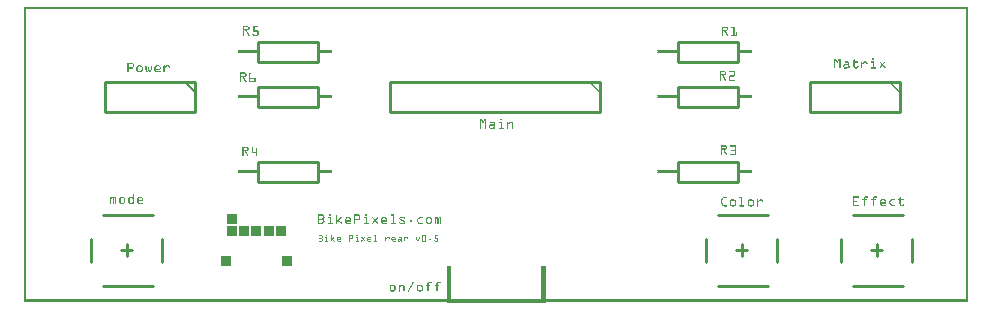
<source format=gto>
G04 MADE WITH FRITZING*
G04 WWW.FRITZING.ORG*
G04 DOUBLE SIDED*
G04 HOLES PLATED*
G04 CONTOUR ON CENTER OF CONTOUR VECTOR*
%ASAXBY*%
%FSLAX23Y23*%
%MOIN*%
%OFA0B0*%
%SFA1.0B1.0*%
%ADD10R,0.032835X0.032835*%
%ADD11C,0.010000*%
%ADD12C,0.005000*%
%ADD13R,0.001000X0.001000*%
%LNSILK1*%
G90*
G70*
G54D10*
X734Y237D03*
X694Y237D03*
X816Y237D03*
X775Y237D03*
X856Y237D03*
X694Y278D03*
X674Y136D03*
X877Y136D03*
G54D11*
X2180Y867D02*
X2380Y867D01*
D02*
X2380Y867D02*
X2380Y801D01*
D02*
X2380Y801D02*
X2180Y801D01*
D02*
X2180Y801D02*
X2180Y867D01*
D02*
X2921Y734D02*
X2621Y734D01*
D02*
X2621Y734D02*
X2621Y634D01*
D02*
X2621Y634D02*
X2921Y634D01*
D02*
X2921Y634D02*
X2921Y734D01*
D02*
X571Y734D02*
X271Y734D01*
D02*
X271Y734D02*
X271Y634D01*
D02*
X271Y634D02*
X571Y634D01*
D02*
X571Y634D02*
X571Y734D01*
G54D12*
D02*
X536Y734D02*
X571Y699D01*
G54D11*
D02*
X1921Y734D02*
X1221Y734D01*
D02*
X1221Y734D02*
X1221Y634D01*
D02*
X1221Y634D02*
X1921Y634D01*
D02*
X1921Y634D02*
X1921Y734D01*
D02*
X461Y212D02*
X461Y134D01*
D02*
X264Y291D02*
X431Y291D01*
D02*
X264Y55D02*
X431Y55D01*
D02*
X224Y212D02*
X224Y134D01*
D02*
X343Y193D02*
X343Y153D01*
D02*
X362Y173D02*
X323Y173D01*
D02*
X2511Y212D02*
X2511Y134D01*
D02*
X2314Y291D02*
X2481Y291D01*
D02*
X2314Y55D02*
X2481Y55D01*
D02*
X2274Y212D02*
X2274Y134D01*
D02*
X2393Y193D02*
X2393Y153D01*
D02*
X2412Y173D02*
X2373Y173D01*
D02*
X2961Y212D02*
X2961Y134D01*
D02*
X2764Y291D02*
X2931Y291D01*
D02*
X2764Y55D02*
X2931Y55D01*
D02*
X2724Y212D02*
X2724Y134D01*
D02*
X2843Y193D02*
X2843Y153D01*
D02*
X2862Y173D02*
X2823Y173D01*
D02*
X780Y717D02*
X980Y717D01*
D02*
X980Y717D02*
X980Y651D01*
D02*
X980Y651D02*
X780Y651D01*
D02*
X780Y651D02*
X780Y717D01*
D02*
X780Y867D02*
X980Y867D01*
D02*
X980Y867D02*
X980Y801D01*
D02*
X980Y801D02*
X780Y801D01*
D02*
X780Y801D02*
X780Y867D01*
D02*
X780Y467D02*
X980Y467D01*
D02*
X980Y467D02*
X980Y401D01*
D02*
X980Y401D02*
X780Y401D01*
D02*
X780Y401D02*
X780Y467D01*
D02*
X2180Y467D02*
X2380Y467D01*
D02*
X2380Y467D02*
X2380Y401D01*
D02*
X2380Y401D02*
X2180Y401D01*
D02*
X2180Y401D02*
X2180Y467D01*
D02*
X2180Y717D02*
X2380Y717D01*
D02*
X2380Y717D02*
X2380Y651D01*
D02*
X2380Y651D02*
X2180Y651D01*
D02*
X2180Y651D02*
X2180Y717D01*
G54D13*
X0Y984D02*
X3148Y984D01*
X0Y983D02*
X3148Y983D01*
X0Y982D02*
X3148Y982D01*
X0Y981D02*
X3148Y981D01*
X0Y980D02*
X3148Y980D01*
X0Y979D02*
X3148Y979D01*
X0Y978D02*
X3148Y978D01*
X0Y977D02*
X3148Y977D01*
X0Y976D02*
X3148Y976D01*
X0Y975D02*
X8Y975D01*
X3140Y975D02*
X3148Y975D01*
X0Y974D02*
X8Y974D01*
X3140Y974D02*
X3148Y974D01*
X0Y973D02*
X8Y973D01*
X3140Y973D02*
X3148Y973D01*
X0Y972D02*
X8Y972D01*
X3140Y972D02*
X3148Y972D01*
X0Y971D02*
X8Y971D01*
X3140Y971D02*
X3148Y971D01*
X0Y970D02*
X8Y970D01*
X3140Y970D02*
X3148Y970D01*
X0Y969D02*
X8Y969D01*
X3140Y969D02*
X3148Y969D01*
X0Y968D02*
X8Y968D01*
X3140Y968D02*
X3148Y968D01*
X0Y967D02*
X8Y967D01*
X3140Y967D02*
X3148Y967D01*
X0Y966D02*
X8Y966D01*
X3140Y966D02*
X3148Y966D01*
X0Y965D02*
X8Y965D01*
X3140Y965D02*
X3148Y965D01*
X0Y964D02*
X8Y964D01*
X3140Y964D02*
X3148Y964D01*
X0Y963D02*
X8Y963D01*
X3140Y963D02*
X3148Y963D01*
X0Y962D02*
X8Y962D01*
X3140Y962D02*
X3148Y962D01*
X0Y961D02*
X8Y961D01*
X3140Y961D02*
X3148Y961D01*
X0Y960D02*
X8Y960D01*
X3140Y960D02*
X3148Y960D01*
X0Y959D02*
X8Y959D01*
X3140Y959D02*
X3148Y959D01*
X0Y958D02*
X8Y958D01*
X3140Y958D02*
X3148Y958D01*
X0Y957D02*
X8Y957D01*
X3140Y957D02*
X3148Y957D01*
X0Y956D02*
X8Y956D01*
X3140Y956D02*
X3148Y956D01*
X0Y955D02*
X8Y955D01*
X3140Y955D02*
X3148Y955D01*
X0Y954D02*
X8Y954D01*
X3140Y954D02*
X3148Y954D01*
X0Y953D02*
X8Y953D01*
X3140Y953D02*
X3148Y953D01*
X0Y952D02*
X8Y952D01*
X3140Y952D02*
X3148Y952D01*
X0Y951D02*
X8Y951D01*
X3140Y951D02*
X3148Y951D01*
X0Y950D02*
X8Y950D01*
X3140Y950D02*
X3148Y950D01*
X0Y949D02*
X8Y949D01*
X3140Y949D02*
X3148Y949D01*
X0Y948D02*
X8Y948D01*
X3140Y948D02*
X3148Y948D01*
X0Y947D02*
X8Y947D01*
X3140Y947D02*
X3148Y947D01*
X0Y946D02*
X8Y946D01*
X3140Y946D02*
X3148Y946D01*
X0Y945D02*
X8Y945D01*
X3140Y945D02*
X3148Y945D01*
X0Y944D02*
X8Y944D01*
X3140Y944D02*
X3148Y944D01*
X0Y943D02*
X8Y943D01*
X3140Y943D02*
X3148Y943D01*
X0Y942D02*
X8Y942D01*
X3140Y942D02*
X3148Y942D01*
X0Y941D02*
X8Y941D01*
X3140Y941D02*
X3148Y941D01*
X0Y940D02*
X8Y940D01*
X3140Y940D02*
X3148Y940D01*
X0Y939D02*
X8Y939D01*
X3140Y939D02*
X3148Y939D01*
X0Y938D02*
X8Y938D01*
X3140Y938D02*
X3148Y938D01*
X0Y937D02*
X8Y937D01*
X3140Y937D02*
X3148Y937D01*
X0Y936D02*
X8Y936D01*
X3140Y936D02*
X3148Y936D01*
X0Y935D02*
X8Y935D01*
X3140Y935D02*
X3148Y935D01*
X0Y934D02*
X8Y934D01*
X3140Y934D02*
X3148Y934D01*
X0Y933D02*
X8Y933D01*
X3140Y933D02*
X3148Y933D01*
X0Y932D02*
X8Y932D01*
X3140Y932D02*
X3148Y932D01*
X0Y931D02*
X8Y931D01*
X3140Y931D02*
X3148Y931D01*
X0Y930D02*
X8Y930D01*
X3140Y930D02*
X3148Y930D01*
X0Y929D02*
X8Y929D01*
X3140Y929D02*
X3148Y929D01*
X0Y928D02*
X8Y928D01*
X3140Y928D02*
X3148Y928D01*
X0Y927D02*
X8Y927D01*
X3140Y927D02*
X3148Y927D01*
X0Y926D02*
X8Y926D01*
X3140Y926D02*
X3148Y926D01*
X0Y925D02*
X8Y925D01*
X3140Y925D02*
X3148Y925D01*
X0Y924D02*
X8Y924D01*
X3140Y924D02*
X3148Y924D01*
X0Y923D02*
X8Y923D01*
X3140Y923D02*
X3148Y923D01*
X0Y922D02*
X8Y922D01*
X3140Y922D02*
X3148Y922D01*
X0Y921D02*
X8Y921D01*
X3140Y921D02*
X3148Y921D01*
X0Y920D02*
X8Y920D01*
X3140Y920D02*
X3148Y920D01*
X0Y919D02*
X8Y919D01*
X732Y919D02*
X748Y919D01*
X766Y919D02*
X781Y919D01*
X3140Y919D02*
X3148Y919D01*
X0Y918D02*
X8Y918D01*
X732Y918D02*
X750Y918D01*
X766Y918D02*
X782Y918D01*
X2328Y918D02*
X2345Y918D01*
X2359Y918D02*
X2370Y918D01*
X3140Y918D02*
X3148Y918D01*
X0Y917D02*
X8Y917D01*
X732Y917D02*
X751Y917D01*
X766Y917D02*
X782Y917D01*
X2328Y917D02*
X2346Y917D01*
X2358Y917D02*
X2370Y917D01*
X3140Y917D02*
X3148Y917D01*
X0Y916D02*
X8Y916D01*
X732Y916D02*
X751Y916D01*
X766Y916D02*
X781Y916D01*
X2328Y916D02*
X2347Y916D01*
X2358Y916D02*
X2370Y916D01*
X3140Y916D02*
X3148Y916D01*
X0Y915D02*
X8Y915D01*
X732Y915D02*
X735Y915D01*
X748Y915D02*
X752Y915D01*
X766Y915D02*
X769Y915D01*
X2328Y915D02*
X2347Y915D01*
X2359Y915D02*
X2370Y915D01*
X3140Y915D02*
X3148Y915D01*
X0Y914D02*
X8Y914D01*
X732Y914D02*
X735Y914D01*
X748Y914D02*
X752Y914D01*
X766Y914D02*
X769Y914D01*
X2328Y914D02*
X2331Y914D01*
X2344Y914D02*
X2348Y914D01*
X2366Y914D02*
X2370Y914D01*
X3140Y914D02*
X3148Y914D01*
X0Y913D02*
X8Y913D01*
X732Y913D02*
X735Y913D01*
X748Y913D02*
X752Y913D01*
X766Y913D02*
X769Y913D01*
X2328Y913D02*
X2331Y913D01*
X2345Y913D02*
X2348Y913D01*
X2366Y913D02*
X2370Y913D01*
X3140Y913D02*
X3148Y913D01*
X0Y912D02*
X8Y912D01*
X732Y912D02*
X735Y912D01*
X748Y912D02*
X752Y912D01*
X766Y912D02*
X769Y912D01*
X2328Y912D02*
X2331Y912D01*
X2345Y912D02*
X2348Y912D01*
X2366Y912D02*
X2370Y912D01*
X3140Y912D02*
X3148Y912D01*
X0Y911D02*
X8Y911D01*
X732Y911D02*
X735Y911D01*
X748Y911D02*
X752Y911D01*
X766Y911D02*
X769Y911D01*
X2328Y911D02*
X2331Y911D01*
X2345Y911D02*
X2348Y911D01*
X2366Y911D02*
X2370Y911D01*
X3140Y911D02*
X3148Y911D01*
X0Y910D02*
X8Y910D01*
X732Y910D02*
X735Y910D01*
X748Y910D02*
X752Y910D01*
X766Y910D02*
X769Y910D01*
X2328Y910D02*
X2331Y910D01*
X2345Y910D02*
X2348Y910D01*
X2366Y910D02*
X2370Y910D01*
X3140Y910D02*
X3148Y910D01*
X0Y909D02*
X8Y909D01*
X732Y909D02*
X751Y909D01*
X766Y909D02*
X769Y909D01*
X2328Y909D02*
X2331Y909D01*
X2344Y909D02*
X2348Y909D01*
X2366Y909D02*
X2370Y909D01*
X3140Y909D02*
X3148Y909D01*
X0Y908D02*
X8Y908D01*
X732Y908D02*
X751Y908D01*
X766Y908D02*
X769Y908D01*
X2328Y908D02*
X2347Y908D01*
X2366Y908D02*
X2370Y908D01*
X3140Y908D02*
X3148Y908D01*
X0Y907D02*
X8Y907D01*
X732Y907D02*
X750Y907D01*
X766Y907D02*
X769Y907D01*
X2328Y907D02*
X2347Y907D01*
X2366Y907D02*
X2370Y907D01*
X3140Y907D02*
X3148Y907D01*
X0Y906D02*
X8Y906D01*
X732Y906D02*
X748Y906D01*
X766Y906D02*
X770Y906D01*
X2328Y906D02*
X2346Y906D01*
X2366Y906D02*
X2370Y906D01*
X3140Y906D02*
X3148Y906D01*
X0Y905D02*
X8Y905D01*
X732Y905D02*
X735Y905D01*
X739Y905D02*
X743Y905D01*
X766Y905D02*
X780Y905D01*
X2328Y905D02*
X2345Y905D01*
X2366Y905D02*
X2370Y905D01*
X3140Y905D02*
X3148Y905D01*
X0Y904D02*
X8Y904D01*
X732Y904D02*
X735Y904D01*
X740Y904D02*
X744Y904D01*
X766Y904D02*
X781Y904D01*
X2328Y904D02*
X2332Y904D01*
X2335Y904D02*
X2340Y904D01*
X2366Y904D02*
X2370Y904D01*
X3140Y904D02*
X3148Y904D01*
X0Y903D02*
X8Y903D01*
X732Y903D02*
X735Y903D01*
X740Y903D02*
X744Y903D01*
X766Y903D02*
X781Y903D01*
X2328Y903D02*
X2331Y903D01*
X2336Y903D02*
X2340Y903D01*
X2366Y903D02*
X2370Y903D01*
X3140Y903D02*
X3148Y903D01*
X0Y902D02*
X8Y902D01*
X732Y902D02*
X735Y902D01*
X741Y902D02*
X745Y902D01*
X766Y902D02*
X782Y902D01*
X2328Y902D02*
X2331Y902D01*
X2336Y902D02*
X2340Y902D01*
X2366Y902D02*
X2370Y902D01*
X3140Y902D02*
X3148Y902D01*
X0Y901D02*
X8Y901D01*
X732Y901D02*
X735Y901D01*
X741Y901D02*
X745Y901D01*
X779Y901D02*
X782Y901D01*
X2328Y901D02*
X2331Y901D01*
X2337Y901D02*
X2341Y901D01*
X2366Y901D02*
X2370Y901D01*
X2376Y901D02*
X2377Y901D01*
X3140Y901D02*
X3148Y901D01*
X0Y900D02*
X8Y900D01*
X732Y900D02*
X735Y900D01*
X742Y900D02*
X746Y900D01*
X779Y900D02*
X782Y900D01*
X2328Y900D02*
X2331Y900D01*
X2338Y900D02*
X2342Y900D01*
X2366Y900D02*
X2370Y900D01*
X2375Y900D02*
X2378Y900D01*
X3140Y900D02*
X3148Y900D01*
X0Y899D02*
X8Y899D01*
X732Y899D02*
X735Y899D01*
X743Y899D02*
X747Y899D01*
X779Y899D02*
X782Y899D01*
X2328Y899D02*
X2331Y899D01*
X2338Y899D02*
X2342Y899D01*
X2366Y899D02*
X2370Y899D01*
X2375Y899D02*
X2378Y899D01*
X3140Y899D02*
X3148Y899D01*
X0Y898D02*
X8Y898D01*
X732Y898D02*
X735Y898D01*
X743Y898D02*
X747Y898D01*
X779Y898D02*
X782Y898D01*
X2328Y898D02*
X2331Y898D01*
X2339Y898D02*
X2343Y898D01*
X2366Y898D02*
X2370Y898D01*
X2375Y898D02*
X2378Y898D01*
X3140Y898D02*
X3148Y898D01*
X0Y897D02*
X8Y897D01*
X732Y897D02*
X735Y897D01*
X744Y897D02*
X748Y897D01*
X779Y897D02*
X782Y897D01*
X2328Y897D02*
X2331Y897D01*
X2339Y897D02*
X2343Y897D01*
X2366Y897D02*
X2370Y897D01*
X2375Y897D02*
X2378Y897D01*
X3140Y897D02*
X3148Y897D01*
X0Y896D02*
X8Y896D01*
X732Y896D02*
X735Y896D01*
X744Y896D02*
X748Y896D01*
X779Y896D02*
X782Y896D01*
X2328Y896D02*
X2331Y896D01*
X2340Y896D02*
X2344Y896D01*
X2366Y896D02*
X2370Y896D01*
X2375Y896D02*
X2378Y896D01*
X3140Y896D02*
X3148Y896D01*
X0Y895D02*
X8Y895D01*
X732Y895D02*
X735Y895D01*
X745Y895D02*
X749Y895D01*
X779Y895D02*
X782Y895D01*
X2328Y895D02*
X2331Y895D01*
X2341Y895D02*
X2344Y895D01*
X2366Y895D02*
X2370Y895D01*
X2375Y895D02*
X2378Y895D01*
X3140Y895D02*
X3148Y895D01*
X0Y894D02*
X8Y894D01*
X732Y894D02*
X735Y894D01*
X746Y894D02*
X749Y894D01*
X779Y894D02*
X782Y894D01*
X2328Y894D02*
X2331Y894D01*
X2341Y894D02*
X2345Y894D01*
X2366Y894D02*
X2370Y894D01*
X2375Y894D02*
X2378Y894D01*
X3140Y894D02*
X3148Y894D01*
X0Y893D02*
X8Y893D01*
X732Y893D02*
X735Y893D01*
X746Y893D02*
X750Y893D01*
X763Y893D02*
X765Y893D01*
X779Y893D02*
X782Y893D01*
X2328Y893D02*
X2331Y893D01*
X2342Y893D02*
X2346Y893D01*
X2366Y893D02*
X2370Y893D01*
X2375Y893D02*
X2378Y893D01*
X3140Y893D02*
X3148Y893D01*
X0Y892D02*
X8Y892D01*
X732Y892D02*
X735Y892D01*
X747Y892D02*
X751Y892D01*
X762Y892D02*
X767Y892D01*
X778Y892D02*
X782Y892D01*
X2328Y892D02*
X2331Y892D01*
X2342Y892D02*
X2346Y892D01*
X2366Y892D02*
X2370Y892D01*
X2375Y892D02*
X2378Y892D01*
X3140Y892D02*
X3148Y892D01*
X0Y891D02*
X8Y891D01*
X732Y891D02*
X735Y891D01*
X747Y891D02*
X751Y891D01*
X762Y891D02*
X782Y891D01*
X2328Y891D02*
X2331Y891D01*
X2343Y891D02*
X2347Y891D01*
X2366Y891D02*
X2370Y891D01*
X2375Y891D02*
X2378Y891D01*
X3140Y891D02*
X3148Y891D01*
X0Y890D02*
X8Y890D01*
X732Y890D02*
X735Y890D01*
X748Y890D02*
X752Y890D01*
X763Y890D02*
X781Y890D01*
X2328Y890D02*
X2331Y890D01*
X2343Y890D02*
X2347Y890D01*
X2359Y890D02*
X2378Y890D01*
X3140Y890D02*
X3148Y890D01*
X0Y889D02*
X8Y889D01*
X732Y889D02*
X735Y889D01*
X748Y889D02*
X752Y889D01*
X764Y889D02*
X781Y889D01*
X2328Y889D02*
X2331Y889D01*
X2344Y889D02*
X2348Y889D01*
X2358Y889D02*
X2378Y889D01*
X3140Y889D02*
X3148Y889D01*
X0Y888D02*
X8Y888D01*
X733Y888D02*
X734Y888D01*
X749Y888D02*
X751Y888D01*
X766Y888D02*
X780Y888D01*
X2328Y888D02*
X2331Y888D01*
X2345Y888D02*
X2348Y888D01*
X2358Y888D02*
X2378Y888D01*
X3140Y888D02*
X3148Y888D01*
X0Y887D02*
X8Y887D01*
X2329Y887D02*
X2331Y887D01*
X2345Y887D02*
X2347Y887D01*
X2359Y887D02*
X2377Y887D01*
X3140Y887D02*
X3148Y887D01*
X0Y886D02*
X8Y886D01*
X3140Y886D02*
X3148Y886D01*
X0Y885D02*
X8Y885D01*
X3140Y885D02*
X3148Y885D01*
X0Y884D02*
X8Y884D01*
X3140Y884D02*
X3148Y884D01*
X0Y883D02*
X8Y883D01*
X3140Y883D02*
X3148Y883D01*
X0Y882D02*
X8Y882D01*
X3140Y882D02*
X3148Y882D01*
X0Y881D02*
X8Y881D01*
X3140Y881D02*
X3148Y881D01*
X0Y880D02*
X8Y880D01*
X3140Y880D02*
X3148Y880D01*
X0Y879D02*
X8Y879D01*
X3140Y879D02*
X3148Y879D01*
X0Y878D02*
X8Y878D01*
X3140Y878D02*
X3148Y878D01*
X0Y877D02*
X8Y877D01*
X3140Y877D02*
X3148Y877D01*
X0Y876D02*
X8Y876D01*
X3140Y876D02*
X3148Y876D01*
X0Y875D02*
X8Y875D01*
X3140Y875D02*
X3148Y875D01*
X0Y874D02*
X8Y874D01*
X3140Y874D02*
X3148Y874D01*
X0Y873D02*
X8Y873D01*
X3140Y873D02*
X3148Y873D01*
X0Y872D02*
X8Y872D01*
X3140Y872D02*
X3148Y872D01*
X0Y871D02*
X8Y871D01*
X3140Y871D02*
X3148Y871D01*
X0Y870D02*
X8Y870D01*
X3140Y870D02*
X3148Y870D01*
X0Y869D02*
X8Y869D01*
X3140Y869D02*
X3148Y869D01*
X0Y868D02*
X8Y868D01*
X3140Y868D02*
X3148Y868D01*
X0Y867D02*
X8Y867D01*
X3140Y867D02*
X3148Y867D01*
X0Y866D02*
X8Y866D01*
X3140Y866D02*
X3148Y866D01*
X0Y865D02*
X8Y865D01*
X3140Y865D02*
X3148Y865D01*
X0Y864D02*
X8Y864D01*
X3140Y864D02*
X3148Y864D01*
X0Y863D02*
X8Y863D01*
X3140Y863D02*
X3148Y863D01*
X0Y862D02*
X8Y862D01*
X3140Y862D02*
X3148Y862D01*
X0Y861D02*
X8Y861D01*
X3140Y861D02*
X3148Y861D01*
X0Y860D02*
X8Y860D01*
X3140Y860D02*
X3148Y860D01*
X0Y859D02*
X8Y859D01*
X3140Y859D02*
X3148Y859D01*
X0Y858D02*
X8Y858D01*
X3140Y858D02*
X3148Y858D01*
X0Y857D02*
X8Y857D01*
X3140Y857D02*
X3148Y857D01*
X0Y856D02*
X8Y856D01*
X3140Y856D02*
X3148Y856D01*
X0Y855D02*
X8Y855D01*
X3140Y855D02*
X3148Y855D01*
X0Y854D02*
X8Y854D01*
X3140Y854D02*
X3148Y854D01*
X0Y853D02*
X8Y853D01*
X3140Y853D02*
X3148Y853D01*
X0Y852D02*
X8Y852D01*
X3140Y852D02*
X3148Y852D01*
X0Y851D02*
X8Y851D01*
X3140Y851D02*
X3148Y851D01*
X0Y850D02*
X8Y850D01*
X3140Y850D02*
X3148Y850D01*
X0Y849D02*
X8Y849D01*
X3140Y849D02*
X3148Y849D01*
X0Y848D02*
X8Y848D01*
X3140Y848D02*
X3148Y848D01*
X0Y847D02*
X8Y847D01*
X3140Y847D02*
X3148Y847D01*
X0Y846D02*
X8Y846D01*
X3140Y846D02*
X3148Y846D01*
X0Y845D02*
X8Y845D01*
X3140Y845D02*
X3148Y845D01*
X0Y844D02*
X8Y844D01*
X3140Y844D02*
X3148Y844D01*
X0Y843D02*
X8Y843D01*
X3140Y843D02*
X3148Y843D01*
X0Y842D02*
X8Y842D01*
X3140Y842D02*
X3148Y842D01*
X0Y841D02*
X8Y841D01*
X3140Y841D02*
X3148Y841D01*
X0Y840D02*
X8Y840D01*
X3140Y840D02*
X3148Y840D01*
X0Y839D02*
X8Y839D01*
X713Y839D02*
X779Y839D01*
X980Y839D02*
X1027Y839D01*
X2112Y839D02*
X2179Y839D01*
X2380Y839D02*
X2427Y839D01*
X3140Y839D02*
X3148Y839D01*
X0Y838D02*
X8Y838D01*
X713Y838D02*
X779Y838D01*
X980Y838D02*
X1027Y838D01*
X2112Y838D02*
X2179Y838D01*
X2380Y838D02*
X2427Y838D01*
X3140Y838D02*
X3148Y838D01*
X0Y837D02*
X8Y837D01*
X713Y837D02*
X779Y837D01*
X980Y837D02*
X1027Y837D01*
X2112Y837D02*
X2179Y837D01*
X2380Y837D02*
X2427Y837D01*
X3140Y837D02*
X3148Y837D01*
X0Y836D02*
X8Y836D01*
X713Y836D02*
X779Y836D01*
X980Y836D02*
X1027Y836D01*
X2113Y836D02*
X2179Y836D01*
X2380Y836D02*
X2427Y836D01*
X3140Y836D02*
X3148Y836D01*
X0Y835D02*
X8Y835D01*
X713Y835D02*
X779Y835D01*
X980Y835D02*
X1027Y835D01*
X2113Y835D02*
X2179Y835D01*
X2380Y835D02*
X2427Y835D01*
X3140Y835D02*
X3148Y835D01*
X0Y834D02*
X8Y834D01*
X713Y834D02*
X779Y834D01*
X980Y834D02*
X1027Y834D01*
X2113Y834D02*
X2179Y834D01*
X2380Y834D02*
X2427Y834D01*
X3140Y834D02*
X3148Y834D01*
X0Y833D02*
X8Y833D01*
X713Y833D02*
X779Y833D01*
X980Y833D02*
X1027Y833D01*
X2112Y833D02*
X2179Y833D01*
X2380Y833D02*
X2427Y833D01*
X3140Y833D02*
X3148Y833D01*
X0Y832D02*
X8Y832D01*
X713Y832D02*
X779Y832D01*
X980Y832D02*
X1027Y832D01*
X2112Y832D02*
X2179Y832D01*
X2380Y832D02*
X2427Y832D01*
X3140Y832D02*
X3148Y832D01*
X0Y831D02*
X8Y831D01*
X713Y831D02*
X779Y831D01*
X980Y831D02*
X1027Y831D01*
X2112Y831D02*
X2179Y831D01*
X2380Y831D02*
X2427Y831D01*
X3140Y831D02*
X3148Y831D01*
X0Y830D02*
X8Y830D01*
X713Y830D02*
X779Y830D01*
X980Y830D02*
X1027Y830D01*
X2112Y830D02*
X2178Y830D01*
X2380Y830D02*
X2427Y830D01*
X3140Y830D02*
X3148Y830D01*
X0Y829D02*
X8Y829D01*
X3140Y829D02*
X3148Y829D01*
X0Y828D02*
X8Y828D01*
X3140Y828D02*
X3148Y828D01*
X0Y827D02*
X8Y827D01*
X3140Y827D02*
X3148Y827D01*
X0Y826D02*
X8Y826D01*
X3140Y826D02*
X3148Y826D01*
X0Y825D02*
X8Y825D01*
X3140Y825D02*
X3148Y825D01*
X0Y824D02*
X8Y824D01*
X3140Y824D02*
X3148Y824D01*
X0Y823D02*
X8Y823D01*
X3140Y823D02*
X3148Y823D01*
X0Y822D02*
X8Y822D01*
X3140Y822D02*
X3148Y822D01*
X0Y821D02*
X8Y821D01*
X3140Y821D02*
X3148Y821D01*
X0Y820D02*
X8Y820D01*
X3140Y820D02*
X3148Y820D01*
X0Y819D02*
X8Y819D01*
X3140Y819D02*
X3148Y819D01*
X0Y818D02*
X8Y818D01*
X3140Y818D02*
X3148Y818D01*
X0Y817D02*
X8Y817D01*
X3140Y817D02*
X3148Y817D01*
X0Y816D02*
X8Y816D01*
X3140Y816D02*
X3148Y816D01*
X0Y815D02*
X8Y815D01*
X3140Y815D02*
X3148Y815D01*
X0Y814D02*
X8Y814D01*
X3140Y814D02*
X3148Y814D01*
X0Y813D02*
X8Y813D01*
X3140Y813D02*
X3148Y813D01*
X0Y812D02*
X8Y812D01*
X2829Y812D02*
X2833Y812D01*
X3140Y812D02*
X3148Y812D01*
X0Y811D02*
X8Y811D01*
X2702Y811D02*
X2706Y811D01*
X2717Y811D02*
X2721Y811D01*
X2829Y811D02*
X2834Y811D01*
X3140Y811D02*
X3148Y811D01*
X0Y810D02*
X8Y810D01*
X2702Y810D02*
X2707Y810D01*
X2716Y810D02*
X2722Y810D01*
X2828Y810D02*
X2834Y810D01*
X3140Y810D02*
X3148Y810D01*
X0Y809D02*
X8Y809D01*
X2702Y809D02*
X2708Y809D01*
X2716Y809D02*
X2722Y809D01*
X2767Y809D02*
X2769Y809D01*
X2829Y809D02*
X2834Y809D01*
X3140Y809D02*
X3148Y809D01*
X0Y808D02*
X8Y808D01*
X2702Y808D02*
X2708Y808D01*
X2715Y808D02*
X2722Y808D01*
X2766Y808D02*
X2769Y808D01*
X2829Y808D02*
X2833Y808D01*
X3140Y808D02*
X3148Y808D01*
X0Y807D02*
X8Y807D01*
X2702Y807D02*
X2709Y807D01*
X2714Y807D02*
X2722Y807D01*
X2766Y807D02*
X2769Y807D01*
X2831Y807D02*
X2831Y807D01*
X3140Y807D02*
X3148Y807D01*
X0Y806D02*
X8Y806D01*
X2702Y806D02*
X2710Y806D01*
X2714Y806D02*
X2722Y806D01*
X2766Y806D02*
X2769Y806D01*
X3140Y806D02*
X3148Y806D01*
X0Y805D02*
X8Y805D01*
X2702Y805D02*
X2710Y805D01*
X2713Y805D02*
X2722Y805D01*
X2766Y805D02*
X2769Y805D01*
X3140Y805D02*
X3148Y805D01*
X0Y804D02*
X8Y804D01*
X2702Y804D02*
X2705Y804D01*
X2707Y804D02*
X2716Y804D01*
X2718Y804D02*
X2722Y804D01*
X2766Y804D02*
X2769Y804D01*
X3140Y804D02*
X3148Y804D01*
X0Y803D02*
X8Y803D01*
X2702Y803D02*
X2705Y803D01*
X2708Y803D02*
X2716Y803D01*
X2718Y803D02*
X2722Y803D01*
X2766Y803D02*
X2769Y803D01*
X3140Y803D02*
X3148Y803D01*
X0Y802D02*
X8Y802D01*
X2702Y802D02*
X2705Y802D01*
X2708Y802D02*
X2715Y802D01*
X2718Y802D02*
X2722Y802D01*
X2737Y802D02*
X2747Y802D01*
X2763Y802D02*
X2779Y802D01*
X2793Y802D02*
X2794Y802D01*
X2801Y802D02*
X2808Y802D01*
X2825Y802D02*
X2833Y802D01*
X2854Y802D02*
X2855Y802D01*
X2870Y802D02*
X2871Y802D01*
X3140Y802D02*
X3148Y802D01*
X0Y801D02*
X8Y801D01*
X2702Y801D02*
X2705Y801D01*
X2709Y801D02*
X2714Y801D01*
X2718Y801D02*
X2722Y801D01*
X2736Y801D02*
X2749Y801D01*
X2762Y801D02*
X2780Y801D01*
X2792Y801D02*
X2795Y801D01*
X2800Y801D02*
X2809Y801D01*
X2825Y801D02*
X2834Y801D01*
X2853Y801D02*
X2856Y801D01*
X2868Y801D02*
X2872Y801D01*
X3140Y801D02*
X3148Y801D01*
X0Y800D02*
X8Y800D01*
X2702Y800D02*
X2705Y800D01*
X2710Y800D02*
X2714Y800D01*
X2718Y800D02*
X2722Y800D01*
X2736Y800D02*
X2750Y800D01*
X2762Y800D02*
X2780Y800D01*
X2792Y800D02*
X2795Y800D01*
X2799Y800D02*
X2810Y800D01*
X2824Y800D02*
X2834Y800D01*
X2853Y800D02*
X2857Y800D01*
X2868Y800D02*
X2872Y800D01*
X3140Y800D02*
X3148Y800D01*
X0Y799D02*
X8Y799D01*
X2702Y799D02*
X2705Y799D01*
X2710Y799D02*
X2713Y799D01*
X2718Y799D02*
X2722Y799D01*
X2737Y799D02*
X2750Y799D01*
X2763Y799D02*
X2779Y799D01*
X2792Y799D02*
X2795Y799D01*
X2798Y799D02*
X2811Y799D01*
X2825Y799D02*
X2834Y799D01*
X2853Y799D02*
X2858Y799D01*
X2867Y799D02*
X2871Y799D01*
X3140Y799D02*
X3148Y799D01*
X0Y798D02*
X8Y798D01*
X346Y798D02*
X361Y798D01*
X2702Y798D02*
X2705Y798D01*
X2710Y798D02*
X2713Y798D01*
X2718Y798D02*
X2722Y798D01*
X2747Y798D02*
X2751Y798D01*
X2766Y798D02*
X2770Y798D01*
X2792Y798D02*
X2802Y798D01*
X2807Y798D02*
X2812Y798D01*
X2830Y798D02*
X2834Y798D01*
X2854Y798D02*
X2859Y798D01*
X2866Y798D02*
X2870Y798D01*
X3140Y798D02*
X3148Y798D01*
X0Y797D02*
X8Y797D01*
X346Y797D02*
X363Y797D01*
X2702Y797D02*
X2705Y797D01*
X2711Y797D02*
X2713Y797D01*
X2718Y797D02*
X2722Y797D01*
X2748Y797D02*
X2751Y797D01*
X2766Y797D02*
X2769Y797D01*
X2792Y797D02*
X2801Y797D01*
X2808Y797D02*
X2812Y797D01*
X2831Y797D02*
X2834Y797D01*
X2855Y797D02*
X2859Y797D01*
X2865Y797D02*
X2870Y797D01*
X3140Y797D02*
X3148Y797D01*
X0Y796D02*
X8Y796D01*
X346Y796D02*
X364Y796D01*
X2702Y796D02*
X2705Y796D01*
X2718Y796D02*
X2722Y796D01*
X2748Y796D02*
X2751Y796D01*
X2766Y796D02*
X2769Y796D01*
X2792Y796D02*
X2800Y796D01*
X2809Y796D02*
X2812Y796D01*
X2831Y796D02*
X2834Y796D01*
X2856Y796D02*
X2860Y796D01*
X2864Y796D02*
X2869Y796D01*
X3140Y796D02*
X3148Y796D01*
X0Y795D02*
X8Y795D01*
X346Y795D02*
X365Y795D01*
X2702Y795D02*
X2705Y795D01*
X2718Y795D02*
X2722Y795D01*
X2748Y795D02*
X2751Y795D01*
X2766Y795D02*
X2769Y795D01*
X2792Y795D02*
X2799Y795D01*
X2809Y795D02*
X2812Y795D01*
X2831Y795D02*
X2834Y795D01*
X2857Y795D02*
X2861Y795D01*
X2864Y795D02*
X2868Y795D01*
X3140Y795D02*
X3148Y795D01*
X0Y794D02*
X8Y794D01*
X346Y794D02*
X365Y794D01*
X2702Y794D02*
X2705Y794D01*
X2718Y794D02*
X2722Y794D01*
X2748Y794D02*
X2751Y794D01*
X2766Y794D02*
X2769Y794D01*
X2792Y794D02*
X2797Y794D01*
X2809Y794D02*
X2812Y794D01*
X2831Y794D02*
X2834Y794D01*
X2857Y794D02*
X2867Y794D01*
X3140Y794D02*
X3148Y794D01*
X0Y793D02*
X8Y793D01*
X346Y793D02*
X349Y793D01*
X362Y793D02*
X366Y793D01*
X2702Y793D02*
X2705Y793D01*
X2718Y793D02*
X2722Y793D01*
X2736Y793D02*
X2751Y793D01*
X2766Y793D02*
X2769Y793D01*
X2792Y793D02*
X2796Y793D01*
X2810Y793D02*
X2810Y793D01*
X2831Y793D02*
X2834Y793D01*
X2858Y793D02*
X2866Y793D01*
X3140Y793D02*
X3148Y793D01*
X0Y792D02*
X8Y792D01*
X346Y792D02*
X349Y792D01*
X363Y792D02*
X366Y792D01*
X2702Y792D02*
X2705Y792D01*
X2718Y792D02*
X2722Y792D01*
X2734Y792D02*
X2751Y792D01*
X2766Y792D02*
X2769Y792D01*
X2792Y792D02*
X2795Y792D01*
X2831Y792D02*
X2834Y792D01*
X2859Y792D02*
X2865Y792D01*
X3140Y792D02*
X3148Y792D01*
X0Y791D02*
X8Y791D01*
X346Y791D02*
X349Y791D01*
X363Y791D02*
X366Y791D01*
X2702Y791D02*
X2705Y791D01*
X2718Y791D02*
X2722Y791D01*
X2733Y791D02*
X2751Y791D01*
X2766Y791D02*
X2769Y791D01*
X2792Y791D02*
X2795Y791D01*
X2831Y791D02*
X2834Y791D01*
X2860Y791D02*
X2865Y791D01*
X3140Y791D02*
X3148Y791D01*
X0Y790D02*
X8Y790D01*
X346Y790D02*
X349Y790D01*
X363Y790D02*
X366Y790D01*
X2702Y790D02*
X2705Y790D01*
X2718Y790D02*
X2722Y790D01*
X2733Y790D02*
X2751Y790D01*
X2766Y790D02*
X2769Y790D01*
X2792Y790D02*
X2795Y790D01*
X2831Y790D02*
X2834Y790D01*
X2859Y790D02*
X2865Y790D01*
X3140Y790D02*
X3148Y790D01*
X0Y789D02*
X8Y789D01*
X346Y789D02*
X349Y789D01*
X363Y789D02*
X366Y789D01*
X382Y789D02*
X390Y789D01*
X407Y789D02*
X408Y789D01*
X424Y789D02*
X425Y789D01*
X442Y789D02*
X450Y789D01*
X468Y789D02*
X469Y789D01*
X476Y789D02*
X482Y789D01*
X2702Y789D02*
X2705Y789D01*
X2718Y789D02*
X2722Y789D01*
X2732Y789D02*
X2736Y789D01*
X2747Y789D02*
X2751Y789D01*
X2766Y789D02*
X2769Y789D01*
X2792Y789D02*
X2795Y789D01*
X2831Y789D02*
X2834Y789D01*
X2859Y789D02*
X2866Y789D01*
X3140Y789D02*
X3148Y789D01*
X0Y788D02*
X8Y788D01*
X346Y788D02*
X349Y788D01*
X363Y788D02*
X366Y788D01*
X380Y788D02*
X392Y788D01*
X406Y788D02*
X409Y788D01*
X423Y788D02*
X426Y788D01*
X440Y788D02*
X452Y788D01*
X467Y788D02*
X469Y788D01*
X475Y788D02*
X484Y788D01*
X2702Y788D02*
X2705Y788D01*
X2718Y788D02*
X2722Y788D01*
X2732Y788D02*
X2735Y788D01*
X2748Y788D02*
X2751Y788D01*
X2766Y788D02*
X2769Y788D01*
X2792Y788D02*
X2795Y788D01*
X2831Y788D02*
X2834Y788D01*
X2858Y788D02*
X2867Y788D01*
X3140Y788D02*
X3148Y788D01*
X0Y787D02*
X8Y787D01*
X346Y787D02*
X349Y787D01*
X363Y787D02*
X366Y787D01*
X379Y787D02*
X393Y787D01*
X406Y787D02*
X409Y787D01*
X423Y787D02*
X426Y787D01*
X439Y787D02*
X453Y787D01*
X466Y787D02*
X470Y787D01*
X473Y787D02*
X485Y787D01*
X2702Y787D02*
X2705Y787D01*
X2718Y787D02*
X2722Y787D01*
X2732Y787D02*
X2735Y787D01*
X2748Y787D02*
X2751Y787D01*
X2766Y787D02*
X2769Y787D01*
X2792Y787D02*
X2795Y787D01*
X2831Y787D02*
X2834Y787D01*
X2857Y787D02*
X2861Y787D01*
X2863Y787D02*
X2868Y787D01*
X3140Y787D02*
X3148Y787D01*
X0Y786D02*
X8Y786D01*
X346Y786D02*
X349Y786D01*
X363Y786D02*
X366Y786D01*
X378Y786D02*
X394Y786D01*
X406Y786D02*
X409Y786D01*
X423Y786D02*
X426Y786D01*
X438Y786D02*
X454Y786D01*
X466Y786D02*
X470Y786D01*
X472Y786D02*
X485Y786D01*
X2702Y786D02*
X2705Y786D01*
X2718Y786D02*
X2722Y786D01*
X2732Y786D02*
X2735Y786D01*
X2748Y786D02*
X2752Y786D01*
X2766Y786D02*
X2769Y786D01*
X2780Y786D02*
X2781Y786D01*
X2792Y786D02*
X2795Y786D01*
X2831Y786D02*
X2834Y786D01*
X2856Y786D02*
X2861Y786D01*
X2864Y786D02*
X2869Y786D01*
X3140Y786D02*
X3148Y786D01*
X0Y785D02*
X8Y785D01*
X346Y785D02*
X349Y785D01*
X363Y785D02*
X366Y785D01*
X377Y785D02*
X383Y785D01*
X389Y785D02*
X395Y785D01*
X406Y785D02*
X409Y785D01*
X423Y785D02*
X426Y785D01*
X437Y785D02*
X443Y785D01*
X450Y785D02*
X455Y785D01*
X466Y785D02*
X477Y785D01*
X481Y785D02*
X486Y785D01*
X2702Y785D02*
X2705Y785D01*
X2718Y785D02*
X2722Y785D01*
X2732Y785D02*
X2735Y785D01*
X2747Y785D02*
X2752Y785D01*
X2766Y785D02*
X2769Y785D01*
X2779Y785D02*
X2782Y785D01*
X2792Y785D02*
X2795Y785D01*
X2831Y785D02*
X2834Y785D01*
X2855Y785D02*
X2860Y785D01*
X2865Y785D02*
X2869Y785D01*
X3140Y785D02*
X3148Y785D01*
X0Y784D02*
X8Y784D01*
X346Y784D02*
X349Y784D01*
X362Y784D02*
X366Y784D01*
X377Y784D02*
X381Y784D01*
X391Y784D02*
X395Y784D01*
X406Y784D02*
X409Y784D01*
X423Y784D02*
X426Y784D01*
X437Y784D02*
X441Y784D01*
X452Y784D02*
X456Y784D01*
X466Y784D02*
X475Y784D01*
X483Y784D02*
X486Y784D01*
X2702Y784D02*
X2705Y784D01*
X2718Y784D02*
X2722Y784D01*
X2732Y784D02*
X2735Y784D01*
X2746Y784D02*
X2752Y784D01*
X2766Y784D02*
X2770Y784D01*
X2778Y784D02*
X2782Y784D01*
X2792Y784D02*
X2795Y784D01*
X2831Y784D02*
X2834Y784D01*
X2854Y784D02*
X2859Y784D01*
X2866Y784D02*
X2870Y784D01*
X3140Y784D02*
X3148Y784D01*
X0Y783D02*
X8Y783D01*
X346Y783D02*
X349Y783D01*
X362Y783D02*
X366Y783D01*
X376Y783D02*
X380Y783D01*
X392Y783D02*
X396Y783D01*
X406Y783D02*
X409Y783D01*
X423Y783D02*
X426Y783D01*
X437Y783D02*
X440Y783D01*
X452Y783D02*
X456Y783D01*
X466Y783D02*
X474Y783D01*
X483Y783D02*
X486Y783D01*
X2702Y783D02*
X2705Y783D01*
X2718Y783D02*
X2722Y783D01*
X2732Y783D02*
X2737Y783D01*
X2744Y783D02*
X2752Y783D01*
X2767Y783D02*
X2771Y783D01*
X2777Y783D02*
X2781Y783D01*
X2792Y783D02*
X2795Y783D01*
X2830Y783D02*
X2834Y783D01*
X2854Y783D02*
X2858Y783D01*
X2867Y783D02*
X2871Y783D01*
X3140Y783D02*
X3148Y783D01*
X0Y782D02*
X8Y782D01*
X346Y782D02*
X365Y782D01*
X376Y782D02*
X379Y782D01*
X393Y782D02*
X396Y782D01*
X406Y782D02*
X409Y782D01*
X416Y782D02*
X416Y782D01*
X423Y782D02*
X426Y782D01*
X436Y782D02*
X440Y782D01*
X453Y782D02*
X456Y782D01*
X466Y782D02*
X473Y782D01*
X483Y782D02*
X486Y782D01*
X2702Y782D02*
X2705Y782D01*
X2718Y782D02*
X2722Y782D01*
X2733Y782D02*
X2752Y782D01*
X2767Y782D02*
X2781Y782D01*
X2792Y782D02*
X2795Y782D01*
X2825Y782D02*
X2840Y782D01*
X2853Y782D02*
X2857Y782D01*
X2867Y782D02*
X2872Y782D01*
X3140Y782D02*
X3148Y782D01*
X0Y781D02*
X8Y781D01*
X346Y781D02*
X365Y781D01*
X376Y781D02*
X379Y781D01*
X393Y781D02*
X396Y781D01*
X406Y781D02*
X409Y781D01*
X415Y781D02*
X417Y781D01*
X423Y781D02*
X426Y781D01*
X436Y781D02*
X440Y781D01*
X453Y781D02*
X456Y781D01*
X466Y781D02*
X472Y781D01*
X483Y781D02*
X486Y781D01*
X2702Y781D02*
X2705Y781D01*
X2718Y781D02*
X2722Y781D01*
X2733Y781D02*
X2752Y781D01*
X2768Y781D02*
X2780Y781D01*
X2792Y781D02*
X2795Y781D01*
X2824Y781D02*
X2840Y781D01*
X2852Y781D02*
X2856Y781D01*
X2868Y781D02*
X2872Y781D01*
X3140Y781D02*
X3148Y781D01*
X0Y780D02*
X8Y780D01*
X346Y780D02*
X364Y780D01*
X376Y780D02*
X379Y780D01*
X393Y780D02*
X396Y780D01*
X406Y780D02*
X409Y780D01*
X415Y780D02*
X418Y780D01*
X423Y780D02*
X426Y780D01*
X436Y780D02*
X440Y780D01*
X453Y780D02*
X456Y780D01*
X466Y780D02*
X471Y780D01*
X484Y780D02*
X485Y780D01*
X2702Y780D02*
X2705Y780D01*
X2719Y780D02*
X2721Y780D01*
X2735Y780D02*
X2746Y780D01*
X2749Y780D02*
X2751Y780D01*
X2769Y780D02*
X2779Y780D01*
X2792Y780D02*
X2795Y780D01*
X2825Y780D02*
X2840Y780D01*
X2853Y780D02*
X2856Y780D01*
X2869Y780D02*
X2872Y780D01*
X3140Y780D02*
X3148Y780D01*
X0Y779D02*
X8Y779D01*
X346Y779D02*
X363Y779D01*
X376Y779D02*
X379Y779D01*
X393Y779D02*
X396Y779D01*
X406Y779D02*
X409Y779D01*
X414Y779D02*
X418Y779D01*
X423Y779D02*
X426Y779D01*
X436Y779D02*
X440Y779D01*
X453Y779D02*
X456Y779D01*
X466Y779D02*
X470Y779D01*
X2703Y779D02*
X2704Y779D01*
X2720Y779D02*
X2720Y779D01*
X2736Y779D02*
X2744Y779D01*
X2750Y779D02*
X2751Y779D01*
X2771Y779D02*
X2777Y779D01*
X2793Y779D02*
X2794Y779D01*
X2826Y779D02*
X2839Y779D01*
X2854Y779D02*
X2854Y779D01*
X2870Y779D02*
X2871Y779D01*
X3140Y779D02*
X3148Y779D01*
X0Y778D02*
X8Y778D01*
X346Y778D02*
X359Y778D01*
X376Y778D02*
X379Y778D01*
X393Y778D02*
X396Y778D01*
X406Y778D02*
X409Y778D01*
X414Y778D02*
X418Y778D01*
X423Y778D02*
X426Y778D01*
X436Y778D02*
X456Y778D01*
X466Y778D02*
X470Y778D01*
X3140Y778D02*
X3148Y778D01*
X0Y777D02*
X8Y777D01*
X346Y777D02*
X349Y777D01*
X376Y777D02*
X379Y777D01*
X393Y777D02*
X396Y777D01*
X406Y777D02*
X409Y777D01*
X414Y777D02*
X418Y777D01*
X423Y777D02*
X426Y777D01*
X436Y777D02*
X456Y777D01*
X466Y777D02*
X470Y777D01*
X3140Y777D02*
X3148Y777D01*
X0Y776D02*
X8Y776D01*
X346Y776D02*
X349Y776D01*
X376Y776D02*
X379Y776D01*
X393Y776D02*
X396Y776D01*
X406Y776D02*
X409Y776D01*
X414Y776D02*
X418Y776D01*
X423Y776D02*
X426Y776D01*
X436Y776D02*
X456Y776D01*
X466Y776D02*
X470Y776D01*
X3140Y776D02*
X3148Y776D01*
X0Y775D02*
X8Y775D01*
X346Y775D02*
X349Y775D01*
X376Y775D02*
X379Y775D01*
X393Y775D02*
X396Y775D01*
X406Y775D02*
X409Y775D01*
X414Y775D02*
X418Y775D01*
X423Y775D02*
X426Y775D01*
X436Y775D02*
X455Y775D01*
X466Y775D02*
X470Y775D01*
X3140Y775D02*
X3148Y775D01*
X0Y774D02*
X8Y774D01*
X346Y774D02*
X349Y774D01*
X376Y774D02*
X379Y774D01*
X393Y774D02*
X396Y774D01*
X406Y774D02*
X410Y774D01*
X414Y774D02*
X419Y774D01*
X422Y774D02*
X426Y774D01*
X436Y774D02*
X440Y774D01*
X466Y774D02*
X470Y774D01*
X3140Y774D02*
X3148Y774D01*
X0Y773D02*
X8Y773D01*
X346Y773D02*
X349Y773D01*
X376Y773D02*
X379Y773D01*
X393Y773D02*
X396Y773D01*
X407Y773D02*
X410Y773D01*
X413Y773D02*
X419Y773D01*
X422Y773D02*
X426Y773D01*
X436Y773D02*
X440Y773D01*
X466Y773D02*
X470Y773D01*
X3140Y773D02*
X3148Y773D01*
X0Y772D02*
X8Y772D01*
X346Y772D02*
X349Y772D01*
X376Y772D02*
X380Y772D01*
X392Y772D02*
X396Y772D01*
X407Y772D02*
X410Y772D01*
X413Y772D02*
X420Y772D01*
X422Y772D02*
X425Y772D01*
X436Y772D02*
X440Y772D01*
X466Y772D02*
X470Y772D01*
X3140Y772D02*
X3148Y772D01*
X0Y771D02*
X8Y771D01*
X346Y771D02*
X349Y771D01*
X377Y771D02*
X381Y771D01*
X391Y771D02*
X395Y771D01*
X407Y771D02*
X425Y771D01*
X437Y771D02*
X441Y771D01*
X466Y771D02*
X470Y771D01*
X3140Y771D02*
X3148Y771D01*
X0Y770D02*
X8Y770D01*
X346Y770D02*
X349Y770D01*
X377Y770D02*
X382Y770D01*
X390Y770D02*
X395Y770D01*
X408Y770D02*
X415Y770D01*
X417Y770D02*
X425Y770D01*
X437Y770D02*
X442Y770D01*
X466Y770D02*
X470Y770D01*
X2322Y770D02*
X2336Y770D01*
X2353Y770D02*
X2368Y770D01*
X3140Y770D02*
X3148Y770D01*
X0Y769D02*
X8Y769D01*
X346Y769D02*
X349Y769D01*
X378Y769D02*
X394Y769D01*
X408Y769D02*
X415Y769D01*
X418Y769D02*
X424Y769D01*
X438Y769D02*
X456Y769D01*
X466Y769D02*
X470Y769D01*
X2321Y769D02*
X2338Y769D01*
X2352Y769D02*
X2370Y769D01*
X3140Y769D02*
X3148Y769D01*
X0Y768D02*
X8Y768D01*
X346Y768D02*
X349Y768D01*
X379Y768D02*
X393Y768D01*
X408Y768D02*
X414Y768D01*
X418Y768D02*
X424Y768D01*
X439Y768D02*
X456Y768D01*
X466Y768D02*
X470Y768D01*
X2321Y768D02*
X2339Y768D01*
X2352Y768D02*
X2371Y768D01*
X3140Y768D02*
X3148Y768D01*
X0Y767D02*
X8Y767D01*
X346Y767D02*
X349Y767D01*
X380Y767D02*
X392Y767D01*
X408Y767D02*
X413Y767D01*
X419Y767D02*
X424Y767D01*
X440Y767D02*
X456Y767D01*
X467Y767D02*
X470Y767D01*
X2321Y767D02*
X2340Y767D01*
X2352Y767D02*
X2371Y767D01*
X3140Y767D02*
X3148Y767D01*
X0Y766D02*
X8Y766D01*
X347Y766D02*
X348Y766D01*
X382Y766D02*
X390Y766D01*
X409Y766D02*
X413Y766D01*
X420Y766D02*
X423Y766D01*
X442Y766D02*
X455Y766D01*
X467Y766D02*
X469Y766D01*
X2321Y766D02*
X2341Y766D01*
X2354Y766D02*
X2371Y766D01*
X3140Y766D02*
X3148Y766D01*
X0Y765D02*
X8Y765D01*
X722Y765D02*
X736Y765D01*
X754Y765D02*
X755Y765D01*
X2321Y765D02*
X2325Y765D01*
X2338Y765D02*
X2341Y765D01*
X2368Y765D02*
X2371Y765D01*
X3140Y765D02*
X3148Y765D01*
X0Y764D02*
X8Y764D01*
X722Y764D02*
X739Y764D01*
X753Y764D02*
X757Y764D01*
X2321Y764D02*
X2325Y764D01*
X2338Y764D02*
X2341Y764D01*
X2368Y764D02*
X2371Y764D01*
X3140Y764D02*
X3148Y764D01*
X0Y763D02*
X8Y763D01*
X722Y763D02*
X740Y763D01*
X752Y763D02*
X757Y763D01*
X2321Y763D02*
X2325Y763D01*
X2338Y763D02*
X2341Y763D01*
X2368Y763D02*
X2371Y763D01*
X3140Y763D02*
X3148Y763D01*
X0Y762D02*
X8Y762D01*
X722Y762D02*
X741Y762D01*
X752Y762D02*
X757Y762D01*
X2321Y762D02*
X2325Y762D01*
X2338Y762D02*
X2341Y762D01*
X2368Y762D02*
X2371Y762D01*
X3140Y762D02*
X3148Y762D01*
X0Y761D02*
X8Y761D01*
X722Y761D02*
X741Y761D01*
X752Y761D02*
X756Y761D01*
X2321Y761D02*
X2325Y761D01*
X2338Y761D02*
X2341Y761D01*
X2368Y761D02*
X2371Y761D01*
X3140Y761D02*
X3148Y761D01*
X0Y760D02*
X8Y760D01*
X722Y760D02*
X725Y760D01*
X738Y760D02*
X742Y760D01*
X752Y760D02*
X755Y760D01*
X2321Y760D02*
X2325Y760D01*
X2337Y760D02*
X2341Y760D01*
X2368Y760D02*
X2371Y760D01*
X3140Y760D02*
X3148Y760D01*
X0Y759D02*
X8Y759D01*
X722Y759D02*
X725Y759D01*
X739Y759D02*
X742Y759D01*
X752Y759D02*
X755Y759D01*
X2321Y759D02*
X2340Y759D01*
X2368Y759D02*
X2371Y759D01*
X3140Y759D02*
X3148Y759D01*
X0Y758D02*
X8Y758D01*
X722Y758D02*
X725Y758D01*
X739Y758D02*
X742Y758D01*
X752Y758D02*
X755Y758D01*
X2321Y758D02*
X2340Y758D01*
X2368Y758D02*
X2371Y758D01*
X3140Y758D02*
X3148Y758D01*
X0Y757D02*
X8Y757D01*
X722Y757D02*
X725Y757D01*
X739Y757D02*
X742Y757D01*
X752Y757D02*
X755Y757D01*
X2321Y757D02*
X2339Y757D01*
X2368Y757D02*
X2371Y757D01*
X3140Y757D02*
X3148Y757D01*
X0Y756D02*
X8Y756D01*
X722Y756D02*
X725Y756D01*
X738Y756D02*
X742Y756D01*
X752Y756D02*
X755Y756D01*
X2321Y756D02*
X2337Y756D01*
X2356Y756D02*
X2371Y756D01*
X3140Y756D02*
X3148Y756D01*
X0Y755D02*
X8Y755D01*
X722Y755D02*
X725Y755D01*
X738Y755D02*
X742Y755D01*
X752Y755D02*
X755Y755D01*
X2321Y755D02*
X2325Y755D01*
X2329Y755D02*
X2333Y755D01*
X2353Y755D02*
X2371Y755D01*
X3140Y755D02*
X3148Y755D01*
X0Y754D02*
X8Y754D01*
X722Y754D02*
X741Y754D01*
X752Y754D02*
X755Y754D01*
X2321Y754D02*
X2325Y754D01*
X2329Y754D02*
X2333Y754D01*
X2352Y754D02*
X2371Y754D01*
X3140Y754D02*
X3148Y754D01*
X0Y753D02*
X8Y753D01*
X722Y753D02*
X741Y753D01*
X752Y753D02*
X755Y753D01*
X2321Y753D02*
X2325Y753D01*
X2330Y753D02*
X2334Y753D01*
X2352Y753D02*
X2370Y753D01*
X3140Y753D02*
X3148Y753D01*
X0Y752D02*
X8Y752D01*
X722Y752D02*
X740Y752D01*
X752Y752D02*
X755Y752D01*
X2321Y752D02*
X2325Y752D01*
X2330Y752D02*
X2334Y752D01*
X2352Y752D02*
X2368Y752D01*
X3140Y752D02*
X3148Y752D01*
X0Y751D02*
X8Y751D01*
X722Y751D02*
X738Y751D01*
X752Y751D02*
X755Y751D01*
X2321Y751D02*
X2325Y751D01*
X2331Y751D02*
X2335Y751D01*
X2352Y751D02*
X2355Y751D01*
X3140Y751D02*
X3148Y751D01*
X0Y750D02*
X8Y750D01*
X722Y750D02*
X725Y750D01*
X729Y750D02*
X733Y750D01*
X752Y750D02*
X755Y750D01*
X2321Y750D02*
X2325Y750D01*
X2332Y750D02*
X2336Y750D01*
X2352Y750D02*
X2355Y750D01*
X3140Y750D02*
X3148Y750D01*
X0Y749D02*
X8Y749D01*
X722Y749D02*
X725Y749D01*
X730Y749D02*
X734Y749D01*
X752Y749D02*
X755Y749D01*
X2321Y749D02*
X2325Y749D01*
X2332Y749D02*
X2336Y749D01*
X2352Y749D02*
X2355Y749D01*
X3140Y749D02*
X3148Y749D01*
X0Y748D02*
X8Y748D01*
X722Y748D02*
X725Y748D01*
X730Y748D02*
X734Y748D01*
X752Y748D02*
X755Y748D01*
X2321Y748D02*
X2325Y748D01*
X2333Y748D02*
X2337Y748D01*
X2352Y748D02*
X2355Y748D01*
X3140Y748D02*
X3148Y748D01*
X0Y747D02*
X8Y747D01*
X722Y747D02*
X725Y747D01*
X731Y747D02*
X735Y747D01*
X752Y747D02*
X771Y747D01*
X2321Y747D02*
X2325Y747D01*
X2333Y747D02*
X2337Y747D01*
X2352Y747D02*
X2355Y747D01*
X3140Y747D02*
X3148Y747D01*
X0Y746D02*
X8Y746D01*
X722Y746D02*
X725Y746D01*
X732Y746D02*
X736Y746D01*
X752Y746D02*
X772Y746D01*
X2321Y746D02*
X2325Y746D01*
X2334Y746D02*
X2338Y746D01*
X2352Y746D02*
X2355Y746D01*
X3140Y746D02*
X3148Y746D01*
X0Y745D02*
X8Y745D01*
X722Y745D02*
X725Y745D01*
X732Y745D02*
X736Y745D01*
X752Y745D02*
X772Y745D01*
X2321Y745D02*
X2325Y745D01*
X2335Y745D02*
X2338Y745D01*
X2352Y745D02*
X2355Y745D01*
X3140Y745D02*
X3148Y745D01*
X0Y744D02*
X8Y744D01*
X722Y744D02*
X725Y744D01*
X733Y744D02*
X737Y744D01*
X752Y744D02*
X772Y744D01*
X2321Y744D02*
X2325Y744D01*
X2335Y744D02*
X2339Y744D01*
X2352Y744D02*
X2355Y744D01*
X3140Y744D02*
X3148Y744D01*
X0Y743D02*
X8Y743D01*
X722Y743D02*
X725Y743D01*
X733Y743D02*
X737Y743D01*
X752Y743D02*
X756Y743D01*
X768Y743D02*
X772Y743D01*
X2321Y743D02*
X2325Y743D01*
X2336Y743D02*
X2340Y743D01*
X2352Y743D02*
X2355Y743D01*
X3140Y743D02*
X3148Y743D01*
X0Y742D02*
X8Y742D01*
X722Y742D02*
X725Y742D01*
X734Y742D02*
X738Y742D01*
X752Y742D02*
X755Y742D01*
X769Y742D02*
X772Y742D01*
X2321Y742D02*
X2325Y742D01*
X2336Y742D02*
X2340Y742D01*
X2352Y742D02*
X2355Y742D01*
X3140Y742D02*
X3148Y742D01*
X0Y741D02*
X8Y741D01*
X722Y741D02*
X725Y741D01*
X735Y741D02*
X738Y741D01*
X752Y741D02*
X755Y741D01*
X769Y741D02*
X772Y741D01*
X2321Y741D02*
X2325Y741D01*
X2337Y741D02*
X2341Y741D01*
X2352Y741D02*
X2371Y741D01*
X3140Y741D02*
X3148Y741D01*
X0Y740D02*
X8Y740D01*
X722Y740D02*
X725Y740D01*
X735Y740D02*
X739Y740D01*
X752Y740D02*
X755Y740D01*
X769Y740D02*
X772Y740D01*
X2321Y740D02*
X2325Y740D01*
X2337Y740D02*
X2341Y740D01*
X2352Y740D02*
X2371Y740D01*
X3140Y740D02*
X3148Y740D01*
X0Y739D02*
X8Y739D01*
X722Y739D02*
X725Y739D01*
X736Y739D02*
X740Y739D01*
X752Y739D02*
X755Y739D01*
X769Y739D02*
X772Y739D01*
X2322Y739D02*
X2324Y739D01*
X2338Y739D02*
X2341Y739D01*
X2352Y739D02*
X2371Y739D01*
X3140Y739D02*
X3148Y739D01*
X0Y738D02*
X8Y738D01*
X722Y738D02*
X725Y738D01*
X736Y738D02*
X740Y738D01*
X752Y738D02*
X755Y738D01*
X769Y738D02*
X772Y738D01*
X2322Y738D02*
X2324Y738D01*
X2339Y738D02*
X2340Y738D01*
X2352Y738D02*
X2370Y738D01*
X3140Y738D02*
X3148Y738D01*
X0Y737D02*
X8Y737D01*
X722Y737D02*
X725Y737D01*
X737Y737D02*
X741Y737D01*
X752Y737D02*
X756Y737D01*
X769Y737D02*
X772Y737D01*
X3140Y737D02*
X3148Y737D01*
X0Y736D02*
X8Y736D01*
X722Y736D02*
X725Y736D01*
X737Y736D02*
X741Y736D01*
X752Y736D02*
X772Y736D01*
X1886Y736D02*
X1886Y736D01*
X2886Y736D02*
X2886Y736D01*
X3140Y736D02*
X3148Y736D01*
X0Y735D02*
X8Y735D01*
X722Y735D02*
X725Y735D01*
X738Y735D02*
X742Y735D01*
X752Y735D02*
X772Y735D01*
X1885Y735D02*
X1887Y735D01*
X2885Y735D02*
X2887Y735D01*
X3140Y735D02*
X3148Y735D01*
X0Y734D02*
X8Y734D01*
X722Y734D02*
X725Y734D01*
X739Y734D02*
X742Y734D01*
X752Y734D02*
X772Y734D01*
X1884Y734D02*
X1888Y734D01*
X2884Y734D02*
X2888Y734D01*
X3140Y734D02*
X3148Y734D01*
X0Y733D02*
X8Y733D01*
X723Y733D02*
X724Y733D01*
X739Y733D02*
X741Y733D01*
X753Y733D02*
X771Y733D01*
X1884Y733D02*
X1889Y733D01*
X2883Y733D02*
X2889Y733D01*
X3140Y733D02*
X3148Y733D01*
X0Y732D02*
X8Y732D01*
X1884Y732D02*
X1890Y732D01*
X2884Y732D02*
X2890Y732D01*
X3140Y732D02*
X3148Y732D01*
X0Y731D02*
X8Y731D01*
X1885Y731D02*
X1891Y731D01*
X2885Y731D02*
X2891Y731D01*
X3140Y731D02*
X3148Y731D01*
X0Y730D02*
X8Y730D01*
X1886Y730D02*
X1892Y730D01*
X2886Y730D02*
X2892Y730D01*
X3140Y730D02*
X3148Y730D01*
X0Y729D02*
X8Y729D01*
X1887Y729D02*
X1893Y729D01*
X2887Y729D02*
X2893Y729D01*
X3140Y729D02*
X3148Y729D01*
X0Y728D02*
X8Y728D01*
X1888Y728D02*
X1894Y728D01*
X2888Y728D02*
X2894Y728D01*
X3140Y728D02*
X3148Y728D01*
X0Y727D02*
X8Y727D01*
X1889Y727D02*
X1895Y727D01*
X2889Y727D02*
X2895Y727D01*
X3140Y727D02*
X3148Y727D01*
X0Y726D02*
X8Y726D01*
X1890Y726D02*
X1896Y726D01*
X2890Y726D02*
X2896Y726D01*
X3140Y726D02*
X3148Y726D01*
X0Y725D02*
X8Y725D01*
X1891Y725D02*
X1897Y725D01*
X2891Y725D02*
X2897Y725D01*
X3140Y725D02*
X3148Y725D01*
X0Y724D02*
X8Y724D01*
X1892Y724D02*
X1898Y724D01*
X2892Y724D02*
X2898Y724D01*
X3140Y724D02*
X3148Y724D01*
X0Y723D02*
X8Y723D01*
X1893Y723D02*
X1899Y723D01*
X2893Y723D02*
X2899Y723D01*
X3140Y723D02*
X3148Y723D01*
X0Y722D02*
X8Y722D01*
X1894Y722D02*
X1900Y722D01*
X2894Y722D02*
X2900Y722D01*
X3140Y722D02*
X3148Y722D01*
X0Y721D02*
X8Y721D01*
X1895Y721D02*
X1901Y721D01*
X2895Y721D02*
X2901Y721D01*
X3140Y721D02*
X3148Y721D01*
X0Y720D02*
X8Y720D01*
X1896Y720D02*
X1902Y720D01*
X2896Y720D02*
X2902Y720D01*
X3140Y720D02*
X3148Y720D01*
X0Y719D02*
X8Y719D01*
X1898Y719D02*
X1903Y719D01*
X2897Y719D02*
X2903Y719D01*
X3140Y719D02*
X3148Y719D01*
X0Y718D02*
X8Y718D01*
X1899Y718D02*
X1904Y718D01*
X2899Y718D02*
X2904Y718D01*
X3140Y718D02*
X3148Y718D01*
X0Y717D02*
X8Y717D01*
X1900Y717D02*
X1905Y717D01*
X2900Y717D02*
X2905Y717D01*
X3140Y717D02*
X3148Y717D01*
X0Y716D02*
X8Y716D01*
X1901Y716D02*
X1906Y716D01*
X2901Y716D02*
X2906Y716D01*
X3140Y716D02*
X3148Y716D01*
X0Y715D02*
X8Y715D01*
X1902Y715D02*
X1907Y715D01*
X2902Y715D02*
X2907Y715D01*
X3140Y715D02*
X3148Y715D01*
X0Y714D02*
X8Y714D01*
X1903Y714D02*
X1908Y714D01*
X2903Y714D02*
X2908Y714D01*
X3140Y714D02*
X3148Y714D01*
X0Y713D02*
X8Y713D01*
X1904Y713D02*
X1909Y713D01*
X2904Y713D02*
X2909Y713D01*
X3140Y713D02*
X3148Y713D01*
X0Y712D02*
X8Y712D01*
X1905Y712D02*
X1910Y712D01*
X2904Y712D02*
X2910Y712D01*
X3140Y712D02*
X3148Y712D01*
X0Y711D02*
X8Y711D01*
X1905Y711D02*
X1911Y711D01*
X2905Y711D02*
X2911Y711D01*
X3140Y711D02*
X3148Y711D01*
X0Y710D02*
X8Y710D01*
X1906Y710D02*
X1912Y710D01*
X2906Y710D02*
X2912Y710D01*
X3140Y710D02*
X3148Y710D01*
X0Y709D02*
X8Y709D01*
X1907Y709D02*
X1913Y709D01*
X2907Y709D02*
X2913Y709D01*
X3140Y709D02*
X3148Y709D01*
X0Y708D02*
X8Y708D01*
X1908Y708D02*
X1914Y708D01*
X2908Y708D02*
X2914Y708D01*
X3140Y708D02*
X3148Y708D01*
X0Y707D02*
X8Y707D01*
X1909Y707D02*
X1915Y707D01*
X2909Y707D02*
X2915Y707D01*
X3140Y707D02*
X3148Y707D01*
X0Y706D02*
X8Y706D01*
X1910Y706D02*
X1916Y706D01*
X2910Y706D02*
X2916Y706D01*
X3140Y706D02*
X3148Y706D01*
X0Y705D02*
X8Y705D01*
X1911Y705D02*
X1917Y705D01*
X2911Y705D02*
X2917Y705D01*
X3140Y705D02*
X3148Y705D01*
X0Y704D02*
X8Y704D01*
X1912Y704D02*
X1918Y704D01*
X2912Y704D02*
X2918Y704D01*
X3140Y704D02*
X3148Y704D01*
X0Y703D02*
X8Y703D01*
X1913Y703D02*
X1919Y703D01*
X2913Y703D02*
X2919Y703D01*
X3140Y703D02*
X3148Y703D01*
X0Y702D02*
X8Y702D01*
X1914Y702D02*
X1920Y702D01*
X2914Y702D02*
X2920Y702D01*
X3140Y702D02*
X3148Y702D01*
X0Y701D02*
X8Y701D01*
X1915Y701D02*
X1920Y701D01*
X2915Y701D02*
X2920Y701D01*
X3140Y701D02*
X3148Y701D01*
X0Y700D02*
X8Y700D01*
X1916Y700D02*
X1919Y700D01*
X2916Y700D02*
X2919Y700D01*
X3140Y700D02*
X3148Y700D01*
X0Y699D02*
X8Y699D01*
X1917Y699D02*
X1918Y699D01*
X2917Y699D02*
X2918Y699D01*
X3140Y699D02*
X3148Y699D01*
X0Y698D02*
X8Y698D01*
X3140Y698D02*
X3148Y698D01*
X0Y697D02*
X8Y697D01*
X3140Y697D02*
X3148Y697D01*
X0Y696D02*
X8Y696D01*
X3140Y696D02*
X3148Y696D01*
X0Y695D02*
X8Y695D01*
X3140Y695D02*
X3148Y695D01*
X0Y694D02*
X8Y694D01*
X3140Y694D02*
X3148Y694D01*
X0Y693D02*
X8Y693D01*
X3140Y693D02*
X3148Y693D01*
X0Y692D02*
X8Y692D01*
X3140Y692D02*
X3148Y692D01*
X0Y691D02*
X8Y691D01*
X3140Y691D02*
X3148Y691D01*
X0Y690D02*
X8Y690D01*
X3140Y690D02*
X3148Y690D01*
X0Y689D02*
X8Y689D01*
X713Y689D02*
X779Y689D01*
X980Y689D02*
X1027Y689D01*
X2112Y689D02*
X2179Y689D01*
X2380Y689D02*
X2427Y689D01*
X3140Y689D02*
X3148Y689D01*
X0Y688D02*
X8Y688D01*
X713Y688D02*
X779Y688D01*
X980Y688D02*
X1027Y688D01*
X2112Y688D02*
X2179Y688D01*
X2380Y688D02*
X2427Y688D01*
X3140Y688D02*
X3148Y688D01*
X0Y687D02*
X8Y687D01*
X713Y687D02*
X779Y687D01*
X980Y687D02*
X1027Y687D01*
X2112Y687D02*
X2179Y687D01*
X2380Y687D02*
X2427Y687D01*
X3140Y687D02*
X3148Y687D01*
X0Y686D02*
X8Y686D01*
X713Y686D02*
X779Y686D01*
X980Y686D02*
X1027Y686D01*
X2113Y686D02*
X2179Y686D01*
X2380Y686D02*
X2427Y686D01*
X3140Y686D02*
X3148Y686D01*
X0Y685D02*
X8Y685D01*
X713Y685D02*
X779Y685D01*
X980Y685D02*
X1027Y685D01*
X2113Y685D02*
X2179Y685D01*
X2380Y685D02*
X2427Y685D01*
X3140Y685D02*
X3148Y685D01*
X0Y684D02*
X8Y684D01*
X713Y684D02*
X779Y684D01*
X980Y684D02*
X1027Y684D01*
X2113Y684D02*
X2179Y684D01*
X2380Y684D02*
X2427Y684D01*
X3140Y684D02*
X3148Y684D01*
X0Y683D02*
X8Y683D01*
X713Y683D02*
X779Y683D01*
X980Y683D02*
X1027Y683D01*
X2112Y683D02*
X2179Y683D01*
X2380Y683D02*
X2427Y683D01*
X3140Y683D02*
X3148Y683D01*
X0Y682D02*
X8Y682D01*
X713Y682D02*
X779Y682D01*
X980Y682D02*
X1027Y682D01*
X2112Y682D02*
X2179Y682D01*
X2380Y682D02*
X2427Y682D01*
X3140Y682D02*
X3148Y682D01*
X0Y681D02*
X8Y681D01*
X713Y681D02*
X779Y681D01*
X980Y681D02*
X1027Y681D01*
X2112Y681D02*
X2179Y681D01*
X2380Y681D02*
X2427Y681D01*
X3140Y681D02*
X3148Y681D01*
X0Y680D02*
X8Y680D01*
X713Y680D02*
X779Y680D01*
X980Y680D02*
X1027Y680D01*
X2112Y680D02*
X2178Y680D01*
X2380Y680D02*
X2427Y680D01*
X3140Y680D02*
X3148Y680D01*
X0Y679D02*
X8Y679D01*
X3140Y679D02*
X3148Y679D01*
X0Y678D02*
X8Y678D01*
X3140Y678D02*
X3148Y678D01*
X0Y677D02*
X8Y677D01*
X3140Y677D02*
X3148Y677D01*
X0Y676D02*
X8Y676D01*
X3140Y676D02*
X3148Y676D01*
X0Y675D02*
X8Y675D01*
X3140Y675D02*
X3148Y675D01*
X0Y674D02*
X8Y674D01*
X3140Y674D02*
X3148Y674D01*
X0Y673D02*
X8Y673D01*
X3140Y673D02*
X3148Y673D01*
X0Y672D02*
X8Y672D01*
X3140Y672D02*
X3148Y672D01*
X0Y671D02*
X8Y671D01*
X3140Y671D02*
X3148Y671D01*
X0Y670D02*
X8Y670D01*
X3140Y670D02*
X3148Y670D01*
X0Y669D02*
X8Y669D01*
X3140Y669D02*
X3148Y669D01*
X0Y668D02*
X8Y668D01*
X3140Y668D02*
X3148Y668D01*
X0Y667D02*
X8Y667D01*
X3140Y667D02*
X3148Y667D01*
X0Y666D02*
X8Y666D01*
X3140Y666D02*
X3148Y666D01*
X0Y665D02*
X8Y665D01*
X3140Y665D02*
X3148Y665D01*
X0Y664D02*
X8Y664D01*
X3140Y664D02*
X3148Y664D01*
X0Y663D02*
X8Y663D01*
X3140Y663D02*
X3148Y663D01*
X0Y662D02*
X8Y662D01*
X3140Y662D02*
X3148Y662D01*
X0Y661D02*
X8Y661D01*
X3140Y661D02*
X3148Y661D01*
X0Y660D02*
X8Y660D01*
X3140Y660D02*
X3148Y660D01*
X0Y659D02*
X8Y659D01*
X3140Y659D02*
X3148Y659D01*
X0Y658D02*
X8Y658D01*
X3140Y658D02*
X3148Y658D01*
X0Y657D02*
X8Y657D01*
X3140Y657D02*
X3148Y657D01*
X0Y656D02*
X8Y656D01*
X3140Y656D02*
X3148Y656D01*
X0Y655D02*
X8Y655D01*
X3140Y655D02*
X3148Y655D01*
X0Y654D02*
X8Y654D01*
X3140Y654D02*
X3148Y654D01*
X0Y653D02*
X8Y653D01*
X3140Y653D02*
X3148Y653D01*
X0Y652D02*
X8Y652D01*
X3140Y652D02*
X3148Y652D01*
X0Y651D02*
X8Y651D01*
X3140Y651D02*
X3148Y651D01*
X0Y650D02*
X8Y650D01*
X3140Y650D02*
X3148Y650D01*
X0Y649D02*
X8Y649D01*
X3140Y649D02*
X3148Y649D01*
X0Y648D02*
X8Y648D01*
X3140Y648D02*
X3148Y648D01*
X0Y647D02*
X8Y647D01*
X3140Y647D02*
X3148Y647D01*
X0Y646D02*
X8Y646D01*
X3140Y646D02*
X3148Y646D01*
X0Y645D02*
X8Y645D01*
X3140Y645D02*
X3148Y645D01*
X0Y644D02*
X8Y644D01*
X3140Y644D02*
X3148Y644D01*
X0Y643D02*
X8Y643D01*
X3140Y643D02*
X3148Y643D01*
X0Y642D02*
X8Y642D01*
X3140Y642D02*
X3148Y642D01*
X0Y641D02*
X8Y641D01*
X3140Y641D02*
X3148Y641D01*
X0Y640D02*
X8Y640D01*
X3140Y640D02*
X3148Y640D01*
X0Y639D02*
X8Y639D01*
X3140Y639D02*
X3148Y639D01*
X0Y638D02*
X8Y638D01*
X3140Y638D02*
X3148Y638D01*
X0Y637D02*
X8Y637D01*
X3140Y637D02*
X3148Y637D01*
X0Y636D02*
X8Y636D01*
X3140Y636D02*
X3148Y636D01*
X0Y635D02*
X8Y635D01*
X3140Y635D02*
X3148Y635D01*
X0Y634D02*
X8Y634D01*
X3140Y634D02*
X3148Y634D01*
X0Y633D02*
X8Y633D01*
X3140Y633D02*
X3148Y633D01*
X0Y632D02*
X8Y632D01*
X3140Y632D02*
X3148Y632D01*
X0Y631D02*
X8Y631D01*
X3140Y631D02*
X3148Y631D01*
X0Y630D02*
X8Y630D01*
X3140Y630D02*
X3148Y630D01*
X0Y629D02*
X8Y629D01*
X3140Y629D02*
X3148Y629D01*
X0Y628D02*
X8Y628D01*
X3140Y628D02*
X3148Y628D01*
X0Y627D02*
X8Y627D01*
X3140Y627D02*
X3148Y627D01*
X0Y626D02*
X8Y626D01*
X3140Y626D02*
X3148Y626D01*
X0Y625D02*
X8Y625D01*
X3140Y625D02*
X3148Y625D01*
X0Y624D02*
X8Y624D01*
X3140Y624D02*
X3148Y624D01*
X0Y623D02*
X8Y623D01*
X3140Y623D02*
X3148Y623D01*
X0Y622D02*
X8Y622D01*
X3140Y622D02*
X3148Y622D01*
X0Y621D02*
X8Y621D01*
X3140Y621D02*
X3148Y621D01*
X0Y620D02*
X8Y620D01*
X3140Y620D02*
X3148Y620D01*
X0Y619D02*
X8Y619D01*
X3140Y619D02*
X3148Y619D01*
X0Y618D02*
X8Y618D01*
X3140Y618D02*
X3148Y618D01*
X0Y617D02*
X8Y617D01*
X3140Y617D02*
X3148Y617D01*
X0Y616D02*
X8Y616D01*
X3140Y616D02*
X3148Y616D01*
X0Y615D02*
X8Y615D01*
X3140Y615D02*
X3148Y615D01*
X0Y614D02*
X8Y614D01*
X3140Y614D02*
X3148Y614D01*
X0Y613D02*
X8Y613D01*
X3140Y613D02*
X3148Y613D01*
X0Y612D02*
X8Y612D01*
X3140Y612D02*
X3148Y612D01*
X0Y611D02*
X8Y611D01*
X1588Y611D02*
X1592Y611D01*
X3140Y611D02*
X3148Y611D01*
X0Y610D02*
X8Y610D01*
X1588Y610D02*
X1593Y610D01*
X3140Y610D02*
X3148Y610D01*
X0Y609D02*
X8Y609D01*
X1521Y609D02*
X1526Y609D01*
X1536Y609D02*
X1541Y609D01*
X1588Y609D02*
X1593Y609D01*
X3140Y609D02*
X3148Y609D01*
X0Y608D02*
X8Y608D01*
X1521Y608D02*
X1527Y608D01*
X1535Y608D02*
X1541Y608D01*
X1588Y608D02*
X1593Y608D01*
X3140Y608D02*
X3148Y608D01*
X0Y607D02*
X8Y607D01*
X1521Y607D02*
X1527Y607D01*
X1535Y607D02*
X1541Y607D01*
X1588Y607D02*
X1593Y607D01*
X3140Y607D02*
X3148Y607D01*
X0Y606D02*
X8Y606D01*
X1521Y606D02*
X1528Y606D01*
X1534Y606D02*
X1541Y606D01*
X1589Y606D02*
X1592Y606D01*
X3140Y606D02*
X3148Y606D01*
X0Y605D02*
X8Y605D01*
X1521Y605D02*
X1529Y605D01*
X1533Y605D02*
X1541Y605D01*
X3140Y605D02*
X3148Y605D01*
X0Y604D02*
X8Y604D01*
X1521Y604D02*
X1530Y604D01*
X1533Y604D02*
X1541Y604D01*
X3140Y604D02*
X3148Y604D01*
X0Y603D02*
X8Y603D01*
X1521Y603D02*
X1524Y603D01*
X1526Y603D02*
X1530Y603D01*
X1532Y603D02*
X1536Y603D01*
X1538Y603D02*
X1541Y603D01*
X3140Y603D02*
X3148Y603D01*
X0Y602D02*
X8Y602D01*
X1521Y602D02*
X1524Y602D01*
X1527Y602D02*
X1535Y602D01*
X1538Y602D02*
X1541Y602D01*
X3140Y602D02*
X3148Y602D01*
X0Y601D02*
X8Y601D01*
X1521Y601D02*
X1524Y601D01*
X1527Y601D02*
X1535Y601D01*
X1538Y601D02*
X1541Y601D01*
X1558Y601D02*
X1564Y601D01*
X1586Y601D02*
X1590Y601D01*
X1623Y601D02*
X1624Y601D01*
X3140Y601D02*
X3148Y601D01*
X0Y600D02*
X8Y600D01*
X1521Y600D02*
X1524Y600D01*
X1528Y600D02*
X1534Y600D01*
X1538Y600D02*
X1541Y600D01*
X1556Y600D02*
X1567Y600D01*
X1584Y600D02*
X1593Y600D01*
X1612Y600D02*
X1614Y600D01*
X1620Y600D02*
X1628Y600D01*
X3140Y600D02*
X3148Y600D01*
X0Y599D02*
X8Y599D01*
X1521Y599D02*
X1524Y599D01*
X1529Y599D02*
X1533Y599D01*
X1538Y599D02*
X1541Y599D01*
X1555Y599D02*
X1569Y599D01*
X1584Y599D02*
X1593Y599D01*
X1612Y599D02*
X1615Y599D01*
X1618Y599D02*
X1629Y599D01*
X3140Y599D02*
X3148Y599D01*
X0Y598D02*
X8Y598D01*
X1521Y598D02*
X1524Y598D01*
X1529Y598D02*
X1533Y598D01*
X1538Y598D02*
X1541Y598D01*
X1556Y598D02*
X1569Y598D01*
X1584Y598D02*
X1593Y598D01*
X1612Y598D02*
X1615Y598D01*
X1617Y598D02*
X1630Y598D01*
X3140Y598D02*
X3148Y598D01*
X0Y597D02*
X8Y597D01*
X1521Y597D02*
X1524Y597D01*
X1529Y597D02*
X1533Y597D01*
X1538Y597D02*
X1541Y597D01*
X1557Y597D02*
X1570Y597D01*
X1585Y597D02*
X1593Y597D01*
X1612Y597D02*
X1630Y597D01*
X3140Y597D02*
X3148Y597D01*
X0Y596D02*
X8Y596D01*
X1521Y596D02*
X1524Y596D01*
X1530Y596D02*
X1532Y596D01*
X1538Y596D02*
X1541Y596D01*
X1567Y596D02*
X1570Y596D01*
X1590Y596D02*
X1593Y596D01*
X1612Y596D02*
X1620Y596D01*
X1627Y596D02*
X1631Y596D01*
X3140Y596D02*
X3148Y596D01*
X0Y595D02*
X8Y595D01*
X1521Y595D02*
X1524Y595D01*
X1538Y595D02*
X1541Y595D01*
X1567Y595D02*
X1571Y595D01*
X1590Y595D02*
X1593Y595D01*
X1612Y595D02*
X1619Y595D01*
X1627Y595D02*
X1631Y595D01*
X3140Y595D02*
X3148Y595D01*
X0Y594D02*
X8Y594D01*
X1521Y594D02*
X1524Y594D01*
X1538Y594D02*
X1541Y594D01*
X1567Y594D02*
X1571Y594D01*
X1590Y594D02*
X1593Y594D01*
X1612Y594D02*
X1617Y594D01*
X1628Y594D02*
X1631Y594D01*
X3140Y594D02*
X3148Y594D01*
X0Y593D02*
X8Y593D01*
X1521Y593D02*
X1524Y593D01*
X1538Y593D02*
X1541Y593D01*
X1567Y593D02*
X1571Y593D01*
X1590Y593D02*
X1593Y593D01*
X1612Y593D02*
X1616Y593D01*
X1628Y593D02*
X1631Y593D01*
X3140Y593D02*
X3148Y593D01*
X0Y592D02*
X8Y592D01*
X1521Y592D02*
X1524Y592D01*
X1538Y592D02*
X1541Y592D01*
X1556Y592D02*
X1571Y592D01*
X1590Y592D02*
X1593Y592D01*
X1612Y592D02*
X1615Y592D01*
X1628Y592D02*
X1631Y592D01*
X3140Y592D02*
X3148Y592D01*
X0Y591D02*
X8Y591D01*
X1521Y591D02*
X1524Y591D01*
X1538Y591D02*
X1541Y591D01*
X1554Y591D02*
X1571Y591D01*
X1590Y591D02*
X1593Y591D01*
X1612Y591D02*
X1615Y591D01*
X1628Y591D02*
X1631Y591D01*
X3140Y591D02*
X3148Y591D01*
X0Y590D02*
X8Y590D01*
X1521Y590D02*
X1524Y590D01*
X1538Y590D02*
X1541Y590D01*
X1553Y590D02*
X1571Y590D01*
X1590Y590D02*
X1593Y590D01*
X1612Y590D02*
X1615Y590D01*
X1628Y590D02*
X1631Y590D01*
X3140Y590D02*
X3148Y590D01*
X0Y589D02*
X8Y589D01*
X1521Y589D02*
X1524Y589D01*
X1538Y589D02*
X1541Y589D01*
X1552Y589D02*
X1571Y589D01*
X1590Y589D02*
X1593Y589D01*
X1612Y589D02*
X1615Y589D01*
X1628Y589D02*
X1631Y589D01*
X3140Y589D02*
X3148Y589D01*
X0Y588D02*
X8Y588D01*
X1521Y588D02*
X1524Y588D01*
X1538Y588D02*
X1541Y588D01*
X1552Y588D02*
X1571Y588D01*
X1590Y588D02*
X1593Y588D01*
X1612Y588D02*
X1615Y588D01*
X1628Y588D02*
X1631Y588D01*
X3140Y588D02*
X3148Y588D01*
X0Y587D02*
X8Y587D01*
X1521Y587D02*
X1524Y587D01*
X1538Y587D02*
X1541Y587D01*
X1551Y587D02*
X1555Y587D01*
X1567Y587D02*
X1571Y587D01*
X1590Y587D02*
X1593Y587D01*
X1612Y587D02*
X1615Y587D01*
X1628Y587D02*
X1631Y587D01*
X3140Y587D02*
X3148Y587D01*
X0Y586D02*
X8Y586D01*
X1521Y586D02*
X1524Y586D01*
X1538Y586D02*
X1541Y586D01*
X1551Y586D02*
X1555Y586D01*
X1568Y586D02*
X1571Y586D01*
X1590Y586D02*
X1593Y586D01*
X1612Y586D02*
X1615Y586D01*
X1628Y586D02*
X1631Y586D01*
X3140Y586D02*
X3148Y586D01*
X0Y585D02*
X8Y585D01*
X1521Y585D02*
X1524Y585D01*
X1538Y585D02*
X1541Y585D01*
X1551Y585D02*
X1555Y585D01*
X1568Y585D02*
X1571Y585D01*
X1590Y585D02*
X1593Y585D01*
X1612Y585D02*
X1615Y585D01*
X1628Y585D02*
X1631Y585D01*
X3140Y585D02*
X3148Y585D01*
X0Y584D02*
X8Y584D01*
X1521Y584D02*
X1524Y584D01*
X1538Y584D02*
X1541Y584D01*
X1551Y584D02*
X1555Y584D01*
X1567Y584D02*
X1571Y584D01*
X1590Y584D02*
X1593Y584D01*
X1612Y584D02*
X1615Y584D01*
X1628Y584D02*
X1631Y584D01*
X3140Y584D02*
X3148Y584D01*
X0Y583D02*
X8Y583D01*
X1521Y583D02*
X1524Y583D01*
X1538Y583D02*
X1541Y583D01*
X1551Y583D02*
X1555Y583D01*
X1566Y583D02*
X1571Y583D01*
X1590Y583D02*
X1593Y583D01*
X1612Y583D02*
X1615Y583D01*
X1628Y583D02*
X1631Y583D01*
X3140Y583D02*
X3148Y583D01*
X0Y582D02*
X8Y582D01*
X1521Y582D02*
X1524Y582D01*
X1538Y582D02*
X1541Y582D01*
X1552Y582D02*
X1555Y582D01*
X1564Y582D02*
X1571Y582D01*
X1590Y582D02*
X1593Y582D01*
X1612Y582D02*
X1615Y582D01*
X1628Y582D02*
X1631Y582D01*
X3140Y582D02*
X3148Y582D01*
X0Y581D02*
X8Y581D01*
X1521Y581D02*
X1524Y581D01*
X1538Y581D02*
X1541Y581D01*
X1552Y581D02*
X1571Y581D01*
X1584Y581D02*
X1598Y581D01*
X1612Y581D02*
X1615Y581D01*
X1628Y581D02*
X1631Y581D01*
X3140Y581D02*
X3148Y581D01*
X0Y580D02*
X8Y580D01*
X1521Y580D02*
X1524Y580D01*
X1538Y580D02*
X1541Y580D01*
X1553Y580D02*
X1571Y580D01*
X1584Y580D02*
X1599Y580D01*
X1612Y580D02*
X1615Y580D01*
X1628Y580D02*
X1631Y580D01*
X3140Y580D02*
X3148Y580D01*
X0Y579D02*
X8Y579D01*
X1521Y579D02*
X1524Y579D01*
X1538Y579D02*
X1541Y579D01*
X1553Y579D02*
X1566Y579D01*
X1568Y579D02*
X1571Y579D01*
X1584Y579D02*
X1599Y579D01*
X1612Y579D02*
X1615Y579D01*
X1628Y579D02*
X1631Y579D01*
X3140Y579D02*
X3148Y579D01*
X0Y578D02*
X8Y578D01*
X1522Y578D02*
X1524Y578D01*
X1538Y578D02*
X1540Y578D01*
X1555Y578D02*
X1564Y578D01*
X1569Y578D02*
X1570Y578D01*
X1584Y578D02*
X1598Y578D01*
X1612Y578D02*
X1614Y578D01*
X1629Y578D02*
X1631Y578D01*
X3140Y578D02*
X3148Y578D01*
X0Y577D02*
X8Y577D01*
X3140Y577D02*
X3148Y577D01*
X0Y576D02*
X8Y576D01*
X3140Y576D02*
X3148Y576D01*
X0Y575D02*
X8Y575D01*
X3140Y575D02*
X3148Y575D01*
X0Y574D02*
X8Y574D01*
X3140Y574D02*
X3148Y574D01*
X0Y573D02*
X8Y573D01*
X3140Y573D02*
X3148Y573D01*
X0Y572D02*
X8Y572D01*
X3140Y572D02*
X3148Y572D01*
X0Y571D02*
X8Y571D01*
X3140Y571D02*
X3148Y571D01*
X0Y570D02*
X8Y570D01*
X3140Y570D02*
X3148Y570D01*
X0Y569D02*
X8Y569D01*
X3140Y569D02*
X3148Y569D01*
X0Y568D02*
X8Y568D01*
X3140Y568D02*
X3148Y568D01*
X0Y567D02*
X8Y567D01*
X3140Y567D02*
X3148Y567D01*
X0Y566D02*
X8Y566D01*
X3140Y566D02*
X3148Y566D01*
X0Y565D02*
X8Y565D01*
X3140Y565D02*
X3148Y565D01*
X0Y564D02*
X8Y564D01*
X3140Y564D02*
X3148Y564D01*
X0Y563D02*
X8Y563D01*
X3140Y563D02*
X3148Y563D01*
X0Y562D02*
X8Y562D01*
X3140Y562D02*
X3148Y562D01*
X0Y561D02*
X8Y561D01*
X3140Y561D02*
X3148Y561D01*
X0Y560D02*
X8Y560D01*
X3140Y560D02*
X3148Y560D01*
X0Y559D02*
X8Y559D01*
X3140Y559D02*
X3148Y559D01*
X0Y558D02*
X8Y558D01*
X3140Y558D02*
X3148Y558D01*
X0Y557D02*
X8Y557D01*
X3140Y557D02*
X3148Y557D01*
X0Y556D02*
X8Y556D01*
X3140Y556D02*
X3148Y556D01*
X0Y555D02*
X8Y555D01*
X3140Y555D02*
X3148Y555D01*
X0Y554D02*
X8Y554D01*
X3140Y554D02*
X3148Y554D01*
X0Y553D02*
X8Y553D01*
X3140Y553D02*
X3148Y553D01*
X0Y552D02*
X8Y552D01*
X3140Y552D02*
X3148Y552D01*
X0Y551D02*
X8Y551D01*
X3140Y551D02*
X3148Y551D01*
X0Y550D02*
X8Y550D01*
X3140Y550D02*
X3148Y550D01*
X0Y549D02*
X8Y549D01*
X3140Y549D02*
X3148Y549D01*
X0Y548D02*
X8Y548D01*
X3140Y548D02*
X3148Y548D01*
X0Y547D02*
X8Y547D01*
X3140Y547D02*
X3148Y547D01*
X0Y546D02*
X8Y546D01*
X3140Y546D02*
X3148Y546D01*
X0Y545D02*
X8Y545D01*
X3140Y545D02*
X3148Y545D01*
X0Y544D02*
X8Y544D01*
X3140Y544D02*
X3148Y544D01*
X0Y543D02*
X8Y543D01*
X3140Y543D02*
X3148Y543D01*
X0Y542D02*
X8Y542D01*
X3140Y542D02*
X3148Y542D01*
X0Y541D02*
X8Y541D01*
X3140Y541D02*
X3148Y541D01*
X0Y540D02*
X8Y540D01*
X3140Y540D02*
X3148Y540D01*
X0Y539D02*
X8Y539D01*
X3140Y539D02*
X3148Y539D01*
X0Y538D02*
X8Y538D01*
X3140Y538D02*
X3148Y538D01*
X0Y537D02*
X8Y537D01*
X3140Y537D02*
X3148Y537D01*
X0Y536D02*
X8Y536D01*
X3140Y536D02*
X3148Y536D01*
X0Y535D02*
X8Y535D01*
X3140Y535D02*
X3148Y535D01*
X0Y534D02*
X8Y534D01*
X3140Y534D02*
X3148Y534D01*
X0Y533D02*
X8Y533D01*
X3140Y533D02*
X3148Y533D01*
X0Y532D02*
X8Y532D01*
X3140Y532D02*
X3148Y532D01*
X0Y531D02*
X8Y531D01*
X3140Y531D02*
X3148Y531D01*
X0Y530D02*
X8Y530D01*
X3140Y530D02*
X3148Y530D01*
X0Y529D02*
X8Y529D01*
X3140Y529D02*
X3148Y529D01*
X0Y528D02*
X8Y528D01*
X3140Y528D02*
X3148Y528D01*
X0Y527D02*
X8Y527D01*
X3140Y527D02*
X3148Y527D01*
X0Y526D02*
X8Y526D01*
X3140Y526D02*
X3148Y526D01*
X0Y525D02*
X8Y525D01*
X3140Y525D02*
X3148Y525D01*
X0Y524D02*
X8Y524D01*
X3140Y524D02*
X3148Y524D01*
X0Y523D02*
X8Y523D01*
X3140Y523D02*
X3148Y523D01*
X0Y522D02*
X8Y522D01*
X2324Y522D02*
X2340Y522D01*
X2355Y522D02*
X2372Y522D01*
X3140Y522D02*
X3148Y522D01*
X0Y521D02*
X8Y521D01*
X2324Y521D02*
X2342Y521D01*
X2354Y521D02*
X2373Y521D01*
X3140Y521D02*
X3148Y521D01*
X0Y520D02*
X8Y520D01*
X2324Y520D02*
X2342Y520D01*
X2354Y520D02*
X2374Y520D01*
X3140Y520D02*
X3148Y520D01*
X0Y519D02*
X8Y519D01*
X2324Y519D02*
X2343Y519D01*
X2355Y519D02*
X2374Y519D01*
X3140Y519D02*
X3148Y519D01*
X0Y518D02*
X8Y518D01*
X2324Y518D02*
X2327Y518D01*
X2340Y518D02*
X2344Y518D01*
X2371Y518D02*
X2374Y518D01*
X3140Y518D02*
X3148Y518D01*
X0Y517D02*
X8Y517D01*
X729Y517D02*
X745Y517D01*
X761Y517D02*
X763Y517D01*
X2324Y517D02*
X2327Y517D01*
X2340Y517D02*
X2344Y517D01*
X2371Y517D02*
X2374Y517D01*
X3140Y517D02*
X3148Y517D01*
X0Y516D02*
X8Y516D01*
X729Y516D02*
X747Y516D01*
X761Y516D02*
X764Y516D01*
X2324Y516D02*
X2327Y516D01*
X2341Y516D02*
X2344Y516D01*
X2371Y516D02*
X2374Y516D01*
X3140Y516D02*
X3148Y516D01*
X0Y515D02*
X8Y515D01*
X729Y515D02*
X748Y515D01*
X761Y515D02*
X764Y515D01*
X2324Y515D02*
X2327Y515D01*
X2341Y515D02*
X2344Y515D01*
X2371Y515D02*
X2374Y515D01*
X3140Y515D02*
X3148Y515D01*
X0Y514D02*
X8Y514D01*
X729Y514D02*
X749Y514D01*
X761Y514D02*
X764Y514D01*
X2324Y514D02*
X2327Y514D01*
X2341Y514D02*
X2344Y514D01*
X2371Y514D02*
X2374Y514D01*
X3140Y514D02*
X3148Y514D01*
X0Y513D02*
X8Y513D01*
X729Y513D02*
X733Y513D01*
X745Y513D02*
X749Y513D01*
X761Y513D02*
X764Y513D01*
X773Y513D02*
X776Y513D01*
X2324Y513D02*
X2327Y513D01*
X2340Y513D02*
X2344Y513D01*
X2371Y513D02*
X2374Y513D01*
X3140Y513D02*
X3148Y513D01*
X0Y512D02*
X8Y512D01*
X729Y512D02*
X733Y512D01*
X746Y512D02*
X749Y512D01*
X761Y512D02*
X764Y512D01*
X773Y512D02*
X776Y512D01*
X2324Y512D02*
X2343Y512D01*
X2371Y512D02*
X2374Y512D01*
X3140Y512D02*
X3148Y512D01*
X0Y511D02*
X8Y511D01*
X729Y511D02*
X733Y511D01*
X746Y511D02*
X749Y511D01*
X761Y511D02*
X764Y511D01*
X773Y511D02*
X776Y511D01*
X2324Y511D02*
X2343Y511D01*
X2371Y511D02*
X2374Y511D01*
X3140Y511D02*
X3148Y511D01*
X0Y510D02*
X8Y510D01*
X729Y510D02*
X733Y510D01*
X746Y510D02*
X749Y510D01*
X761Y510D02*
X764Y510D01*
X773Y510D02*
X776Y510D01*
X2324Y510D02*
X2342Y510D01*
X2371Y510D02*
X2374Y510D01*
X3140Y510D02*
X3148Y510D01*
X0Y509D02*
X8Y509D01*
X729Y509D02*
X733Y509D01*
X746Y509D02*
X749Y509D01*
X761Y509D02*
X764Y509D01*
X773Y509D02*
X776Y509D01*
X2324Y509D02*
X2341Y509D01*
X2370Y509D02*
X2374Y509D01*
X3140Y509D02*
X3148Y509D01*
X0Y508D02*
X8Y508D01*
X729Y508D02*
X733Y508D01*
X746Y508D02*
X749Y508D01*
X761Y508D02*
X764Y508D01*
X773Y508D02*
X776Y508D01*
X2324Y508D02*
X2339Y508D01*
X2359Y508D02*
X2373Y508D01*
X3140Y508D02*
X3148Y508D01*
X0Y507D02*
X8Y507D01*
X729Y507D02*
X733Y507D01*
X744Y507D02*
X749Y507D01*
X761Y507D02*
X764Y507D01*
X773Y507D02*
X776Y507D01*
X2324Y507D02*
X2327Y507D01*
X2332Y507D02*
X2336Y507D01*
X2358Y507D02*
X2373Y507D01*
X3140Y507D02*
X3148Y507D01*
X0Y506D02*
X8Y506D01*
X729Y506D02*
X748Y506D01*
X761Y506D02*
X764Y506D01*
X773Y506D02*
X776Y506D01*
X2324Y506D02*
X2327Y506D01*
X2332Y506D02*
X2336Y506D01*
X2358Y506D02*
X2373Y506D01*
X3140Y506D02*
X3148Y506D01*
X0Y505D02*
X8Y505D01*
X729Y505D02*
X748Y505D01*
X761Y505D02*
X764Y505D01*
X773Y505D02*
X776Y505D01*
X2324Y505D02*
X2327Y505D01*
X2333Y505D02*
X2337Y505D01*
X2359Y505D02*
X2373Y505D01*
X3140Y505D02*
X3148Y505D01*
X0Y504D02*
X8Y504D01*
X729Y504D02*
X746Y504D01*
X761Y504D02*
X764Y504D01*
X773Y504D02*
X776Y504D01*
X2324Y504D02*
X2327Y504D01*
X2333Y504D02*
X2337Y504D01*
X2370Y504D02*
X2374Y504D01*
X3140Y504D02*
X3148Y504D01*
X0Y503D02*
X8Y503D01*
X729Y503D02*
X745Y503D01*
X761Y503D02*
X764Y503D01*
X773Y503D02*
X776Y503D01*
X2324Y503D02*
X2327Y503D01*
X2334Y503D02*
X2338Y503D01*
X2371Y503D02*
X2374Y503D01*
X3140Y503D02*
X3148Y503D01*
X0Y502D02*
X8Y502D01*
X729Y502D02*
X733Y502D01*
X737Y502D02*
X741Y502D01*
X761Y502D02*
X764Y502D01*
X773Y502D02*
X776Y502D01*
X2324Y502D02*
X2327Y502D01*
X2335Y502D02*
X2338Y502D01*
X2371Y502D02*
X2374Y502D01*
X3140Y502D02*
X3148Y502D01*
X0Y501D02*
X8Y501D01*
X729Y501D02*
X733Y501D01*
X738Y501D02*
X741Y501D01*
X761Y501D02*
X764Y501D01*
X773Y501D02*
X776Y501D01*
X2324Y501D02*
X2327Y501D01*
X2335Y501D02*
X2339Y501D01*
X2371Y501D02*
X2374Y501D01*
X3140Y501D02*
X3148Y501D01*
X0Y500D02*
X8Y500D01*
X729Y500D02*
X733Y500D01*
X738Y500D02*
X742Y500D01*
X761Y500D02*
X764Y500D01*
X773Y500D02*
X776Y500D01*
X2324Y500D02*
X2327Y500D01*
X2336Y500D02*
X2340Y500D01*
X2371Y500D02*
X2374Y500D01*
X3140Y500D02*
X3148Y500D01*
X0Y499D02*
X8Y499D01*
X729Y499D02*
X733Y499D01*
X739Y499D02*
X743Y499D01*
X761Y499D02*
X778Y499D01*
X2324Y499D02*
X2327Y499D01*
X2336Y499D02*
X2340Y499D01*
X2371Y499D02*
X2374Y499D01*
X3140Y499D02*
X3148Y499D01*
X0Y498D02*
X8Y498D01*
X729Y498D02*
X733Y498D01*
X739Y498D02*
X743Y498D01*
X761Y498D02*
X778Y498D01*
X2324Y498D02*
X2327Y498D01*
X2337Y498D02*
X2341Y498D01*
X2371Y498D02*
X2374Y498D01*
X3140Y498D02*
X3148Y498D01*
X0Y497D02*
X8Y497D01*
X729Y497D02*
X733Y497D01*
X740Y497D02*
X744Y497D01*
X761Y497D02*
X778Y497D01*
X2324Y497D02*
X2327Y497D01*
X2337Y497D02*
X2341Y497D01*
X2371Y497D02*
X2374Y497D01*
X3140Y497D02*
X3148Y497D01*
X0Y496D02*
X8Y496D01*
X729Y496D02*
X733Y496D01*
X740Y496D02*
X744Y496D01*
X761Y496D02*
X777Y496D01*
X2324Y496D02*
X2327Y496D01*
X2338Y496D02*
X2342Y496D01*
X2371Y496D02*
X2374Y496D01*
X3140Y496D02*
X3148Y496D01*
X0Y495D02*
X8Y495D01*
X729Y495D02*
X733Y495D01*
X741Y495D02*
X745Y495D01*
X773Y495D02*
X776Y495D01*
X2324Y495D02*
X2327Y495D01*
X2339Y495D02*
X2343Y495D01*
X2371Y495D02*
X2374Y495D01*
X3140Y495D02*
X3148Y495D01*
X0Y494D02*
X8Y494D01*
X729Y494D02*
X733Y494D01*
X742Y494D02*
X746Y494D01*
X773Y494D02*
X776Y494D01*
X2324Y494D02*
X2327Y494D01*
X2339Y494D02*
X2343Y494D01*
X2355Y494D02*
X2374Y494D01*
X3140Y494D02*
X3148Y494D01*
X0Y493D02*
X8Y493D01*
X729Y493D02*
X733Y493D01*
X742Y493D02*
X746Y493D01*
X773Y493D02*
X776Y493D01*
X2324Y493D02*
X2327Y493D01*
X2340Y493D02*
X2344Y493D01*
X2354Y493D02*
X2374Y493D01*
X3140Y493D02*
X3148Y493D01*
X0Y492D02*
X8Y492D01*
X729Y492D02*
X733Y492D01*
X743Y492D02*
X747Y492D01*
X773Y492D02*
X776Y492D01*
X2324Y492D02*
X2327Y492D01*
X2340Y492D02*
X2344Y492D01*
X2354Y492D02*
X2373Y492D01*
X3140Y492D02*
X3148Y492D01*
X0Y491D02*
X8Y491D01*
X729Y491D02*
X733Y491D01*
X743Y491D02*
X747Y491D01*
X773Y491D02*
X776Y491D01*
X2325Y491D02*
X2327Y491D01*
X2341Y491D02*
X2343Y491D01*
X2355Y491D02*
X2372Y491D01*
X3140Y491D02*
X3148Y491D01*
X0Y490D02*
X8Y490D01*
X729Y490D02*
X733Y490D01*
X744Y490D02*
X748Y490D01*
X773Y490D02*
X776Y490D01*
X3140Y490D02*
X3148Y490D01*
X0Y489D02*
X8Y489D01*
X729Y489D02*
X733Y489D01*
X745Y489D02*
X748Y489D01*
X773Y489D02*
X776Y489D01*
X3140Y489D02*
X3148Y489D01*
X0Y488D02*
X8Y488D01*
X729Y488D02*
X733Y488D01*
X745Y488D02*
X749Y488D01*
X773Y488D02*
X776Y488D01*
X3140Y488D02*
X3148Y488D01*
X0Y487D02*
X8Y487D01*
X730Y487D02*
X733Y487D01*
X746Y487D02*
X749Y487D01*
X773Y487D02*
X776Y487D01*
X3140Y487D02*
X3148Y487D01*
X0Y486D02*
X8Y486D01*
X730Y486D02*
X732Y486D01*
X746Y486D02*
X749Y486D01*
X773Y486D02*
X776Y486D01*
X3140Y486D02*
X3148Y486D01*
X0Y485D02*
X8Y485D01*
X3140Y485D02*
X3148Y485D01*
X0Y484D02*
X8Y484D01*
X3140Y484D02*
X3148Y484D01*
X0Y483D02*
X8Y483D01*
X3140Y483D02*
X3148Y483D01*
X0Y482D02*
X8Y482D01*
X3140Y482D02*
X3148Y482D01*
X0Y481D02*
X8Y481D01*
X3140Y481D02*
X3148Y481D01*
X0Y480D02*
X8Y480D01*
X3140Y480D02*
X3148Y480D01*
X0Y479D02*
X8Y479D01*
X3140Y479D02*
X3148Y479D01*
X0Y478D02*
X8Y478D01*
X3140Y478D02*
X3148Y478D01*
X0Y477D02*
X8Y477D01*
X3140Y477D02*
X3148Y477D01*
X0Y476D02*
X8Y476D01*
X3140Y476D02*
X3148Y476D01*
X0Y475D02*
X8Y475D01*
X3140Y475D02*
X3148Y475D01*
X0Y474D02*
X8Y474D01*
X3140Y474D02*
X3148Y474D01*
X0Y473D02*
X8Y473D01*
X3140Y473D02*
X3148Y473D01*
X0Y472D02*
X8Y472D01*
X3140Y472D02*
X3148Y472D01*
X0Y471D02*
X8Y471D01*
X3140Y471D02*
X3148Y471D01*
X0Y470D02*
X8Y470D01*
X3140Y470D02*
X3148Y470D01*
X0Y469D02*
X8Y469D01*
X3140Y469D02*
X3148Y469D01*
X0Y468D02*
X8Y468D01*
X3140Y468D02*
X3148Y468D01*
X0Y467D02*
X8Y467D01*
X3140Y467D02*
X3148Y467D01*
X0Y466D02*
X8Y466D01*
X3140Y466D02*
X3148Y466D01*
X0Y465D02*
X8Y465D01*
X3140Y465D02*
X3148Y465D01*
X0Y464D02*
X8Y464D01*
X3140Y464D02*
X3148Y464D01*
X0Y463D02*
X8Y463D01*
X3140Y463D02*
X3148Y463D01*
X0Y462D02*
X8Y462D01*
X3140Y462D02*
X3148Y462D01*
X0Y461D02*
X8Y461D01*
X3140Y461D02*
X3148Y461D01*
X0Y460D02*
X8Y460D01*
X3140Y460D02*
X3148Y460D01*
X0Y459D02*
X8Y459D01*
X3140Y459D02*
X3148Y459D01*
X0Y458D02*
X8Y458D01*
X3140Y458D02*
X3148Y458D01*
X0Y457D02*
X8Y457D01*
X3140Y457D02*
X3148Y457D01*
X0Y456D02*
X8Y456D01*
X3140Y456D02*
X3148Y456D01*
X0Y455D02*
X8Y455D01*
X3140Y455D02*
X3148Y455D01*
X0Y454D02*
X8Y454D01*
X3140Y454D02*
X3148Y454D01*
X0Y453D02*
X8Y453D01*
X3140Y453D02*
X3148Y453D01*
X0Y452D02*
X8Y452D01*
X3140Y452D02*
X3148Y452D01*
X0Y451D02*
X8Y451D01*
X3140Y451D02*
X3148Y451D01*
X0Y450D02*
X8Y450D01*
X3140Y450D02*
X3148Y450D01*
X0Y449D02*
X8Y449D01*
X3140Y449D02*
X3148Y449D01*
X0Y448D02*
X8Y448D01*
X3140Y448D02*
X3148Y448D01*
X0Y447D02*
X8Y447D01*
X3140Y447D02*
X3148Y447D01*
X0Y446D02*
X8Y446D01*
X3140Y446D02*
X3148Y446D01*
X0Y445D02*
X8Y445D01*
X3140Y445D02*
X3148Y445D01*
X0Y444D02*
X8Y444D01*
X3140Y444D02*
X3148Y444D01*
X0Y443D02*
X8Y443D01*
X3140Y443D02*
X3148Y443D01*
X0Y442D02*
X8Y442D01*
X3140Y442D02*
X3148Y442D01*
X0Y441D02*
X8Y441D01*
X3140Y441D02*
X3148Y441D01*
X0Y440D02*
X8Y440D01*
X3140Y440D02*
X3148Y440D01*
X0Y439D02*
X8Y439D01*
X713Y439D02*
X779Y439D01*
X980Y439D02*
X1027Y439D01*
X2112Y439D02*
X2179Y439D01*
X2380Y439D02*
X2427Y439D01*
X3140Y439D02*
X3148Y439D01*
X0Y438D02*
X8Y438D01*
X713Y438D02*
X779Y438D01*
X980Y438D02*
X1027Y438D01*
X2112Y438D02*
X2179Y438D01*
X2380Y438D02*
X2427Y438D01*
X3140Y438D02*
X3148Y438D01*
X0Y437D02*
X8Y437D01*
X713Y437D02*
X779Y437D01*
X980Y437D02*
X1027Y437D01*
X2112Y437D02*
X2179Y437D01*
X2380Y437D02*
X2427Y437D01*
X3140Y437D02*
X3148Y437D01*
X0Y436D02*
X8Y436D01*
X713Y436D02*
X779Y436D01*
X980Y436D02*
X1027Y436D01*
X2113Y436D02*
X2179Y436D01*
X2380Y436D02*
X2427Y436D01*
X3140Y436D02*
X3148Y436D01*
X0Y435D02*
X8Y435D01*
X713Y435D02*
X779Y435D01*
X980Y435D02*
X1027Y435D01*
X2113Y435D02*
X2179Y435D01*
X2380Y435D02*
X2427Y435D01*
X3140Y435D02*
X3148Y435D01*
X0Y434D02*
X8Y434D01*
X713Y434D02*
X779Y434D01*
X980Y434D02*
X1027Y434D01*
X2113Y434D02*
X2179Y434D01*
X2380Y434D02*
X2427Y434D01*
X3140Y434D02*
X3148Y434D01*
X0Y433D02*
X8Y433D01*
X713Y433D02*
X779Y433D01*
X980Y433D02*
X1027Y433D01*
X2112Y433D02*
X2179Y433D01*
X2380Y433D02*
X2427Y433D01*
X3140Y433D02*
X3148Y433D01*
X0Y432D02*
X8Y432D01*
X713Y432D02*
X779Y432D01*
X980Y432D02*
X1027Y432D01*
X2112Y432D02*
X2179Y432D01*
X2380Y432D02*
X2427Y432D01*
X3140Y432D02*
X3148Y432D01*
X0Y431D02*
X8Y431D01*
X713Y431D02*
X779Y431D01*
X980Y431D02*
X1027Y431D01*
X2112Y431D02*
X2179Y431D01*
X2380Y431D02*
X2427Y431D01*
X3140Y431D02*
X3148Y431D01*
X0Y430D02*
X8Y430D01*
X713Y430D02*
X779Y430D01*
X980Y430D02*
X1027Y430D01*
X2112Y430D02*
X2178Y430D01*
X2380Y430D02*
X2427Y430D01*
X3140Y430D02*
X3148Y430D01*
X0Y429D02*
X8Y429D01*
X3140Y429D02*
X3148Y429D01*
X0Y428D02*
X8Y428D01*
X3140Y428D02*
X3148Y428D01*
X0Y427D02*
X8Y427D01*
X3140Y427D02*
X3148Y427D01*
X0Y426D02*
X8Y426D01*
X3140Y426D02*
X3148Y426D01*
X0Y425D02*
X8Y425D01*
X3140Y425D02*
X3148Y425D01*
X0Y424D02*
X8Y424D01*
X3140Y424D02*
X3148Y424D01*
X0Y423D02*
X8Y423D01*
X3140Y423D02*
X3148Y423D01*
X0Y422D02*
X8Y422D01*
X3140Y422D02*
X3148Y422D01*
X0Y421D02*
X8Y421D01*
X3140Y421D02*
X3148Y421D01*
X0Y420D02*
X8Y420D01*
X3140Y420D02*
X3148Y420D01*
X0Y419D02*
X8Y419D01*
X3140Y419D02*
X3148Y419D01*
X0Y418D02*
X8Y418D01*
X3140Y418D02*
X3148Y418D01*
X0Y417D02*
X8Y417D01*
X3140Y417D02*
X3148Y417D01*
X0Y416D02*
X8Y416D01*
X3140Y416D02*
X3148Y416D01*
X0Y415D02*
X8Y415D01*
X3140Y415D02*
X3148Y415D01*
X0Y414D02*
X8Y414D01*
X3140Y414D02*
X3148Y414D01*
X0Y413D02*
X8Y413D01*
X3140Y413D02*
X3148Y413D01*
X0Y412D02*
X8Y412D01*
X3140Y412D02*
X3148Y412D01*
X0Y411D02*
X8Y411D01*
X3140Y411D02*
X3148Y411D01*
X0Y410D02*
X8Y410D01*
X3140Y410D02*
X3148Y410D01*
X0Y409D02*
X8Y409D01*
X3140Y409D02*
X3148Y409D01*
X0Y408D02*
X8Y408D01*
X3140Y408D02*
X3148Y408D01*
X0Y407D02*
X8Y407D01*
X3140Y407D02*
X3148Y407D01*
X0Y406D02*
X8Y406D01*
X3140Y406D02*
X3148Y406D01*
X0Y405D02*
X8Y405D01*
X3140Y405D02*
X3148Y405D01*
X0Y404D02*
X8Y404D01*
X3140Y404D02*
X3148Y404D01*
X0Y403D02*
X8Y403D01*
X3140Y403D02*
X3148Y403D01*
X0Y402D02*
X8Y402D01*
X3140Y402D02*
X3148Y402D01*
X0Y401D02*
X8Y401D01*
X3140Y401D02*
X3148Y401D01*
X0Y400D02*
X8Y400D01*
X3140Y400D02*
X3148Y400D01*
X0Y399D02*
X8Y399D01*
X3140Y399D02*
X3148Y399D01*
X0Y398D02*
X8Y398D01*
X3140Y398D02*
X3148Y398D01*
X0Y397D02*
X8Y397D01*
X3140Y397D02*
X3148Y397D01*
X0Y396D02*
X8Y396D01*
X3140Y396D02*
X3148Y396D01*
X0Y395D02*
X8Y395D01*
X3140Y395D02*
X3148Y395D01*
X0Y394D02*
X8Y394D01*
X3140Y394D02*
X3148Y394D01*
X0Y393D02*
X8Y393D01*
X3140Y393D02*
X3148Y393D01*
X0Y392D02*
X8Y392D01*
X3140Y392D02*
X3148Y392D01*
X0Y391D02*
X8Y391D01*
X3140Y391D02*
X3148Y391D01*
X0Y390D02*
X8Y390D01*
X3140Y390D02*
X3148Y390D01*
X0Y389D02*
X8Y389D01*
X3140Y389D02*
X3148Y389D01*
X0Y388D02*
X8Y388D01*
X3140Y388D02*
X3148Y388D01*
X0Y387D02*
X8Y387D01*
X3140Y387D02*
X3148Y387D01*
X0Y386D02*
X8Y386D01*
X3140Y386D02*
X3148Y386D01*
X0Y385D02*
X8Y385D01*
X3140Y385D02*
X3148Y385D01*
X0Y384D02*
X8Y384D01*
X3140Y384D02*
X3148Y384D01*
X0Y383D02*
X8Y383D01*
X3140Y383D02*
X3148Y383D01*
X0Y382D02*
X8Y382D01*
X3140Y382D02*
X3148Y382D01*
X0Y381D02*
X8Y381D01*
X3140Y381D02*
X3148Y381D01*
X0Y380D02*
X8Y380D01*
X3140Y380D02*
X3148Y380D01*
X0Y379D02*
X8Y379D01*
X3140Y379D02*
X3148Y379D01*
X0Y378D02*
X8Y378D01*
X3140Y378D02*
X3148Y378D01*
X0Y377D02*
X8Y377D01*
X3140Y377D02*
X3148Y377D01*
X0Y376D02*
X8Y376D01*
X3140Y376D02*
X3148Y376D01*
X0Y375D02*
X8Y375D01*
X3140Y375D02*
X3148Y375D01*
X0Y374D02*
X8Y374D01*
X3140Y374D02*
X3148Y374D01*
X0Y373D02*
X8Y373D01*
X3140Y373D02*
X3148Y373D01*
X0Y372D02*
X8Y372D01*
X3140Y372D02*
X3148Y372D01*
X0Y371D02*
X8Y371D01*
X3140Y371D02*
X3148Y371D01*
X0Y370D02*
X8Y370D01*
X3140Y370D02*
X3148Y370D01*
X0Y369D02*
X8Y369D01*
X3140Y369D02*
X3148Y369D01*
X0Y368D02*
X8Y368D01*
X3140Y368D02*
X3148Y368D01*
X0Y367D02*
X8Y367D01*
X3140Y367D02*
X3148Y367D01*
X0Y366D02*
X8Y366D01*
X3140Y366D02*
X3148Y366D01*
X0Y365D02*
X8Y365D01*
X3140Y365D02*
X3148Y365D01*
X0Y364D02*
X8Y364D01*
X3140Y364D02*
X3148Y364D01*
X0Y363D02*
X8Y363D01*
X3140Y363D02*
X3148Y363D01*
X0Y362D02*
X8Y362D01*
X3140Y362D02*
X3148Y362D01*
X0Y361D02*
X8Y361D01*
X3140Y361D02*
X3148Y361D01*
X0Y360D02*
X8Y360D01*
X3140Y360D02*
X3148Y360D01*
X0Y359D02*
X8Y359D01*
X366Y359D02*
X368Y359D01*
X3140Y359D02*
X3148Y359D01*
X0Y358D02*
X8Y358D01*
X365Y358D02*
X368Y358D01*
X3140Y358D02*
X3148Y358D01*
X0Y357D02*
X8Y357D01*
X365Y357D02*
X368Y357D01*
X3140Y357D02*
X3148Y357D01*
X0Y356D02*
X8Y356D01*
X365Y356D02*
X368Y356D01*
X3140Y356D02*
X3148Y356D01*
X0Y355D02*
X8Y355D01*
X365Y355D02*
X368Y355D01*
X3140Y355D02*
X3148Y355D01*
X0Y354D02*
X8Y354D01*
X365Y354D02*
X368Y354D01*
X3140Y354D02*
X3148Y354D01*
X0Y353D02*
X8Y353D01*
X365Y353D02*
X368Y353D01*
X3140Y353D02*
X3148Y353D01*
X0Y352D02*
X8Y352D01*
X365Y352D02*
X368Y352D01*
X2765Y352D02*
X2784Y352D01*
X2805Y352D02*
X2813Y352D01*
X2835Y352D02*
X2843Y352D01*
X3140Y352D02*
X3148Y352D01*
X0Y351D02*
X8Y351D01*
X365Y351D02*
X368Y351D01*
X2332Y351D02*
X2342Y351D01*
X2387Y351D02*
X2394Y351D01*
X2765Y351D02*
X2784Y351D01*
X2803Y351D02*
X2813Y351D01*
X2833Y351D02*
X2844Y351D01*
X3140Y351D02*
X3148Y351D01*
X0Y350D02*
X8Y350D01*
X289Y350D02*
X291Y350D01*
X293Y350D02*
X297Y350D01*
X302Y350D02*
X305Y350D01*
X323Y350D02*
X333Y350D01*
X354Y350D02*
X361Y350D01*
X365Y350D02*
X368Y350D01*
X384Y350D02*
X394Y350D01*
X2331Y350D02*
X2343Y350D01*
X2386Y350D02*
X2395Y350D01*
X2765Y350D02*
X2784Y350D01*
X2802Y350D02*
X2813Y350D01*
X2832Y350D02*
X2844Y350D01*
X2920Y350D02*
X2922Y350D01*
X3140Y350D02*
X3148Y350D01*
X0Y349D02*
X8Y349D01*
X288Y349D02*
X306Y349D01*
X322Y349D02*
X335Y349D01*
X352Y349D02*
X363Y349D01*
X365Y349D02*
X368Y349D01*
X382Y349D02*
X395Y349D01*
X2330Y349D02*
X2343Y349D01*
X2386Y349D02*
X2395Y349D01*
X2765Y349D02*
X2784Y349D01*
X2801Y349D02*
X2813Y349D01*
X2831Y349D02*
X2843Y349D01*
X2920Y349D02*
X2923Y349D01*
X3140Y349D02*
X3148Y349D01*
X0Y348D02*
X8Y348D01*
X288Y348D02*
X307Y348D01*
X321Y348D02*
X336Y348D01*
X351Y348D02*
X368Y348D01*
X381Y348D02*
X396Y348D01*
X2329Y348D02*
X2343Y348D01*
X2386Y348D02*
X2395Y348D01*
X2765Y348D02*
X2768Y348D01*
X2801Y348D02*
X2805Y348D01*
X2831Y348D02*
X2835Y348D01*
X2919Y348D02*
X2923Y348D01*
X3140Y348D02*
X3148Y348D01*
X0Y347D02*
X8Y347D01*
X288Y347D02*
X308Y347D01*
X320Y347D02*
X337Y347D01*
X350Y347D02*
X368Y347D01*
X380Y347D02*
X397Y347D01*
X2328Y347D02*
X2333Y347D01*
X2392Y347D02*
X2395Y347D01*
X2765Y347D02*
X2768Y347D01*
X2800Y347D02*
X2804Y347D01*
X2830Y347D02*
X2834Y347D01*
X2919Y347D02*
X2923Y347D01*
X3140Y347D02*
X3148Y347D01*
X0Y346D02*
X8Y346D01*
X288Y346D02*
X294Y346D01*
X296Y346D02*
X302Y346D01*
X305Y346D02*
X308Y346D01*
X319Y346D02*
X324Y346D01*
X333Y346D02*
X338Y346D01*
X349Y346D02*
X354Y346D01*
X361Y346D02*
X368Y346D01*
X379Y346D02*
X384Y346D01*
X393Y346D02*
X398Y346D01*
X2328Y346D02*
X2332Y346D01*
X2392Y346D02*
X2395Y346D01*
X2765Y346D02*
X2768Y346D01*
X2800Y346D02*
X2803Y346D01*
X2830Y346D02*
X2834Y346D01*
X2919Y346D02*
X2923Y346D01*
X3140Y346D02*
X3148Y346D01*
X0Y345D02*
X8Y345D01*
X288Y345D02*
X293Y345D01*
X297Y345D02*
X301Y345D01*
X305Y345D02*
X308Y345D01*
X319Y345D02*
X323Y345D01*
X334Y345D02*
X338Y345D01*
X349Y345D02*
X353Y345D01*
X362Y345D02*
X368Y345D01*
X379Y345D02*
X383Y345D01*
X394Y345D02*
X398Y345D01*
X2327Y345D02*
X2331Y345D01*
X2392Y345D02*
X2395Y345D01*
X2765Y345D02*
X2768Y345D01*
X2800Y345D02*
X2803Y345D01*
X2830Y345D02*
X2833Y345D01*
X2919Y345D02*
X2923Y345D01*
X3140Y345D02*
X3148Y345D01*
X0Y344D02*
X8Y344D01*
X288Y344D02*
X291Y344D01*
X297Y344D02*
X300Y344D01*
X305Y344D02*
X308Y344D01*
X319Y344D02*
X322Y344D01*
X335Y344D02*
X338Y344D01*
X349Y344D02*
X352Y344D01*
X363Y344D02*
X368Y344D01*
X379Y344D02*
X382Y344D01*
X395Y344D02*
X398Y344D01*
X2327Y344D02*
X2331Y344D01*
X2392Y344D02*
X2395Y344D01*
X2765Y344D02*
X2768Y344D01*
X2800Y344D02*
X2803Y344D01*
X2830Y344D02*
X2833Y344D01*
X2919Y344D02*
X2923Y344D01*
X3140Y344D02*
X3148Y344D01*
X0Y343D02*
X8Y343D01*
X288Y343D02*
X291Y343D01*
X297Y343D02*
X300Y343D01*
X305Y343D02*
X308Y343D01*
X318Y343D02*
X322Y343D01*
X335Y343D02*
X338Y343D01*
X349Y343D02*
X352Y343D01*
X364Y343D02*
X368Y343D01*
X379Y343D02*
X382Y343D01*
X395Y343D02*
X398Y343D01*
X2326Y343D02*
X2330Y343D01*
X2392Y343D02*
X2395Y343D01*
X2765Y343D02*
X2768Y343D01*
X2797Y343D02*
X2809Y343D01*
X2827Y343D02*
X2839Y343D01*
X2860Y343D02*
X2870Y343D01*
X2892Y343D02*
X2904Y343D01*
X2916Y343D02*
X2932Y343D01*
X3140Y343D02*
X3148Y343D01*
X0Y342D02*
X8Y342D01*
X288Y342D02*
X291Y342D01*
X297Y342D02*
X300Y342D01*
X305Y342D02*
X308Y342D01*
X318Y342D02*
X322Y342D01*
X335Y342D02*
X338Y342D01*
X349Y342D02*
X352Y342D01*
X365Y342D02*
X368Y342D01*
X379Y342D02*
X382Y342D01*
X395Y342D02*
X398Y342D01*
X2326Y342D02*
X2330Y342D01*
X2359Y342D02*
X2368Y342D01*
X2392Y342D02*
X2395Y342D01*
X2419Y342D02*
X2428Y342D01*
X2445Y342D02*
X2447Y342D01*
X2453Y342D02*
X2460Y342D01*
X2765Y342D02*
X2768Y342D01*
X2796Y342D02*
X2809Y342D01*
X2826Y342D02*
X2839Y342D01*
X2859Y342D02*
X2871Y342D01*
X2891Y342D02*
X2905Y342D01*
X2915Y342D02*
X2933Y342D01*
X3140Y342D02*
X3148Y342D01*
X0Y341D02*
X8Y341D01*
X288Y341D02*
X291Y341D01*
X297Y341D02*
X300Y341D01*
X305Y341D02*
X308Y341D01*
X318Y341D02*
X322Y341D01*
X335Y341D02*
X338Y341D01*
X349Y341D02*
X352Y341D01*
X365Y341D02*
X368Y341D01*
X379Y341D02*
X382Y341D01*
X395Y341D02*
X398Y341D01*
X2325Y341D02*
X2329Y341D01*
X2357Y341D02*
X2370Y341D01*
X2392Y341D02*
X2395Y341D01*
X2418Y341D02*
X2430Y341D01*
X2444Y341D02*
X2447Y341D01*
X2452Y341D02*
X2462Y341D01*
X2765Y341D02*
X2768Y341D01*
X2796Y341D02*
X2809Y341D01*
X2826Y341D02*
X2839Y341D01*
X2857Y341D02*
X2873Y341D01*
X2889Y341D02*
X2905Y341D01*
X2915Y341D02*
X2933Y341D01*
X3140Y341D02*
X3148Y341D01*
X0Y340D02*
X8Y340D01*
X288Y340D02*
X291Y340D01*
X297Y340D02*
X300Y340D01*
X305Y340D02*
X308Y340D01*
X318Y340D02*
X322Y340D01*
X335Y340D02*
X338Y340D01*
X349Y340D02*
X352Y340D01*
X365Y340D02*
X368Y340D01*
X379Y340D02*
X398Y340D01*
X2325Y340D02*
X2329Y340D01*
X2356Y340D02*
X2371Y340D01*
X2392Y340D02*
X2395Y340D01*
X2416Y340D02*
X2431Y340D01*
X2444Y340D02*
X2447Y340D01*
X2451Y340D02*
X2462Y340D01*
X2765Y340D02*
X2768Y340D01*
X2797Y340D02*
X2809Y340D01*
X2827Y340D02*
X2839Y340D01*
X2857Y340D02*
X2873Y340D01*
X2888Y340D02*
X2904Y340D01*
X2916Y340D02*
X2932Y340D01*
X3140Y340D02*
X3148Y340D01*
X0Y339D02*
X8Y339D01*
X288Y339D02*
X291Y339D01*
X297Y339D02*
X300Y339D01*
X305Y339D02*
X308Y339D01*
X318Y339D02*
X322Y339D01*
X335Y339D02*
X338Y339D01*
X349Y339D02*
X352Y339D01*
X365Y339D02*
X368Y339D01*
X379Y339D02*
X398Y339D01*
X2324Y339D02*
X2328Y339D01*
X2355Y339D02*
X2372Y339D01*
X2392Y339D02*
X2395Y339D01*
X2416Y339D02*
X2432Y339D01*
X2444Y339D02*
X2447Y339D01*
X2450Y339D02*
X2463Y339D01*
X2765Y339D02*
X2768Y339D01*
X2800Y339D02*
X2803Y339D01*
X2830Y339D02*
X2833Y339D01*
X2856Y339D02*
X2861Y339D01*
X2869Y339D02*
X2874Y339D01*
X2887Y339D02*
X2893Y339D01*
X2919Y339D02*
X2923Y339D01*
X3140Y339D02*
X3148Y339D01*
X0Y338D02*
X8Y338D01*
X288Y338D02*
X291Y338D01*
X297Y338D02*
X300Y338D01*
X305Y338D02*
X308Y338D01*
X318Y338D02*
X322Y338D01*
X335Y338D02*
X338Y338D01*
X349Y338D02*
X352Y338D01*
X365Y338D02*
X368Y338D01*
X379Y338D02*
X398Y338D01*
X2324Y338D02*
X2328Y338D01*
X2355Y338D02*
X2359Y338D01*
X2368Y338D02*
X2373Y338D01*
X2392Y338D02*
X2395Y338D01*
X2415Y338D02*
X2420Y338D01*
X2428Y338D02*
X2433Y338D01*
X2444Y338D02*
X2454Y338D01*
X2460Y338D02*
X2464Y338D01*
X2765Y338D02*
X2775Y338D01*
X2800Y338D02*
X2803Y338D01*
X2830Y338D02*
X2833Y338D01*
X2855Y338D02*
X2859Y338D01*
X2871Y338D02*
X2875Y338D01*
X2886Y338D02*
X2892Y338D01*
X2919Y338D02*
X2923Y338D01*
X3140Y338D02*
X3148Y338D01*
X0Y337D02*
X8Y337D01*
X288Y337D02*
X291Y337D01*
X297Y337D02*
X300Y337D01*
X305Y337D02*
X308Y337D01*
X318Y337D02*
X322Y337D01*
X335Y337D02*
X338Y337D01*
X349Y337D02*
X352Y337D01*
X365Y337D02*
X368Y337D01*
X379Y337D02*
X398Y337D01*
X2324Y337D02*
X2327Y337D01*
X2354Y337D02*
X2358Y337D01*
X2369Y337D02*
X2373Y337D01*
X2392Y337D02*
X2395Y337D01*
X2414Y337D02*
X2418Y337D01*
X2429Y337D02*
X2433Y337D01*
X2444Y337D02*
X2453Y337D01*
X2460Y337D02*
X2464Y337D01*
X2765Y337D02*
X2776Y337D01*
X2800Y337D02*
X2803Y337D01*
X2830Y337D02*
X2833Y337D01*
X2855Y337D02*
X2859Y337D01*
X2871Y337D02*
X2875Y337D01*
X2886Y337D02*
X2890Y337D01*
X2919Y337D02*
X2923Y337D01*
X3140Y337D02*
X3148Y337D01*
X0Y336D02*
X8Y336D01*
X288Y336D02*
X291Y336D01*
X297Y336D02*
X300Y336D01*
X305Y336D02*
X308Y336D01*
X318Y336D02*
X322Y336D01*
X335Y336D02*
X338Y336D01*
X349Y336D02*
X352Y336D01*
X365Y336D02*
X368Y336D01*
X379Y336D02*
X397Y336D01*
X2324Y336D02*
X2327Y336D01*
X2354Y336D02*
X2357Y336D01*
X2370Y336D02*
X2373Y336D01*
X2392Y336D02*
X2395Y336D01*
X2414Y336D02*
X2418Y336D01*
X2430Y336D02*
X2434Y336D01*
X2444Y336D02*
X2452Y336D01*
X2461Y336D02*
X2464Y336D01*
X2765Y336D02*
X2776Y336D01*
X2800Y336D02*
X2803Y336D01*
X2830Y336D02*
X2833Y336D01*
X2855Y336D02*
X2858Y336D01*
X2872Y336D02*
X2875Y336D01*
X2885Y336D02*
X2889Y336D01*
X2919Y336D02*
X2923Y336D01*
X3140Y336D02*
X3148Y336D01*
X0Y335D02*
X8Y335D01*
X288Y335D02*
X291Y335D01*
X297Y335D02*
X300Y335D01*
X305Y335D02*
X308Y335D01*
X318Y335D02*
X322Y335D01*
X335Y335D02*
X338Y335D01*
X349Y335D02*
X352Y335D01*
X364Y335D02*
X368Y335D01*
X379Y335D02*
X382Y335D01*
X2324Y335D02*
X2327Y335D01*
X2354Y335D02*
X2357Y335D01*
X2370Y335D02*
X2373Y335D01*
X2392Y335D02*
X2395Y335D01*
X2414Y335D02*
X2417Y335D01*
X2430Y335D02*
X2434Y335D01*
X2444Y335D02*
X2450Y335D01*
X2461Y335D02*
X2464Y335D01*
X2765Y335D02*
X2776Y335D01*
X2800Y335D02*
X2803Y335D01*
X2830Y335D02*
X2833Y335D01*
X2855Y335D02*
X2858Y335D01*
X2872Y335D02*
X2875Y335D01*
X2885Y335D02*
X2889Y335D01*
X2919Y335D02*
X2923Y335D01*
X3140Y335D02*
X3148Y335D01*
X0Y334D02*
X8Y334D01*
X288Y334D02*
X291Y334D01*
X297Y334D02*
X300Y334D01*
X305Y334D02*
X308Y334D01*
X319Y334D02*
X322Y334D01*
X335Y334D02*
X338Y334D01*
X349Y334D02*
X352Y334D01*
X363Y334D02*
X368Y334D01*
X379Y334D02*
X382Y334D01*
X2324Y334D02*
X2327Y334D01*
X2354Y334D02*
X2357Y334D01*
X2370Y334D02*
X2374Y334D01*
X2392Y334D02*
X2395Y334D01*
X2414Y334D02*
X2417Y334D01*
X2431Y334D02*
X2434Y334D01*
X2444Y334D02*
X2449Y334D01*
X2461Y334D02*
X2463Y334D01*
X2765Y334D02*
X2768Y334D01*
X2800Y334D02*
X2803Y334D01*
X2830Y334D02*
X2833Y334D01*
X2855Y334D02*
X2858Y334D01*
X2872Y334D02*
X2875Y334D01*
X2885Y334D02*
X2888Y334D01*
X2919Y334D02*
X2923Y334D01*
X3140Y334D02*
X3148Y334D01*
X0Y333D02*
X8Y333D01*
X288Y333D02*
X291Y333D01*
X297Y333D02*
X300Y333D01*
X305Y333D02*
X308Y333D01*
X319Y333D02*
X323Y333D01*
X334Y333D02*
X338Y333D01*
X349Y333D02*
X353Y333D01*
X362Y333D02*
X368Y333D01*
X379Y333D02*
X383Y333D01*
X2324Y333D02*
X2327Y333D01*
X2354Y333D02*
X2357Y333D01*
X2370Y333D02*
X2374Y333D01*
X2392Y333D02*
X2395Y333D01*
X2414Y333D02*
X2417Y333D01*
X2431Y333D02*
X2434Y333D01*
X2444Y333D02*
X2448Y333D01*
X2765Y333D02*
X2768Y333D01*
X2800Y333D02*
X2803Y333D01*
X2830Y333D02*
X2833Y333D01*
X2855Y333D02*
X2875Y333D01*
X2885Y333D02*
X2888Y333D01*
X2919Y333D02*
X2923Y333D01*
X3140Y333D02*
X3148Y333D01*
X0Y332D02*
X8Y332D01*
X288Y332D02*
X291Y332D01*
X297Y332D02*
X300Y332D01*
X305Y332D02*
X308Y332D01*
X319Y332D02*
X324Y332D01*
X333Y332D02*
X338Y332D01*
X349Y332D02*
X354Y332D01*
X361Y332D02*
X368Y332D01*
X379Y332D02*
X384Y332D01*
X2324Y332D02*
X2328Y332D01*
X2354Y332D02*
X2357Y332D01*
X2370Y332D02*
X2374Y332D01*
X2392Y332D02*
X2395Y332D01*
X2414Y332D02*
X2417Y332D01*
X2431Y332D02*
X2434Y332D01*
X2444Y332D02*
X2447Y332D01*
X2765Y332D02*
X2768Y332D01*
X2800Y332D02*
X2803Y332D01*
X2830Y332D02*
X2833Y332D01*
X2855Y332D02*
X2875Y332D01*
X2885Y332D02*
X2888Y332D01*
X2919Y332D02*
X2923Y332D01*
X3140Y332D02*
X3148Y332D01*
X0Y331D02*
X8Y331D01*
X288Y331D02*
X291Y331D01*
X297Y331D02*
X300Y331D01*
X305Y331D02*
X308Y331D01*
X320Y331D02*
X337Y331D01*
X350Y331D02*
X368Y331D01*
X380Y331D02*
X397Y331D01*
X2325Y331D02*
X2328Y331D01*
X2354Y331D02*
X2357Y331D01*
X2370Y331D02*
X2374Y331D01*
X2392Y331D02*
X2395Y331D01*
X2414Y331D02*
X2417Y331D01*
X2431Y331D02*
X2434Y331D01*
X2444Y331D02*
X2447Y331D01*
X2765Y331D02*
X2768Y331D01*
X2800Y331D02*
X2803Y331D01*
X2830Y331D02*
X2833Y331D01*
X2855Y331D02*
X2875Y331D01*
X2885Y331D02*
X2888Y331D01*
X2919Y331D02*
X2923Y331D01*
X3140Y331D02*
X3148Y331D01*
X0Y330D02*
X8Y330D01*
X288Y330D02*
X291Y330D01*
X297Y330D02*
X300Y330D01*
X305Y330D02*
X308Y330D01*
X321Y330D02*
X336Y330D01*
X351Y330D02*
X368Y330D01*
X381Y330D02*
X398Y330D01*
X2325Y330D02*
X2329Y330D01*
X2354Y330D02*
X2357Y330D01*
X2370Y330D02*
X2374Y330D01*
X2392Y330D02*
X2395Y330D01*
X2414Y330D02*
X2417Y330D01*
X2431Y330D02*
X2434Y330D01*
X2444Y330D02*
X2447Y330D01*
X2765Y330D02*
X2768Y330D01*
X2800Y330D02*
X2803Y330D01*
X2830Y330D02*
X2833Y330D01*
X2855Y330D02*
X2875Y330D01*
X2885Y330D02*
X2888Y330D01*
X2919Y330D02*
X2923Y330D01*
X3140Y330D02*
X3148Y330D01*
X0Y329D02*
X8Y329D01*
X288Y329D02*
X291Y329D01*
X297Y329D02*
X300Y329D01*
X305Y329D02*
X308Y329D01*
X322Y329D02*
X335Y329D01*
X352Y329D02*
X363Y329D01*
X365Y329D02*
X368Y329D01*
X382Y329D02*
X398Y329D01*
X2326Y329D02*
X2329Y329D01*
X2354Y329D02*
X2357Y329D01*
X2370Y329D02*
X2374Y329D01*
X2392Y329D02*
X2395Y329D01*
X2414Y329D02*
X2417Y329D01*
X2431Y329D02*
X2434Y329D01*
X2444Y329D02*
X2447Y329D01*
X2765Y329D02*
X2768Y329D01*
X2800Y329D02*
X2803Y329D01*
X2830Y329D02*
X2833Y329D01*
X2855Y329D02*
X2873Y329D01*
X2885Y329D02*
X2889Y329D01*
X2919Y329D02*
X2923Y329D01*
X3140Y329D02*
X3148Y329D01*
X0Y328D02*
X8Y328D01*
X288Y328D02*
X291Y328D01*
X297Y328D02*
X299Y328D01*
X306Y328D02*
X308Y328D01*
X323Y328D02*
X333Y328D01*
X353Y328D02*
X362Y328D01*
X366Y328D02*
X368Y328D01*
X383Y328D02*
X398Y328D01*
X2326Y328D02*
X2330Y328D01*
X2354Y328D02*
X2357Y328D01*
X2370Y328D02*
X2374Y328D01*
X2392Y328D02*
X2395Y328D01*
X2414Y328D02*
X2417Y328D01*
X2431Y328D02*
X2434Y328D01*
X2444Y328D02*
X2447Y328D01*
X2765Y328D02*
X2768Y328D01*
X2800Y328D02*
X2803Y328D01*
X2830Y328D02*
X2833Y328D01*
X2855Y328D02*
X2858Y328D01*
X2885Y328D02*
X2889Y328D01*
X2919Y328D02*
X2923Y328D01*
X3140Y328D02*
X3148Y328D01*
X0Y327D02*
X8Y327D01*
X2327Y327D02*
X2330Y327D01*
X2354Y327D02*
X2357Y327D01*
X2370Y327D02*
X2374Y327D01*
X2392Y327D02*
X2395Y327D01*
X2414Y327D02*
X2417Y327D01*
X2431Y327D02*
X2434Y327D01*
X2444Y327D02*
X2447Y327D01*
X2765Y327D02*
X2768Y327D01*
X2800Y327D02*
X2803Y327D01*
X2830Y327D02*
X2833Y327D01*
X2855Y327D02*
X2858Y327D01*
X2886Y327D02*
X2890Y327D01*
X2919Y327D02*
X2923Y327D01*
X2933Y327D02*
X2935Y327D01*
X3140Y327D02*
X3148Y327D01*
X0Y326D02*
X8Y326D01*
X2327Y326D02*
X2331Y326D01*
X2354Y326D02*
X2357Y326D01*
X2370Y326D02*
X2373Y326D01*
X2392Y326D02*
X2395Y326D01*
X2414Y326D02*
X2417Y326D01*
X2430Y326D02*
X2434Y326D01*
X2444Y326D02*
X2447Y326D01*
X2765Y326D02*
X2768Y326D01*
X2800Y326D02*
X2803Y326D01*
X2830Y326D02*
X2833Y326D01*
X2855Y326D02*
X2859Y326D01*
X2886Y326D02*
X2891Y326D01*
X2919Y326D02*
X2923Y326D01*
X2932Y326D02*
X2935Y326D01*
X3140Y326D02*
X3148Y326D01*
X0Y325D02*
X8Y325D01*
X2328Y325D02*
X2331Y325D01*
X2354Y325D02*
X2358Y325D01*
X2370Y325D02*
X2373Y325D01*
X2392Y325D02*
X2395Y325D01*
X2414Y325D02*
X2418Y325D01*
X2430Y325D02*
X2434Y325D01*
X2444Y325D02*
X2447Y325D01*
X2765Y325D02*
X2768Y325D01*
X2800Y325D02*
X2803Y325D01*
X2830Y325D02*
X2833Y325D01*
X2856Y325D02*
X2860Y325D01*
X2887Y325D02*
X2892Y325D01*
X2920Y325D02*
X2923Y325D01*
X2931Y325D02*
X2935Y325D01*
X3140Y325D02*
X3148Y325D01*
X0Y324D02*
X8Y324D01*
X2328Y324D02*
X2332Y324D01*
X2354Y324D02*
X2359Y324D01*
X2369Y324D02*
X2373Y324D01*
X2392Y324D02*
X2395Y324D01*
X2414Y324D02*
X2419Y324D01*
X2429Y324D02*
X2433Y324D01*
X2444Y324D02*
X2447Y324D01*
X2765Y324D02*
X2783Y324D01*
X2800Y324D02*
X2803Y324D01*
X2830Y324D02*
X2833Y324D01*
X2856Y324D02*
X2874Y324D01*
X2888Y324D02*
X2904Y324D01*
X2920Y324D02*
X2935Y324D01*
X3140Y324D02*
X3148Y324D01*
X0Y323D02*
X8Y323D01*
X2329Y323D02*
X2342Y323D01*
X2355Y323D02*
X2372Y323D01*
X2388Y323D02*
X2400Y323D01*
X2415Y323D02*
X2433Y323D01*
X2444Y323D02*
X2447Y323D01*
X2765Y323D02*
X2784Y323D01*
X2800Y323D02*
X2803Y323D01*
X2830Y323D02*
X2833Y323D01*
X2857Y323D02*
X2875Y323D01*
X2889Y323D02*
X2905Y323D01*
X2921Y323D02*
X2934Y323D01*
X3140Y323D02*
X3148Y323D01*
X0Y322D02*
X8Y322D01*
X2329Y322D02*
X2343Y322D01*
X2356Y322D02*
X2372Y322D01*
X2386Y322D02*
X2401Y322D01*
X2416Y322D02*
X2432Y322D01*
X2444Y322D02*
X2447Y322D01*
X2765Y322D02*
X2784Y322D01*
X2800Y322D02*
X2803Y322D01*
X2830Y322D02*
X2833Y322D01*
X2858Y322D02*
X2875Y322D01*
X2890Y322D02*
X2905Y322D01*
X2921Y322D02*
X2933Y322D01*
X3140Y322D02*
X3148Y322D01*
X0Y321D02*
X8Y321D01*
X2330Y321D02*
X2343Y321D01*
X2357Y321D02*
X2370Y321D01*
X2386Y321D02*
X2401Y321D01*
X2417Y321D02*
X2431Y321D01*
X2444Y321D02*
X2447Y321D01*
X2765Y321D02*
X2784Y321D01*
X2800Y321D02*
X2803Y321D01*
X2831Y321D02*
X2833Y321D01*
X2859Y321D02*
X2874Y321D01*
X2892Y321D02*
X2905Y321D01*
X2923Y321D02*
X2932Y321D01*
X3140Y321D02*
X3148Y321D01*
X0Y320D02*
X8Y320D01*
X2331Y320D02*
X2343Y320D01*
X2358Y320D02*
X2369Y320D01*
X2386Y320D02*
X2401Y320D01*
X2418Y320D02*
X2429Y320D01*
X2444Y320D02*
X2447Y320D01*
X3140Y320D02*
X3148Y320D01*
X0Y319D02*
X8Y319D01*
X2334Y319D02*
X2342Y319D01*
X2361Y319D02*
X2366Y319D01*
X2388Y319D02*
X2400Y319D01*
X2421Y319D02*
X2427Y319D01*
X2446Y319D02*
X2446Y319D01*
X3140Y319D02*
X3148Y319D01*
X0Y318D02*
X8Y318D01*
X3140Y318D02*
X3148Y318D01*
X0Y317D02*
X8Y317D01*
X3140Y317D02*
X3148Y317D01*
X0Y316D02*
X8Y316D01*
X3140Y316D02*
X3148Y316D01*
X0Y315D02*
X8Y315D01*
X3140Y315D02*
X3148Y315D01*
X0Y314D02*
X8Y314D01*
X3140Y314D02*
X3148Y314D01*
X0Y313D02*
X8Y313D01*
X3140Y313D02*
X3148Y313D01*
X0Y312D02*
X8Y312D01*
X3140Y312D02*
X3148Y312D01*
X0Y311D02*
X8Y311D01*
X3140Y311D02*
X3148Y311D01*
X0Y310D02*
X8Y310D01*
X3140Y310D02*
X3148Y310D01*
X0Y309D02*
X8Y309D01*
X3140Y309D02*
X3148Y309D01*
X0Y308D02*
X8Y308D01*
X3140Y308D02*
X3148Y308D01*
X0Y307D02*
X8Y307D01*
X3140Y307D02*
X3148Y307D01*
X0Y306D02*
X8Y306D01*
X3140Y306D02*
X3148Y306D01*
X0Y305D02*
X8Y305D01*
X3140Y305D02*
X3148Y305D01*
X0Y304D02*
X8Y304D01*
X3140Y304D02*
X3148Y304D01*
X0Y303D02*
X8Y303D01*
X3140Y303D02*
X3148Y303D01*
X0Y302D02*
X8Y302D01*
X3140Y302D02*
X3148Y302D01*
X0Y301D02*
X8Y301D01*
X3140Y301D02*
X3148Y301D01*
X0Y300D02*
X8Y300D01*
X3140Y300D02*
X3148Y300D01*
X0Y299D02*
X8Y299D01*
X3140Y299D02*
X3148Y299D01*
X0Y298D02*
X8Y298D01*
X3140Y298D02*
X3148Y298D01*
X0Y297D02*
X8Y297D01*
X3140Y297D02*
X3148Y297D01*
X0Y296D02*
X8Y296D01*
X3140Y296D02*
X3148Y296D01*
X0Y295D02*
X8Y295D01*
X3140Y295D02*
X3148Y295D01*
X0Y294D02*
X8Y294D01*
X1019Y294D02*
X1022Y294D01*
X1139Y294D02*
X1142Y294D01*
X3140Y294D02*
X3148Y294D01*
X0Y293D02*
X8Y293D01*
X1018Y293D02*
X1023Y293D01*
X1138Y293D02*
X1143Y293D01*
X3140Y293D02*
X3148Y293D01*
X0Y292D02*
X8Y292D01*
X982Y292D02*
X996Y292D01*
X1018Y292D02*
X1023Y292D01*
X1043Y292D02*
X1044Y292D01*
X1102Y292D02*
X1117Y292D01*
X1138Y292D02*
X1143Y292D01*
X1224Y292D02*
X1232Y292D01*
X3140Y292D02*
X3148Y292D01*
X0Y291D02*
X8Y291D01*
X982Y291D02*
X998Y291D01*
X1018Y291D02*
X1023Y291D01*
X1042Y291D02*
X1045Y291D01*
X1102Y291D02*
X1119Y291D01*
X1138Y291D02*
X1143Y291D01*
X1224Y291D02*
X1233Y291D01*
X3140Y291D02*
X3148Y291D01*
X0Y290D02*
X8Y290D01*
X982Y290D02*
X999Y290D01*
X1018Y290D02*
X1023Y290D01*
X1042Y290D02*
X1045Y290D01*
X1102Y290D02*
X1120Y290D01*
X1138Y290D02*
X1143Y290D01*
X1223Y290D02*
X1233Y290D01*
X3140Y290D02*
X3148Y290D01*
X0Y289D02*
X8Y289D01*
X982Y289D02*
X1000Y289D01*
X1019Y289D02*
X1023Y289D01*
X1042Y289D02*
X1045Y289D01*
X1102Y289D02*
X1121Y289D01*
X1138Y289D02*
X1142Y289D01*
X1224Y289D02*
X1233Y289D01*
X3140Y289D02*
X3148Y289D01*
X0Y288D02*
X8Y288D01*
X982Y288D02*
X985Y288D01*
X995Y288D02*
X1001Y288D01*
X1042Y288D02*
X1045Y288D01*
X1102Y288D02*
X1105Y288D01*
X1117Y288D02*
X1121Y288D01*
X1229Y288D02*
X1233Y288D01*
X3140Y288D02*
X3148Y288D01*
X0Y287D02*
X8Y287D01*
X982Y287D02*
X985Y287D01*
X997Y287D02*
X1001Y287D01*
X1042Y287D02*
X1045Y287D01*
X1102Y287D02*
X1105Y287D01*
X1118Y287D02*
X1121Y287D01*
X1230Y287D02*
X1233Y287D01*
X3140Y287D02*
X3148Y287D01*
X0Y286D02*
X8Y286D01*
X982Y286D02*
X985Y286D01*
X998Y286D02*
X1001Y286D01*
X1042Y286D02*
X1045Y286D01*
X1102Y286D02*
X1105Y286D01*
X1118Y286D02*
X1121Y286D01*
X1230Y286D02*
X1233Y286D01*
X3140Y286D02*
X3148Y286D01*
X0Y285D02*
X8Y285D01*
X982Y285D02*
X985Y285D01*
X998Y285D02*
X1001Y285D01*
X1042Y285D02*
X1045Y285D01*
X1102Y285D02*
X1105Y285D01*
X1118Y285D02*
X1121Y285D01*
X1230Y285D02*
X1233Y285D01*
X3140Y285D02*
X3148Y285D01*
X0Y284D02*
X8Y284D01*
X982Y284D02*
X985Y284D01*
X998Y284D02*
X1002Y284D01*
X1042Y284D02*
X1045Y284D01*
X1102Y284D02*
X1105Y284D01*
X1118Y284D02*
X1121Y284D01*
X1230Y284D02*
X1233Y284D01*
X3140Y284D02*
X3148Y284D01*
X0Y283D02*
X8Y283D01*
X982Y283D02*
X985Y283D01*
X998Y283D02*
X1002Y283D01*
X1015Y283D02*
X1023Y283D01*
X1042Y283D02*
X1045Y283D01*
X1057Y283D02*
X1059Y283D01*
X1077Y283D02*
X1086Y283D01*
X1102Y283D02*
X1105Y283D01*
X1118Y283D02*
X1121Y283D01*
X1134Y283D02*
X1142Y283D01*
X1163Y283D02*
X1164Y283D01*
X1178Y283D02*
X1180Y283D01*
X1197Y283D02*
X1206Y283D01*
X1230Y283D02*
X1233Y283D01*
X1255Y283D02*
X1268Y283D01*
X1318Y283D02*
X1330Y283D01*
X1346Y283D02*
X1356Y283D01*
X1371Y283D02*
X1373Y283D01*
X1376Y283D02*
X1380Y283D01*
X1384Y283D02*
X1387Y283D01*
X3140Y283D02*
X3148Y283D01*
X0Y282D02*
X8Y282D01*
X982Y282D02*
X985Y282D01*
X998Y282D02*
X1002Y282D01*
X1014Y282D02*
X1023Y282D01*
X1042Y282D02*
X1045Y282D01*
X1056Y282D02*
X1059Y282D01*
X1075Y282D02*
X1088Y282D01*
X1102Y282D02*
X1105Y282D01*
X1118Y282D02*
X1121Y282D01*
X1134Y282D02*
X1143Y282D01*
X1162Y282D02*
X1165Y282D01*
X1177Y282D02*
X1181Y282D01*
X1195Y282D02*
X1208Y282D01*
X1230Y282D02*
X1233Y282D01*
X1253Y282D02*
X1269Y282D01*
X1317Y282D02*
X1331Y282D01*
X1345Y282D02*
X1357Y282D01*
X1371Y282D02*
X1381Y282D01*
X1383Y282D02*
X1389Y282D01*
X3140Y282D02*
X3148Y282D01*
X0Y281D02*
X8Y281D01*
X982Y281D02*
X985Y281D01*
X998Y281D02*
X1001Y281D01*
X1014Y281D02*
X1023Y281D01*
X1042Y281D02*
X1045Y281D01*
X1054Y281D02*
X1059Y281D01*
X1074Y281D02*
X1089Y281D01*
X1102Y281D02*
X1105Y281D01*
X1118Y281D02*
X1121Y281D01*
X1134Y281D02*
X1143Y281D01*
X1162Y281D02*
X1166Y281D01*
X1176Y281D02*
X1181Y281D01*
X1194Y281D02*
X1209Y281D01*
X1230Y281D02*
X1233Y281D01*
X1253Y281D02*
X1270Y281D01*
X1315Y281D02*
X1331Y281D01*
X1343Y281D02*
X1358Y281D01*
X1371Y281D02*
X1390Y281D01*
X3140Y281D02*
X3148Y281D01*
X0Y280D02*
X8Y280D01*
X982Y280D02*
X985Y280D01*
X997Y280D02*
X1001Y280D01*
X1015Y280D02*
X1023Y280D01*
X1042Y280D02*
X1045Y280D01*
X1053Y280D02*
X1059Y280D01*
X1073Y280D02*
X1090Y280D01*
X1102Y280D02*
X1105Y280D01*
X1118Y280D02*
X1121Y280D01*
X1134Y280D02*
X1143Y280D01*
X1163Y280D02*
X1167Y280D01*
X1176Y280D02*
X1180Y280D01*
X1193Y280D02*
X1210Y280D01*
X1230Y280D02*
X1233Y280D01*
X1252Y280D02*
X1270Y280D01*
X1314Y280D02*
X1330Y280D01*
X1343Y280D02*
X1359Y280D01*
X1371Y280D02*
X1390Y280D01*
X3140Y280D02*
X3148Y280D01*
X0Y279D02*
X8Y279D01*
X982Y279D02*
X985Y279D01*
X996Y279D02*
X1001Y279D01*
X1020Y279D02*
X1023Y279D01*
X1042Y279D02*
X1045Y279D01*
X1052Y279D02*
X1057Y279D01*
X1073Y279D02*
X1077Y279D01*
X1086Y279D02*
X1091Y279D01*
X1102Y279D02*
X1105Y279D01*
X1118Y279D02*
X1121Y279D01*
X1140Y279D02*
X1143Y279D01*
X1163Y279D02*
X1168Y279D01*
X1175Y279D02*
X1179Y279D01*
X1192Y279D02*
X1197Y279D01*
X1206Y279D02*
X1210Y279D01*
X1230Y279D02*
X1233Y279D01*
X1252Y279D02*
X1255Y279D01*
X1267Y279D02*
X1270Y279D01*
X1313Y279D02*
X1319Y279D01*
X1342Y279D02*
X1347Y279D01*
X1355Y279D02*
X1360Y279D01*
X1371Y279D02*
X1376Y279D01*
X1379Y279D02*
X1385Y279D01*
X1387Y279D02*
X1390Y279D01*
X3140Y279D02*
X3148Y279D01*
X0Y278D02*
X8Y278D01*
X982Y278D02*
X1000Y278D01*
X1020Y278D02*
X1023Y278D01*
X1042Y278D02*
X1045Y278D01*
X1051Y278D02*
X1056Y278D01*
X1072Y278D02*
X1076Y278D01*
X1087Y278D02*
X1091Y278D01*
X1102Y278D02*
X1105Y278D01*
X1118Y278D02*
X1121Y278D01*
X1140Y278D02*
X1143Y278D01*
X1164Y278D02*
X1169Y278D01*
X1174Y278D02*
X1178Y278D01*
X1192Y278D02*
X1196Y278D01*
X1207Y278D02*
X1211Y278D01*
X1230Y278D02*
X1233Y278D01*
X1252Y278D02*
X1255Y278D01*
X1268Y278D02*
X1269Y278D01*
X1312Y278D02*
X1317Y278D01*
X1341Y278D02*
X1345Y278D01*
X1357Y278D02*
X1360Y278D01*
X1371Y278D02*
X1375Y278D01*
X1379Y278D02*
X1383Y278D01*
X1387Y278D02*
X1390Y278D01*
X3140Y278D02*
X3148Y278D01*
X0Y277D02*
X8Y277D01*
X982Y277D02*
X999Y277D01*
X1020Y277D02*
X1023Y277D01*
X1042Y277D02*
X1045Y277D01*
X1050Y277D02*
X1055Y277D01*
X1072Y277D02*
X1075Y277D01*
X1088Y277D02*
X1091Y277D01*
X1102Y277D02*
X1105Y277D01*
X1117Y277D02*
X1121Y277D01*
X1140Y277D02*
X1143Y277D01*
X1165Y277D02*
X1170Y277D01*
X1173Y277D02*
X1178Y277D01*
X1192Y277D02*
X1195Y277D01*
X1208Y277D02*
X1211Y277D01*
X1230Y277D02*
X1233Y277D01*
X1252Y277D02*
X1256Y277D01*
X1312Y277D02*
X1316Y277D01*
X1341Y277D02*
X1345Y277D01*
X1357Y277D02*
X1361Y277D01*
X1371Y277D02*
X1374Y277D01*
X1379Y277D02*
X1383Y277D01*
X1387Y277D02*
X1390Y277D01*
X3140Y277D02*
X3148Y277D01*
X0Y276D02*
X8Y276D01*
X982Y276D02*
X999Y276D01*
X1020Y276D02*
X1023Y276D01*
X1042Y276D02*
X1045Y276D01*
X1049Y276D02*
X1054Y276D01*
X1072Y276D02*
X1075Y276D01*
X1088Y276D02*
X1091Y276D01*
X1102Y276D02*
X1121Y276D01*
X1140Y276D02*
X1143Y276D01*
X1166Y276D02*
X1170Y276D01*
X1172Y276D02*
X1177Y276D01*
X1191Y276D02*
X1195Y276D01*
X1208Y276D02*
X1211Y276D01*
X1230Y276D02*
X1233Y276D01*
X1252Y276D02*
X1259Y276D01*
X1311Y276D02*
X1315Y276D01*
X1341Y276D02*
X1344Y276D01*
X1358Y276D02*
X1361Y276D01*
X1371Y276D02*
X1374Y276D01*
X1379Y276D02*
X1382Y276D01*
X1387Y276D02*
X1390Y276D01*
X3140Y276D02*
X3148Y276D01*
X0Y275D02*
X8Y275D01*
X982Y275D02*
X1000Y275D01*
X1020Y275D02*
X1023Y275D01*
X1042Y275D02*
X1045Y275D01*
X1047Y275D02*
X1053Y275D01*
X1072Y275D02*
X1075Y275D01*
X1088Y275D02*
X1091Y275D01*
X1102Y275D02*
X1120Y275D01*
X1140Y275D02*
X1143Y275D01*
X1167Y275D02*
X1176Y275D01*
X1191Y275D02*
X1195Y275D01*
X1208Y275D02*
X1211Y275D01*
X1230Y275D02*
X1233Y275D01*
X1253Y275D02*
X1261Y275D01*
X1311Y275D02*
X1314Y275D01*
X1341Y275D02*
X1344Y275D01*
X1358Y275D02*
X1361Y275D01*
X1371Y275D02*
X1374Y275D01*
X1379Y275D02*
X1382Y275D01*
X1387Y275D02*
X1390Y275D01*
X3140Y275D02*
X3148Y275D01*
X0Y274D02*
X8Y274D01*
X982Y274D02*
X985Y274D01*
X995Y274D02*
X1001Y274D01*
X1020Y274D02*
X1023Y274D01*
X1042Y274D02*
X1052Y274D01*
X1072Y274D02*
X1075Y274D01*
X1088Y274D02*
X1091Y274D01*
X1102Y274D02*
X1119Y274D01*
X1140Y274D02*
X1143Y274D01*
X1168Y274D02*
X1175Y274D01*
X1191Y274D02*
X1195Y274D01*
X1208Y274D02*
X1211Y274D01*
X1230Y274D02*
X1233Y274D01*
X1254Y274D02*
X1263Y274D01*
X1311Y274D02*
X1314Y274D01*
X1341Y274D02*
X1344Y274D01*
X1358Y274D02*
X1361Y274D01*
X1371Y274D02*
X1374Y274D01*
X1379Y274D02*
X1382Y274D01*
X1387Y274D02*
X1390Y274D01*
X3140Y274D02*
X3148Y274D01*
X0Y273D02*
X8Y273D01*
X982Y273D02*
X985Y273D01*
X997Y273D02*
X1001Y273D01*
X1020Y273D02*
X1023Y273D01*
X1042Y273D02*
X1051Y273D01*
X1072Y273D02*
X1091Y273D01*
X1102Y273D02*
X1117Y273D01*
X1140Y273D02*
X1143Y273D01*
X1168Y273D02*
X1174Y273D01*
X1191Y273D02*
X1211Y273D01*
X1230Y273D02*
X1233Y273D01*
X1256Y273D02*
X1266Y273D01*
X1289Y273D02*
X1293Y273D01*
X1311Y273D02*
X1314Y273D01*
X1341Y273D02*
X1344Y273D01*
X1358Y273D02*
X1361Y273D01*
X1371Y273D02*
X1374Y273D01*
X1379Y273D02*
X1382Y273D01*
X1387Y273D02*
X1391Y273D01*
X3140Y273D02*
X3148Y273D01*
X0Y272D02*
X8Y272D01*
X982Y272D02*
X985Y272D01*
X998Y272D02*
X1001Y272D01*
X1020Y272D02*
X1023Y272D01*
X1042Y272D02*
X1051Y272D01*
X1072Y272D02*
X1091Y272D01*
X1102Y272D02*
X1105Y272D01*
X1140Y272D02*
X1143Y272D01*
X1169Y272D02*
X1174Y272D01*
X1191Y272D02*
X1211Y272D01*
X1230Y272D02*
X1233Y272D01*
X1258Y272D02*
X1268Y272D01*
X1288Y272D02*
X1294Y272D01*
X1311Y272D02*
X1314Y272D01*
X1341Y272D02*
X1344Y272D01*
X1358Y272D02*
X1361Y272D01*
X1371Y272D02*
X1374Y272D01*
X1379Y272D02*
X1382Y272D01*
X1387Y272D02*
X1391Y272D01*
X3140Y272D02*
X3148Y272D01*
X0Y271D02*
X8Y271D01*
X982Y271D02*
X985Y271D01*
X998Y271D02*
X1001Y271D01*
X1020Y271D02*
X1023Y271D01*
X1042Y271D02*
X1052Y271D01*
X1072Y271D02*
X1091Y271D01*
X1102Y271D02*
X1105Y271D01*
X1140Y271D02*
X1143Y271D01*
X1168Y271D02*
X1175Y271D01*
X1191Y271D02*
X1211Y271D01*
X1230Y271D02*
X1233Y271D01*
X1261Y271D02*
X1269Y271D01*
X1287Y271D02*
X1295Y271D01*
X1311Y271D02*
X1314Y271D01*
X1341Y271D02*
X1344Y271D01*
X1358Y271D02*
X1361Y271D01*
X1371Y271D02*
X1374Y271D01*
X1379Y271D02*
X1382Y271D01*
X1387Y271D02*
X1391Y271D01*
X3140Y271D02*
X3148Y271D01*
X0Y270D02*
X8Y270D01*
X982Y270D02*
X985Y270D01*
X998Y270D02*
X1002Y270D01*
X1020Y270D02*
X1023Y270D01*
X1042Y270D02*
X1053Y270D01*
X1072Y270D02*
X1091Y270D01*
X1102Y270D02*
X1105Y270D01*
X1140Y270D02*
X1143Y270D01*
X1167Y270D02*
X1175Y270D01*
X1191Y270D02*
X1211Y270D01*
X1230Y270D02*
X1233Y270D01*
X1263Y270D02*
X1270Y270D01*
X1287Y270D02*
X1295Y270D01*
X1311Y270D02*
X1314Y270D01*
X1341Y270D02*
X1344Y270D01*
X1358Y270D02*
X1361Y270D01*
X1371Y270D02*
X1374Y270D01*
X1379Y270D02*
X1382Y270D01*
X1387Y270D02*
X1391Y270D01*
X3140Y270D02*
X3148Y270D01*
X0Y269D02*
X8Y269D01*
X982Y269D02*
X985Y269D01*
X998Y269D02*
X1002Y269D01*
X1020Y269D02*
X1023Y269D01*
X1042Y269D02*
X1046Y269D01*
X1049Y269D02*
X1055Y269D01*
X1072Y269D02*
X1090Y269D01*
X1102Y269D02*
X1105Y269D01*
X1140Y269D02*
X1143Y269D01*
X1166Y269D02*
X1176Y269D01*
X1191Y269D02*
X1209Y269D01*
X1230Y269D02*
X1233Y269D01*
X1265Y269D02*
X1270Y269D01*
X1287Y269D02*
X1295Y269D01*
X1311Y269D02*
X1314Y269D01*
X1341Y269D02*
X1344Y269D01*
X1358Y269D02*
X1361Y269D01*
X1371Y269D02*
X1374Y269D01*
X1379Y269D02*
X1382Y269D01*
X1388Y269D02*
X1391Y269D01*
X3140Y269D02*
X3148Y269D01*
X0Y268D02*
X8Y268D01*
X982Y268D02*
X985Y268D01*
X998Y268D02*
X1002Y268D01*
X1020Y268D02*
X1023Y268D01*
X1042Y268D02*
X1045Y268D01*
X1050Y268D02*
X1056Y268D01*
X1072Y268D02*
X1075Y268D01*
X1102Y268D02*
X1105Y268D01*
X1140Y268D02*
X1143Y268D01*
X1166Y268D02*
X1170Y268D01*
X1173Y268D02*
X1177Y268D01*
X1191Y268D02*
X1195Y268D01*
X1230Y268D02*
X1233Y268D01*
X1267Y268D02*
X1271Y268D01*
X1287Y268D02*
X1295Y268D01*
X1311Y268D02*
X1315Y268D01*
X1341Y268D02*
X1344Y268D01*
X1358Y268D02*
X1361Y268D01*
X1371Y268D02*
X1374Y268D01*
X1379Y268D02*
X1382Y268D01*
X1388Y268D02*
X1391Y268D01*
X3140Y268D02*
X3148Y268D01*
X0Y267D02*
X8Y267D01*
X982Y267D02*
X985Y267D01*
X998Y267D02*
X1001Y267D01*
X1020Y267D02*
X1023Y267D01*
X1042Y267D02*
X1045Y267D01*
X1052Y267D02*
X1057Y267D01*
X1072Y267D02*
X1075Y267D01*
X1102Y267D02*
X1105Y267D01*
X1140Y267D02*
X1143Y267D01*
X1165Y267D02*
X1169Y267D01*
X1173Y267D02*
X1178Y267D01*
X1192Y267D02*
X1195Y267D01*
X1230Y267D02*
X1233Y267D01*
X1268Y267D02*
X1271Y267D01*
X1287Y267D02*
X1295Y267D01*
X1312Y267D02*
X1316Y267D01*
X1341Y267D02*
X1344Y267D01*
X1357Y267D02*
X1361Y267D01*
X1371Y267D02*
X1374Y267D01*
X1379Y267D02*
X1382Y267D01*
X1388Y267D02*
X1391Y267D01*
X3140Y267D02*
X3148Y267D01*
X0Y266D02*
X8Y266D01*
X982Y266D02*
X985Y266D01*
X997Y266D02*
X1001Y266D01*
X1020Y266D02*
X1023Y266D01*
X1042Y266D02*
X1045Y266D01*
X1053Y266D02*
X1058Y266D01*
X1072Y266D02*
X1076Y266D01*
X1102Y266D02*
X1105Y266D01*
X1140Y266D02*
X1143Y266D01*
X1164Y266D02*
X1168Y266D01*
X1174Y266D02*
X1179Y266D01*
X1192Y266D02*
X1195Y266D01*
X1230Y266D02*
X1233Y266D01*
X1253Y266D02*
X1253Y266D01*
X1268Y266D02*
X1271Y266D01*
X1288Y266D02*
X1294Y266D01*
X1312Y266D02*
X1317Y266D01*
X1341Y266D02*
X1345Y266D01*
X1357Y266D02*
X1360Y266D01*
X1371Y266D02*
X1374Y266D01*
X1379Y266D02*
X1382Y266D01*
X1388Y266D02*
X1391Y266D01*
X3140Y266D02*
X3148Y266D01*
X0Y265D02*
X8Y265D01*
X982Y265D02*
X985Y265D01*
X996Y265D02*
X1001Y265D01*
X1020Y265D02*
X1023Y265D01*
X1042Y265D02*
X1045Y265D01*
X1054Y265D02*
X1059Y265D01*
X1072Y265D02*
X1077Y265D01*
X1102Y265D02*
X1105Y265D01*
X1140Y265D02*
X1143Y265D01*
X1163Y265D02*
X1168Y265D01*
X1175Y265D02*
X1180Y265D01*
X1192Y265D02*
X1197Y265D01*
X1230Y265D02*
X1233Y265D01*
X1252Y265D02*
X1255Y265D01*
X1267Y265D02*
X1271Y265D01*
X1313Y265D02*
X1318Y265D01*
X1342Y265D02*
X1346Y265D01*
X1356Y265D02*
X1360Y265D01*
X1371Y265D02*
X1374Y265D01*
X1379Y265D02*
X1382Y265D01*
X1388Y265D02*
X1391Y265D01*
X3140Y265D02*
X3148Y265D01*
X0Y264D02*
X8Y264D01*
X982Y264D02*
X1000Y264D01*
X1015Y264D02*
X1028Y264D01*
X1042Y264D02*
X1045Y264D01*
X1055Y264D02*
X1060Y264D01*
X1073Y264D02*
X1090Y264D01*
X1102Y264D02*
X1105Y264D01*
X1135Y264D02*
X1148Y264D01*
X1162Y264D02*
X1167Y264D01*
X1176Y264D02*
X1180Y264D01*
X1193Y264D02*
X1210Y264D01*
X1224Y264D02*
X1238Y264D01*
X1251Y264D02*
X1270Y264D01*
X1314Y264D02*
X1330Y264D01*
X1342Y264D02*
X1359Y264D01*
X1371Y264D02*
X1374Y264D01*
X1379Y264D02*
X1382Y264D01*
X1388Y264D02*
X1391Y264D01*
X3140Y264D02*
X3148Y264D01*
X0Y263D02*
X8Y263D01*
X982Y263D02*
X999Y263D01*
X1014Y263D02*
X1029Y263D01*
X1042Y263D02*
X1045Y263D01*
X1056Y263D02*
X1061Y263D01*
X1074Y263D02*
X1091Y263D01*
X1102Y263D02*
X1105Y263D01*
X1134Y263D02*
X1149Y263D01*
X1162Y263D02*
X1166Y263D01*
X1177Y263D02*
X1181Y263D01*
X1194Y263D02*
X1211Y263D01*
X1224Y263D02*
X1239Y263D01*
X1252Y263D02*
X1270Y263D01*
X1315Y263D02*
X1331Y263D01*
X1343Y263D02*
X1359Y263D01*
X1371Y263D02*
X1374Y263D01*
X1379Y263D02*
X1382Y263D01*
X1388Y263D02*
X1391Y263D01*
X3140Y263D02*
X3148Y263D01*
X0Y262D02*
X8Y262D01*
X982Y262D02*
X998Y262D01*
X1014Y262D02*
X1029Y262D01*
X1042Y262D02*
X1045Y262D01*
X1057Y262D02*
X1061Y262D01*
X1075Y262D02*
X1091Y262D01*
X1102Y262D02*
X1105Y262D01*
X1134Y262D02*
X1149Y262D01*
X1162Y262D02*
X1165Y262D01*
X1178Y262D02*
X1181Y262D01*
X1195Y262D02*
X1211Y262D01*
X1223Y262D02*
X1239Y262D01*
X1253Y262D02*
X1269Y262D01*
X1316Y262D02*
X1331Y262D01*
X1344Y262D02*
X1357Y262D01*
X1371Y262D02*
X1374Y262D01*
X1379Y262D02*
X1382Y262D01*
X1388Y262D02*
X1391Y262D01*
X3140Y262D02*
X3148Y262D01*
X0Y261D02*
X8Y261D01*
X982Y261D02*
X997Y261D01*
X1014Y261D02*
X1029Y261D01*
X1042Y261D02*
X1045Y261D01*
X1059Y261D02*
X1061Y261D01*
X1076Y261D02*
X1091Y261D01*
X1102Y261D02*
X1104Y261D01*
X1134Y261D02*
X1149Y261D01*
X1162Y261D02*
X1164Y261D01*
X1178Y261D02*
X1181Y261D01*
X1196Y261D02*
X1211Y261D01*
X1224Y261D02*
X1238Y261D01*
X1254Y261D02*
X1268Y261D01*
X1318Y261D02*
X1330Y261D01*
X1346Y261D02*
X1356Y261D01*
X1371Y261D02*
X1373Y261D01*
X1380Y261D02*
X1382Y261D01*
X1388Y261D02*
X1390Y261D01*
X3140Y261D02*
X3148Y261D01*
X0Y260D02*
X8Y260D01*
X3140Y260D02*
X3148Y260D01*
X0Y259D02*
X8Y259D01*
X3140Y259D02*
X3148Y259D01*
X0Y258D02*
X8Y258D01*
X3140Y258D02*
X3148Y258D01*
X0Y257D02*
X8Y257D01*
X3140Y257D02*
X3148Y257D01*
X0Y256D02*
X8Y256D01*
X3140Y256D02*
X3148Y256D01*
X0Y255D02*
X8Y255D01*
X3140Y255D02*
X3148Y255D01*
X0Y254D02*
X8Y254D01*
X3140Y254D02*
X3148Y254D01*
X0Y253D02*
X8Y253D01*
X3140Y253D02*
X3148Y253D01*
X0Y252D02*
X8Y252D01*
X3140Y252D02*
X3148Y252D01*
X0Y251D02*
X8Y251D01*
X3140Y251D02*
X3148Y251D01*
X0Y250D02*
X8Y250D01*
X3140Y250D02*
X3148Y250D01*
X0Y249D02*
X8Y249D01*
X3140Y249D02*
X3148Y249D01*
X0Y248D02*
X8Y248D01*
X3140Y248D02*
X3148Y248D01*
X0Y247D02*
X8Y247D01*
X3140Y247D02*
X3148Y247D01*
X0Y246D02*
X8Y246D01*
X3140Y246D02*
X3148Y246D01*
X0Y245D02*
X8Y245D01*
X3140Y245D02*
X3148Y245D01*
X0Y244D02*
X8Y244D01*
X3140Y244D02*
X3148Y244D01*
X0Y243D02*
X8Y243D01*
X3140Y243D02*
X3148Y243D01*
X0Y242D02*
X8Y242D01*
X3140Y242D02*
X3148Y242D01*
X0Y241D02*
X8Y241D01*
X3140Y241D02*
X3148Y241D01*
X0Y240D02*
X8Y240D01*
X3140Y240D02*
X3148Y240D01*
X0Y239D02*
X8Y239D01*
X3140Y239D02*
X3148Y239D01*
X0Y238D02*
X8Y238D01*
X3140Y238D02*
X3148Y238D01*
X0Y237D02*
X8Y237D01*
X3140Y237D02*
X3148Y237D01*
X0Y236D02*
X8Y236D01*
X3140Y236D02*
X3148Y236D01*
X0Y235D02*
X8Y235D01*
X3140Y235D02*
X3148Y235D01*
X0Y234D02*
X8Y234D01*
X3140Y234D02*
X3148Y234D01*
X0Y233D02*
X8Y233D01*
X3140Y233D02*
X3148Y233D01*
X0Y232D02*
X8Y232D01*
X3140Y232D02*
X3148Y232D01*
X0Y231D02*
X8Y231D01*
X3140Y231D02*
X3148Y231D01*
X0Y230D02*
X8Y230D01*
X3140Y230D02*
X3148Y230D01*
X0Y229D02*
X8Y229D01*
X3140Y229D02*
X3148Y229D01*
X0Y228D02*
X8Y228D01*
X3140Y228D02*
X3148Y228D01*
X0Y227D02*
X8Y227D01*
X3140Y227D02*
X3148Y227D01*
X0Y226D02*
X8Y226D01*
X3140Y226D02*
X3148Y226D01*
X0Y225D02*
X8Y225D01*
X3140Y225D02*
X3148Y225D01*
X0Y224D02*
X8Y224D01*
X1008Y224D02*
X1011Y224D01*
X1110Y224D02*
X1112Y224D01*
X3140Y224D02*
X3148Y224D01*
X0Y223D02*
X8Y223D01*
X984Y223D02*
X993Y223D01*
X1008Y223D02*
X1011Y223D01*
X1025Y223D02*
X1025Y223D01*
X1085Y223D02*
X1095Y223D01*
X1109Y223D02*
X1112Y223D01*
X1168Y223D02*
X1172Y223D01*
X1329Y223D02*
X1339Y223D01*
X1371Y223D02*
X1380Y223D01*
X3140Y223D02*
X3148Y223D01*
X0Y222D02*
X8Y222D01*
X984Y222D02*
X994Y222D01*
X1008Y222D02*
X1011Y222D01*
X1024Y222D02*
X1026Y222D01*
X1085Y222D02*
X1096Y222D01*
X1109Y222D02*
X1112Y222D01*
X1167Y222D02*
X1173Y222D01*
X1328Y222D02*
X1340Y222D01*
X1371Y222D02*
X1381Y222D01*
X3140Y222D02*
X3148Y222D01*
X0Y221D02*
X8Y221D01*
X984Y221D02*
X995Y221D01*
X1008Y221D02*
X1011Y221D01*
X1024Y221D02*
X1026Y221D01*
X1085Y221D02*
X1097Y221D01*
X1110Y221D02*
X1112Y221D01*
X1168Y221D02*
X1173Y221D01*
X1328Y221D02*
X1341Y221D01*
X1371Y221D02*
X1381Y221D01*
X3140Y221D02*
X3148Y221D01*
X0Y220D02*
X8Y220D01*
X984Y220D02*
X985Y220D01*
X993Y220D02*
X996Y220D01*
X1024Y220D02*
X1026Y220D01*
X1085Y220D02*
X1087Y220D01*
X1095Y220D02*
X1098Y220D01*
X1171Y220D02*
X1173Y220D01*
X1328Y220D02*
X1330Y220D01*
X1339Y220D02*
X1341Y220D01*
X1371Y220D02*
X1373Y220D01*
X3140Y220D02*
X3148Y220D01*
X0Y219D02*
X8Y219D01*
X984Y219D02*
X985Y219D01*
X994Y219D02*
X996Y219D01*
X1024Y219D02*
X1026Y219D01*
X1085Y219D02*
X1087Y219D01*
X1096Y219D02*
X1098Y219D01*
X1171Y219D02*
X1173Y219D01*
X1328Y219D02*
X1330Y219D01*
X1339Y219D02*
X1341Y219D01*
X1371Y219D02*
X1373Y219D01*
X3140Y219D02*
X3148Y219D01*
X0Y218D02*
X8Y218D01*
X984Y218D02*
X985Y218D01*
X995Y218D02*
X996Y218D01*
X1024Y218D02*
X1026Y218D01*
X1085Y218D02*
X1087Y218D01*
X1096Y218D02*
X1098Y218D01*
X1171Y218D02*
X1173Y218D01*
X1328Y218D02*
X1330Y218D01*
X1339Y218D02*
X1341Y218D01*
X1371Y218D02*
X1373Y218D01*
X3140Y218D02*
X3148Y218D01*
X0Y217D02*
X8Y217D01*
X984Y217D02*
X985Y217D01*
X995Y217D02*
X996Y217D01*
X1006Y217D02*
X1011Y217D01*
X1024Y217D02*
X1026Y217D01*
X1034Y217D02*
X1035Y217D01*
X1048Y217D02*
X1054Y217D01*
X1085Y217D02*
X1087Y217D01*
X1096Y217D02*
X1098Y217D01*
X1107Y217D02*
X1112Y217D01*
X1126Y217D02*
X1127Y217D01*
X1137Y217D02*
X1137Y217D01*
X1149Y217D02*
X1155Y217D01*
X1171Y217D02*
X1173Y217D01*
X1207Y217D02*
X1207Y217D01*
X1212Y217D02*
X1217Y217D01*
X1230Y217D02*
X1236Y217D01*
X1250Y217D02*
X1257Y217D01*
X1268Y217D02*
X1268Y217D01*
X1273Y217D02*
X1277Y217D01*
X1308Y217D02*
X1309Y217D01*
X1319Y217D02*
X1320Y217D01*
X1328Y217D02*
X1330Y217D01*
X1339Y217D02*
X1341Y217D01*
X1371Y217D02*
X1373Y217D01*
X3140Y217D02*
X3148Y217D01*
X0Y216D02*
X8Y216D01*
X984Y216D02*
X985Y216D01*
X995Y216D02*
X996Y216D01*
X1005Y216D02*
X1011Y216D01*
X1024Y216D02*
X1026Y216D01*
X1033Y216D02*
X1035Y216D01*
X1046Y216D02*
X1055Y216D01*
X1085Y216D02*
X1087Y216D01*
X1096Y216D02*
X1098Y216D01*
X1106Y216D02*
X1112Y216D01*
X1126Y216D02*
X1128Y216D01*
X1136Y216D02*
X1138Y216D01*
X1148Y216D02*
X1156Y216D01*
X1171Y216D02*
X1173Y216D01*
X1206Y216D02*
X1208Y216D01*
X1211Y216D02*
X1218Y216D01*
X1228Y216D02*
X1237Y216D01*
X1250Y216D02*
X1258Y216D01*
X1267Y216D02*
X1269Y216D01*
X1272Y216D02*
X1279Y216D01*
X1307Y216D02*
X1309Y216D01*
X1319Y216D02*
X1320Y216D01*
X1328Y216D02*
X1330Y216D01*
X1339Y216D02*
X1341Y216D01*
X1371Y216D02*
X1373Y216D01*
X3140Y216D02*
X3148Y216D01*
X0Y215D02*
X8Y215D01*
X984Y215D02*
X985Y215D01*
X994Y215D02*
X996Y215D01*
X1006Y215D02*
X1011Y215D01*
X1024Y215D02*
X1026Y215D01*
X1032Y215D02*
X1035Y215D01*
X1045Y215D02*
X1056Y215D01*
X1085Y215D02*
X1087Y215D01*
X1096Y215D02*
X1098Y215D01*
X1107Y215D02*
X1112Y215D01*
X1126Y215D02*
X1129Y215D01*
X1135Y215D02*
X1137Y215D01*
X1147Y215D02*
X1157Y215D01*
X1171Y215D02*
X1173Y215D01*
X1206Y215D02*
X1208Y215D01*
X1210Y215D02*
X1219Y215D01*
X1227Y215D02*
X1238Y215D01*
X1250Y215D02*
X1259Y215D01*
X1267Y215D02*
X1269Y215D01*
X1271Y215D02*
X1279Y215D01*
X1307Y215D02*
X1309Y215D01*
X1319Y215D02*
X1320Y215D01*
X1328Y215D02*
X1330Y215D01*
X1339Y215D02*
X1341Y215D01*
X1371Y215D02*
X1373Y215D01*
X3140Y215D02*
X3148Y215D01*
X0Y214D02*
X8Y214D01*
X984Y214D02*
X986Y214D01*
X993Y214D02*
X996Y214D01*
X1009Y214D02*
X1011Y214D01*
X1024Y214D02*
X1026Y214D01*
X1031Y214D02*
X1034Y214D01*
X1045Y214D02*
X1047Y214D01*
X1054Y214D02*
X1057Y214D01*
X1085Y214D02*
X1087Y214D01*
X1096Y214D02*
X1098Y214D01*
X1111Y214D02*
X1112Y214D01*
X1127Y214D02*
X1129Y214D01*
X1134Y214D02*
X1137Y214D01*
X1146Y214D02*
X1148Y214D01*
X1155Y214D02*
X1158Y214D01*
X1171Y214D02*
X1173Y214D01*
X1206Y214D02*
X1212Y214D01*
X1217Y214D02*
X1219Y214D01*
X1227Y214D02*
X1229Y214D01*
X1236Y214D02*
X1239Y214D01*
X1257Y214D02*
X1259Y214D01*
X1267Y214D02*
X1273Y214D01*
X1278Y214D02*
X1280Y214D01*
X1307Y214D02*
X1309Y214D01*
X1319Y214D02*
X1320Y214D01*
X1328Y214D02*
X1330Y214D01*
X1339Y214D02*
X1341Y214D01*
X1371Y214D02*
X1373Y214D01*
X3140Y214D02*
X3148Y214D01*
X0Y213D02*
X8Y213D01*
X984Y213D02*
X995Y213D01*
X1009Y213D02*
X1011Y213D01*
X1024Y213D02*
X1026Y213D01*
X1029Y213D02*
X1033Y213D01*
X1044Y213D02*
X1046Y213D01*
X1055Y213D02*
X1057Y213D01*
X1085Y213D02*
X1087Y213D01*
X1095Y213D02*
X1097Y213D01*
X1111Y213D02*
X1112Y213D01*
X1128Y213D02*
X1130Y213D01*
X1133Y213D02*
X1136Y213D01*
X1146Y213D02*
X1148Y213D01*
X1156Y213D02*
X1158Y213D01*
X1171Y213D02*
X1173Y213D01*
X1206Y213D02*
X1211Y213D01*
X1217Y213D02*
X1219Y213D01*
X1227Y213D02*
X1229Y213D01*
X1237Y213D02*
X1239Y213D01*
X1257Y213D02*
X1259Y213D01*
X1267Y213D02*
X1272Y213D01*
X1278Y213D02*
X1280Y213D01*
X1308Y213D02*
X1310Y213D01*
X1318Y213D02*
X1320Y213D01*
X1328Y213D02*
X1330Y213D01*
X1339Y213D02*
X1341Y213D01*
X1371Y213D02*
X1380Y213D01*
X3140Y213D02*
X3148Y213D01*
X0Y212D02*
X8Y212D01*
X984Y212D02*
X995Y212D01*
X1009Y212D02*
X1011Y212D01*
X1024Y212D02*
X1026Y212D01*
X1028Y212D02*
X1032Y212D01*
X1044Y212D02*
X1046Y212D01*
X1055Y212D02*
X1057Y212D01*
X1085Y212D02*
X1097Y212D01*
X1111Y212D02*
X1112Y212D01*
X1128Y212D02*
X1135Y212D01*
X1145Y212D02*
X1147Y212D01*
X1157Y212D02*
X1158Y212D01*
X1171Y212D02*
X1173Y212D01*
X1206Y212D02*
X1210Y212D01*
X1217Y212D02*
X1219Y212D01*
X1226Y212D02*
X1228Y212D01*
X1238Y212D02*
X1239Y212D01*
X1257Y212D02*
X1259Y212D01*
X1267Y212D02*
X1270Y212D01*
X1278Y212D02*
X1280Y212D01*
X1308Y212D02*
X1310Y212D01*
X1318Y212D02*
X1320Y212D01*
X1328Y212D02*
X1330Y212D01*
X1339Y212D02*
X1341Y212D01*
X1371Y212D02*
X1381Y212D01*
X3140Y212D02*
X3148Y212D01*
X0Y211D02*
X8Y211D01*
X984Y211D02*
X986Y211D01*
X992Y211D02*
X996Y211D01*
X1009Y211D02*
X1011Y211D01*
X1024Y211D02*
X1030Y211D01*
X1044Y211D02*
X1046Y211D01*
X1055Y211D02*
X1057Y211D01*
X1085Y211D02*
X1096Y211D01*
X1111Y211D02*
X1112Y211D01*
X1129Y211D02*
X1134Y211D01*
X1145Y211D02*
X1147Y211D01*
X1157Y211D02*
X1158Y211D01*
X1171Y211D02*
X1173Y211D01*
X1206Y211D02*
X1209Y211D01*
X1226Y211D02*
X1228Y211D01*
X1238Y211D02*
X1239Y211D01*
X1249Y211D02*
X1259Y211D01*
X1267Y211D02*
X1269Y211D01*
X1308Y211D02*
X1311Y211D01*
X1317Y211D02*
X1319Y211D01*
X1328Y211D02*
X1330Y211D01*
X1339Y211D02*
X1341Y211D01*
X1379Y211D02*
X1381Y211D01*
X3140Y211D02*
X3148Y211D01*
X0Y210D02*
X8Y210D01*
X984Y210D02*
X985Y210D01*
X994Y210D02*
X996Y210D01*
X1009Y210D02*
X1011Y210D01*
X1024Y210D02*
X1030Y210D01*
X1044Y210D02*
X1057Y210D01*
X1085Y210D02*
X1094Y210D01*
X1111Y210D02*
X1112Y210D01*
X1130Y210D02*
X1133Y210D01*
X1145Y210D02*
X1158Y210D01*
X1171Y210D02*
X1173Y210D01*
X1206Y210D02*
X1208Y210D01*
X1226Y210D02*
X1239Y210D01*
X1248Y210D02*
X1259Y210D01*
X1267Y210D02*
X1269Y210D01*
X1309Y210D02*
X1311Y210D01*
X1317Y210D02*
X1319Y210D01*
X1328Y210D02*
X1330Y210D01*
X1339Y210D02*
X1341Y210D01*
X1353Y210D02*
X1356Y210D01*
X1379Y210D02*
X1381Y210D01*
X3140Y210D02*
X3148Y210D01*
X0Y209D02*
X8Y209D01*
X984Y209D02*
X985Y209D01*
X994Y209D02*
X996Y209D01*
X1009Y209D02*
X1011Y209D01*
X1024Y209D02*
X1031Y209D01*
X1044Y209D02*
X1057Y209D01*
X1085Y209D02*
X1087Y209D01*
X1111Y209D02*
X1112Y209D01*
X1130Y209D02*
X1134Y209D01*
X1145Y209D02*
X1158Y209D01*
X1171Y209D02*
X1173Y209D01*
X1206Y209D02*
X1208Y209D01*
X1226Y209D02*
X1239Y209D01*
X1247Y209D02*
X1259Y209D01*
X1267Y209D02*
X1269Y209D01*
X1309Y209D02*
X1311Y209D01*
X1316Y209D02*
X1318Y209D01*
X1328Y209D02*
X1330Y209D01*
X1339Y209D02*
X1341Y209D01*
X1352Y209D02*
X1357Y209D01*
X1379Y209D02*
X1381Y209D01*
X3140Y209D02*
X3148Y209D01*
X0Y208D02*
X8Y208D01*
X984Y208D02*
X985Y208D01*
X995Y208D02*
X996Y208D01*
X1009Y208D02*
X1011Y208D01*
X1024Y208D02*
X1032Y208D01*
X1044Y208D02*
X1057Y208D01*
X1085Y208D02*
X1087Y208D01*
X1111Y208D02*
X1112Y208D01*
X1129Y208D02*
X1134Y208D01*
X1145Y208D02*
X1158Y208D01*
X1171Y208D02*
X1173Y208D01*
X1206Y208D02*
X1208Y208D01*
X1226Y208D02*
X1239Y208D01*
X1247Y208D02*
X1249Y208D01*
X1257Y208D02*
X1259Y208D01*
X1267Y208D02*
X1269Y208D01*
X1310Y208D02*
X1312Y208D01*
X1316Y208D02*
X1318Y208D01*
X1328Y208D02*
X1330Y208D01*
X1339Y208D02*
X1341Y208D01*
X1352Y208D02*
X1357Y208D01*
X1379Y208D02*
X1381Y208D01*
X3140Y208D02*
X3148Y208D01*
X0Y207D02*
X8Y207D01*
X984Y207D02*
X985Y207D01*
X995Y207D02*
X996Y207D01*
X1009Y207D02*
X1011Y207D01*
X1024Y207D02*
X1026Y207D01*
X1030Y207D02*
X1033Y207D01*
X1044Y207D02*
X1046Y207D01*
X1085Y207D02*
X1087Y207D01*
X1111Y207D02*
X1112Y207D01*
X1128Y207D02*
X1131Y207D01*
X1133Y207D02*
X1135Y207D01*
X1145Y207D02*
X1147Y207D01*
X1171Y207D02*
X1173Y207D01*
X1206Y207D02*
X1208Y207D01*
X1226Y207D02*
X1228Y207D01*
X1247Y207D02*
X1249Y207D01*
X1258Y207D02*
X1260Y207D01*
X1267Y207D02*
X1269Y207D01*
X1310Y207D02*
X1312Y207D01*
X1316Y207D02*
X1318Y207D01*
X1328Y207D02*
X1330Y207D01*
X1339Y207D02*
X1341Y207D01*
X1352Y207D02*
X1357Y207D01*
X1379Y207D02*
X1381Y207D01*
X3140Y207D02*
X3148Y207D01*
X0Y206D02*
X8Y206D01*
X984Y206D02*
X985Y206D01*
X994Y206D02*
X996Y206D01*
X1009Y206D02*
X1011Y206D01*
X1024Y206D02*
X1026Y206D01*
X1031Y206D02*
X1034Y206D01*
X1044Y206D02*
X1046Y206D01*
X1085Y206D02*
X1087Y206D01*
X1111Y206D02*
X1112Y206D01*
X1127Y206D02*
X1130Y206D01*
X1133Y206D02*
X1136Y206D01*
X1146Y206D02*
X1148Y206D01*
X1171Y206D02*
X1173Y206D01*
X1206Y206D02*
X1208Y206D01*
X1227Y206D02*
X1228Y206D01*
X1247Y206D02*
X1249Y206D01*
X1257Y206D02*
X1260Y206D01*
X1267Y206D02*
X1269Y206D01*
X1311Y206D02*
X1313Y206D01*
X1315Y206D02*
X1317Y206D01*
X1328Y206D02*
X1330Y206D01*
X1339Y206D02*
X1341Y206D01*
X1352Y206D02*
X1357Y206D01*
X1379Y206D02*
X1381Y206D01*
X3140Y206D02*
X3148Y206D01*
X0Y205D02*
X8Y205D01*
X984Y205D02*
X985Y205D01*
X994Y205D02*
X996Y205D01*
X1009Y205D02*
X1011Y205D01*
X1024Y205D02*
X1026Y205D01*
X1032Y205D02*
X1035Y205D01*
X1045Y205D02*
X1047Y205D01*
X1085Y205D02*
X1087Y205D01*
X1111Y205D02*
X1112Y205D01*
X1126Y205D02*
X1129Y205D01*
X1134Y205D02*
X1137Y205D01*
X1146Y205D02*
X1148Y205D01*
X1171Y205D02*
X1173Y205D01*
X1206Y205D02*
X1208Y205D01*
X1227Y205D02*
X1229Y205D01*
X1247Y205D02*
X1249Y205D01*
X1256Y205D02*
X1260Y205D01*
X1267Y205D02*
X1269Y205D01*
X1311Y205D02*
X1317Y205D01*
X1328Y205D02*
X1330Y205D01*
X1339Y205D02*
X1341Y205D01*
X1369Y205D02*
X1370Y205D01*
X1379Y205D02*
X1381Y205D01*
X3140Y205D02*
X3148Y205D01*
X0Y204D02*
X8Y204D01*
X984Y204D02*
X995Y204D01*
X1006Y204D02*
X1015Y204D01*
X1024Y204D02*
X1026Y204D01*
X1033Y204D02*
X1036Y204D01*
X1045Y204D02*
X1056Y204D01*
X1085Y204D02*
X1087Y204D01*
X1107Y204D02*
X1116Y204D01*
X1126Y204D02*
X1128Y204D01*
X1135Y204D02*
X1138Y204D01*
X1146Y204D02*
X1158Y204D01*
X1168Y204D02*
X1177Y204D01*
X1206Y204D02*
X1208Y204D01*
X1227Y204D02*
X1239Y204D01*
X1247Y204D02*
X1260Y204D01*
X1267Y204D02*
X1269Y204D01*
X1311Y204D02*
X1316Y204D01*
X1328Y204D02*
X1341Y204D01*
X1368Y204D02*
X1381Y204D01*
X3140Y204D02*
X3148Y204D01*
X0Y203D02*
X8Y203D01*
X984Y203D02*
X995Y203D01*
X1005Y203D02*
X1015Y203D01*
X1024Y203D02*
X1026Y203D01*
X1034Y203D02*
X1037Y203D01*
X1046Y203D02*
X1057Y203D01*
X1085Y203D02*
X1087Y203D01*
X1106Y203D02*
X1116Y203D01*
X1125Y203D02*
X1128Y203D01*
X1136Y203D02*
X1138Y203D01*
X1147Y203D02*
X1158Y203D01*
X1167Y203D02*
X1177Y203D01*
X1206Y203D02*
X1208Y203D01*
X1228Y203D02*
X1239Y203D01*
X1248Y203D02*
X1260Y203D01*
X1267Y203D02*
X1269Y203D01*
X1312Y203D02*
X1316Y203D01*
X1328Y203D02*
X1340Y203D01*
X1369Y203D02*
X1381Y203D01*
X3140Y203D02*
X3148Y203D01*
X0Y202D02*
X8Y202D01*
X984Y202D02*
X993Y202D01*
X1006Y202D02*
X1015Y202D01*
X1025Y202D02*
X1025Y202D01*
X1035Y202D02*
X1036Y202D01*
X1048Y202D02*
X1057Y202D01*
X1085Y202D02*
X1086Y202D01*
X1107Y202D02*
X1116Y202D01*
X1126Y202D02*
X1127Y202D01*
X1137Y202D02*
X1138Y202D01*
X1149Y202D02*
X1158Y202D01*
X1168Y202D02*
X1177Y202D01*
X1207Y202D02*
X1208Y202D01*
X1230Y202D02*
X1239Y202D01*
X1249Y202D02*
X1255Y202D01*
X1258Y202D02*
X1259Y202D01*
X1267Y202D02*
X1268Y202D01*
X1313Y202D02*
X1315Y202D01*
X1329Y202D02*
X1339Y202D01*
X1371Y202D02*
X1380Y202D01*
X3140Y202D02*
X3148Y202D01*
X0Y201D02*
X8Y201D01*
X3140Y201D02*
X3148Y201D01*
X0Y200D02*
X8Y200D01*
X3140Y200D02*
X3148Y200D01*
X0Y199D02*
X8Y199D01*
X3140Y199D02*
X3148Y199D01*
X0Y198D02*
X8Y198D01*
X3140Y198D02*
X3148Y198D01*
X0Y197D02*
X8Y197D01*
X3140Y197D02*
X3148Y197D01*
X0Y196D02*
X8Y196D01*
X3140Y196D02*
X3148Y196D01*
X0Y195D02*
X8Y195D01*
X3140Y195D02*
X3148Y195D01*
X0Y194D02*
X8Y194D01*
X3140Y194D02*
X3148Y194D01*
X0Y193D02*
X8Y193D01*
X3140Y193D02*
X3148Y193D01*
X0Y192D02*
X8Y192D01*
X3140Y192D02*
X3148Y192D01*
X0Y191D02*
X8Y191D01*
X3140Y191D02*
X3148Y191D01*
X0Y190D02*
X8Y190D01*
X3140Y190D02*
X3148Y190D01*
X0Y189D02*
X8Y189D01*
X3140Y189D02*
X3148Y189D01*
X0Y188D02*
X8Y188D01*
X3140Y188D02*
X3148Y188D01*
X0Y187D02*
X8Y187D01*
X3140Y187D02*
X3148Y187D01*
X0Y186D02*
X8Y186D01*
X3140Y186D02*
X3148Y186D01*
X0Y185D02*
X8Y185D01*
X3140Y185D02*
X3148Y185D01*
X0Y184D02*
X8Y184D01*
X3140Y184D02*
X3148Y184D01*
X0Y183D02*
X8Y183D01*
X3140Y183D02*
X3148Y183D01*
X0Y182D02*
X8Y182D01*
X3140Y182D02*
X3148Y182D01*
X0Y181D02*
X8Y181D01*
X3140Y181D02*
X3148Y181D01*
X0Y180D02*
X8Y180D01*
X3140Y180D02*
X3148Y180D01*
X0Y179D02*
X8Y179D01*
X3140Y179D02*
X3148Y179D01*
X0Y178D02*
X8Y178D01*
X3140Y178D02*
X3148Y178D01*
X0Y177D02*
X8Y177D01*
X3140Y177D02*
X3148Y177D01*
X0Y176D02*
X8Y176D01*
X3140Y176D02*
X3148Y176D01*
X0Y175D02*
X8Y175D01*
X3140Y175D02*
X3148Y175D01*
X0Y174D02*
X8Y174D01*
X3140Y174D02*
X3148Y174D01*
X0Y173D02*
X8Y173D01*
X3140Y173D02*
X3148Y173D01*
X0Y172D02*
X8Y172D01*
X3140Y172D02*
X3148Y172D01*
X0Y171D02*
X8Y171D01*
X3140Y171D02*
X3148Y171D01*
X0Y170D02*
X8Y170D01*
X3140Y170D02*
X3148Y170D01*
X0Y169D02*
X8Y169D01*
X3140Y169D02*
X3148Y169D01*
X0Y168D02*
X8Y168D01*
X3140Y168D02*
X3148Y168D01*
X0Y167D02*
X8Y167D01*
X3140Y167D02*
X3148Y167D01*
X0Y166D02*
X8Y166D01*
X3140Y166D02*
X3148Y166D01*
X0Y165D02*
X8Y165D01*
X3140Y165D02*
X3148Y165D01*
X0Y164D02*
X8Y164D01*
X3140Y164D02*
X3148Y164D01*
X0Y163D02*
X8Y163D01*
X3140Y163D02*
X3148Y163D01*
X0Y162D02*
X8Y162D01*
X3140Y162D02*
X3148Y162D01*
X0Y161D02*
X8Y161D01*
X3140Y161D02*
X3148Y161D01*
X0Y160D02*
X8Y160D01*
X3140Y160D02*
X3148Y160D01*
X0Y159D02*
X8Y159D01*
X3140Y159D02*
X3148Y159D01*
X0Y158D02*
X8Y158D01*
X3140Y158D02*
X3148Y158D01*
X0Y157D02*
X8Y157D01*
X3140Y157D02*
X3148Y157D01*
X0Y156D02*
X8Y156D01*
X3140Y156D02*
X3148Y156D01*
X0Y155D02*
X8Y155D01*
X3140Y155D02*
X3148Y155D01*
X0Y154D02*
X8Y154D01*
X3140Y154D02*
X3148Y154D01*
X0Y153D02*
X8Y153D01*
X3140Y153D02*
X3148Y153D01*
X0Y152D02*
X8Y152D01*
X3140Y152D02*
X3148Y152D01*
X0Y151D02*
X8Y151D01*
X3140Y151D02*
X3148Y151D01*
X0Y150D02*
X8Y150D01*
X3140Y150D02*
X3148Y150D01*
X0Y149D02*
X8Y149D01*
X3140Y149D02*
X3148Y149D01*
X0Y148D02*
X8Y148D01*
X3140Y148D02*
X3148Y148D01*
X0Y147D02*
X8Y147D01*
X3140Y147D02*
X3148Y147D01*
X0Y146D02*
X8Y146D01*
X3140Y146D02*
X3148Y146D01*
X0Y145D02*
X8Y145D01*
X3140Y145D02*
X3148Y145D01*
X0Y144D02*
X8Y144D01*
X3140Y144D02*
X3148Y144D01*
X0Y143D02*
X8Y143D01*
X3140Y143D02*
X3148Y143D01*
X0Y142D02*
X8Y142D01*
X3140Y142D02*
X3148Y142D01*
X0Y141D02*
X8Y141D01*
X3140Y141D02*
X3148Y141D01*
X0Y140D02*
X8Y140D01*
X3140Y140D02*
X3148Y140D01*
X0Y139D02*
X8Y139D01*
X3140Y139D02*
X3148Y139D01*
X0Y138D02*
X8Y138D01*
X3140Y138D02*
X3148Y138D01*
X0Y137D02*
X8Y137D01*
X3140Y137D02*
X3148Y137D01*
X0Y136D02*
X8Y136D01*
X3140Y136D02*
X3148Y136D01*
X0Y135D02*
X8Y135D01*
X3140Y135D02*
X3148Y135D01*
X0Y134D02*
X8Y134D01*
X3140Y134D02*
X3148Y134D01*
X0Y133D02*
X8Y133D01*
X3140Y133D02*
X3148Y133D01*
X0Y132D02*
X8Y132D01*
X3140Y132D02*
X3148Y132D01*
X0Y131D02*
X8Y131D01*
X3140Y131D02*
X3148Y131D01*
X0Y130D02*
X8Y130D01*
X3140Y130D02*
X3148Y130D01*
X0Y129D02*
X8Y129D01*
X3140Y129D02*
X3148Y129D01*
X0Y128D02*
X8Y128D01*
X3140Y128D02*
X3148Y128D01*
X0Y127D02*
X8Y127D01*
X3140Y127D02*
X3148Y127D01*
X0Y126D02*
X8Y126D01*
X3140Y126D02*
X3148Y126D01*
X0Y125D02*
X8Y125D01*
X3140Y125D02*
X3148Y125D01*
X0Y124D02*
X8Y124D01*
X3140Y124D02*
X3148Y124D01*
X0Y123D02*
X8Y123D01*
X3140Y123D02*
X3148Y123D01*
X0Y122D02*
X8Y122D01*
X3140Y122D02*
X3148Y122D01*
X0Y121D02*
X8Y121D01*
X1410Y121D02*
X1425Y121D01*
X1725Y121D02*
X1740Y121D01*
X3140Y121D02*
X3148Y121D01*
X0Y120D02*
X8Y120D01*
X1410Y120D02*
X1425Y120D01*
X1725Y120D02*
X1740Y120D01*
X3140Y120D02*
X3148Y120D01*
X0Y119D02*
X8Y119D01*
X1410Y119D02*
X1425Y119D01*
X1725Y119D02*
X1740Y119D01*
X3140Y119D02*
X3148Y119D01*
X0Y118D02*
X8Y118D01*
X1410Y118D02*
X1425Y118D01*
X1725Y118D02*
X1740Y118D01*
X3140Y118D02*
X3148Y118D01*
X0Y117D02*
X8Y117D01*
X1410Y117D02*
X1425Y117D01*
X1725Y117D02*
X1740Y117D01*
X3140Y117D02*
X3148Y117D01*
X0Y116D02*
X8Y116D01*
X1410Y116D02*
X1425Y116D01*
X1725Y116D02*
X1740Y116D01*
X3140Y116D02*
X3148Y116D01*
X0Y115D02*
X8Y115D01*
X1410Y115D02*
X1425Y115D01*
X1725Y115D02*
X1740Y115D01*
X3140Y115D02*
X3148Y115D01*
X0Y114D02*
X8Y114D01*
X1410Y114D02*
X1425Y114D01*
X1725Y114D02*
X1740Y114D01*
X3140Y114D02*
X3148Y114D01*
X0Y113D02*
X8Y113D01*
X1410Y113D02*
X1425Y113D01*
X1725Y113D02*
X1740Y113D01*
X3140Y113D02*
X3148Y113D01*
X0Y112D02*
X8Y112D01*
X1410Y112D02*
X1425Y112D01*
X1725Y112D02*
X1740Y112D01*
X3140Y112D02*
X3148Y112D01*
X0Y111D02*
X8Y111D01*
X1410Y111D02*
X1425Y111D01*
X1725Y111D02*
X1740Y111D01*
X3140Y111D02*
X3148Y111D01*
X0Y110D02*
X8Y110D01*
X1410Y110D02*
X1425Y110D01*
X1725Y110D02*
X1740Y110D01*
X3140Y110D02*
X3148Y110D01*
X0Y109D02*
X8Y109D01*
X1410Y109D02*
X1425Y109D01*
X1725Y109D02*
X1740Y109D01*
X3140Y109D02*
X3148Y109D01*
X0Y108D02*
X8Y108D01*
X1410Y108D02*
X1425Y108D01*
X1725Y108D02*
X1740Y108D01*
X3140Y108D02*
X3148Y108D01*
X0Y107D02*
X8Y107D01*
X1410Y107D02*
X1425Y107D01*
X1725Y107D02*
X1740Y107D01*
X3140Y107D02*
X3148Y107D01*
X0Y106D02*
X8Y106D01*
X1410Y106D02*
X1425Y106D01*
X1725Y106D02*
X1740Y106D01*
X3140Y106D02*
X3148Y106D01*
X0Y105D02*
X8Y105D01*
X1410Y105D02*
X1425Y105D01*
X1725Y105D02*
X1740Y105D01*
X3140Y105D02*
X3148Y105D01*
X0Y104D02*
X8Y104D01*
X1410Y104D02*
X1425Y104D01*
X1725Y104D02*
X1740Y104D01*
X3140Y104D02*
X3148Y104D01*
X0Y103D02*
X8Y103D01*
X1410Y103D02*
X1425Y103D01*
X1725Y103D02*
X1740Y103D01*
X3140Y103D02*
X3148Y103D01*
X0Y102D02*
X8Y102D01*
X1410Y102D02*
X1425Y102D01*
X1725Y102D02*
X1740Y102D01*
X3140Y102D02*
X3148Y102D01*
X0Y101D02*
X8Y101D01*
X1410Y101D02*
X1425Y101D01*
X1725Y101D02*
X1740Y101D01*
X3140Y101D02*
X3148Y101D01*
X0Y100D02*
X8Y100D01*
X1410Y100D02*
X1425Y100D01*
X1725Y100D02*
X1740Y100D01*
X3140Y100D02*
X3148Y100D01*
X0Y99D02*
X8Y99D01*
X1410Y99D02*
X1425Y99D01*
X1725Y99D02*
X1740Y99D01*
X3140Y99D02*
X3148Y99D01*
X0Y98D02*
X8Y98D01*
X1410Y98D02*
X1425Y98D01*
X1725Y98D02*
X1740Y98D01*
X3140Y98D02*
X3148Y98D01*
X0Y97D02*
X8Y97D01*
X1410Y97D02*
X1425Y97D01*
X1725Y97D02*
X1740Y97D01*
X3140Y97D02*
X3148Y97D01*
X0Y96D02*
X8Y96D01*
X1410Y96D02*
X1425Y96D01*
X1725Y96D02*
X1740Y96D01*
X3140Y96D02*
X3148Y96D01*
X0Y95D02*
X8Y95D01*
X1410Y95D02*
X1425Y95D01*
X1725Y95D02*
X1740Y95D01*
X3140Y95D02*
X3148Y95D01*
X0Y94D02*
X8Y94D01*
X1410Y94D02*
X1425Y94D01*
X1725Y94D02*
X1740Y94D01*
X3140Y94D02*
X3148Y94D01*
X0Y93D02*
X8Y93D01*
X1410Y93D02*
X1425Y93D01*
X1725Y93D02*
X1740Y93D01*
X3140Y93D02*
X3148Y93D01*
X0Y92D02*
X8Y92D01*
X1410Y92D02*
X1425Y92D01*
X1725Y92D02*
X1740Y92D01*
X3140Y92D02*
X3148Y92D01*
X0Y91D02*
X8Y91D01*
X1410Y91D02*
X1425Y91D01*
X1725Y91D02*
X1740Y91D01*
X3140Y91D02*
X3148Y91D01*
X0Y90D02*
X8Y90D01*
X1410Y90D02*
X1425Y90D01*
X1725Y90D02*
X1740Y90D01*
X3140Y90D02*
X3148Y90D01*
X0Y89D02*
X8Y89D01*
X1410Y89D02*
X1425Y89D01*
X1725Y89D02*
X1740Y89D01*
X3140Y89D02*
X3148Y89D01*
X0Y88D02*
X8Y88D01*
X1410Y88D02*
X1425Y88D01*
X1725Y88D02*
X1740Y88D01*
X3140Y88D02*
X3148Y88D01*
X0Y87D02*
X8Y87D01*
X1410Y87D02*
X1425Y87D01*
X1725Y87D02*
X1740Y87D01*
X3140Y87D02*
X3148Y87D01*
X0Y86D02*
X8Y86D01*
X1410Y86D02*
X1425Y86D01*
X1725Y86D02*
X1740Y86D01*
X3140Y86D02*
X3148Y86D01*
X0Y85D02*
X8Y85D01*
X1410Y85D02*
X1425Y85D01*
X1725Y85D02*
X1740Y85D01*
X3140Y85D02*
X3148Y85D01*
X0Y84D02*
X8Y84D01*
X1410Y84D02*
X1425Y84D01*
X1725Y84D02*
X1740Y84D01*
X3140Y84D02*
X3148Y84D01*
X0Y83D02*
X8Y83D01*
X1410Y83D02*
X1425Y83D01*
X1725Y83D02*
X1740Y83D01*
X3140Y83D02*
X3148Y83D01*
X0Y82D02*
X8Y82D01*
X1410Y82D02*
X1425Y82D01*
X1725Y82D02*
X1740Y82D01*
X3140Y82D02*
X3148Y82D01*
X0Y81D02*
X8Y81D01*
X1410Y81D02*
X1425Y81D01*
X1725Y81D02*
X1740Y81D01*
X3140Y81D02*
X3148Y81D01*
X0Y80D02*
X8Y80D01*
X1410Y80D02*
X1425Y80D01*
X1725Y80D02*
X1740Y80D01*
X3140Y80D02*
X3148Y80D01*
X0Y79D02*
X8Y79D01*
X1410Y79D02*
X1425Y79D01*
X1725Y79D02*
X1740Y79D01*
X3140Y79D02*
X3148Y79D01*
X0Y78D02*
X8Y78D01*
X1410Y78D02*
X1425Y78D01*
X1725Y78D02*
X1740Y78D01*
X3140Y78D02*
X3148Y78D01*
X0Y77D02*
X8Y77D01*
X1410Y77D02*
X1425Y77D01*
X1725Y77D02*
X1740Y77D01*
X3140Y77D02*
X3148Y77D01*
X0Y76D02*
X8Y76D01*
X1410Y76D02*
X1425Y76D01*
X1725Y76D02*
X1740Y76D01*
X3140Y76D02*
X3148Y76D01*
X0Y75D02*
X8Y75D01*
X1410Y75D02*
X1425Y75D01*
X1725Y75D02*
X1740Y75D01*
X3140Y75D02*
X3148Y75D01*
X0Y74D02*
X8Y74D01*
X1410Y74D02*
X1425Y74D01*
X1725Y74D02*
X1740Y74D01*
X3140Y74D02*
X3148Y74D01*
X0Y73D02*
X8Y73D01*
X1410Y73D02*
X1425Y73D01*
X1725Y73D02*
X1740Y73D01*
X3140Y73D02*
X3148Y73D01*
X0Y72D02*
X8Y72D01*
X1410Y72D02*
X1425Y72D01*
X1725Y72D02*
X1740Y72D01*
X3140Y72D02*
X3148Y72D01*
X0Y71D02*
X8Y71D01*
X1410Y71D02*
X1425Y71D01*
X1725Y71D02*
X1740Y71D01*
X3140Y71D02*
X3148Y71D01*
X0Y70D02*
X8Y70D01*
X1410Y70D02*
X1425Y70D01*
X1725Y70D02*
X1740Y70D01*
X3140Y70D02*
X3148Y70D01*
X0Y69D02*
X8Y69D01*
X1410Y69D02*
X1425Y69D01*
X1725Y69D02*
X1740Y69D01*
X3140Y69D02*
X3148Y69D01*
X0Y68D02*
X8Y68D01*
X1410Y68D02*
X1425Y68D01*
X1725Y68D02*
X1740Y68D01*
X3140Y68D02*
X3148Y68D01*
X0Y67D02*
X8Y67D01*
X1298Y67D02*
X1299Y67D01*
X1351Y67D02*
X1358Y67D01*
X1381Y67D02*
X1388Y67D01*
X1410Y67D02*
X1425Y67D01*
X1725Y67D02*
X1740Y67D01*
X3140Y67D02*
X3148Y67D01*
X0Y66D02*
X8Y66D01*
X1297Y66D02*
X1300Y66D01*
X1349Y66D02*
X1359Y66D01*
X1379Y66D02*
X1389Y66D01*
X1410Y66D02*
X1425Y66D01*
X1725Y66D02*
X1740Y66D01*
X3140Y66D02*
X3148Y66D01*
X0Y65D02*
X8Y65D01*
X1296Y65D02*
X1300Y65D01*
X1347Y65D02*
X1359Y65D01*
X1377Y65D02*
X1389Y65D01*
X1410Y65D02*
X1425Y65D01*
X1725Y65D02*
X1740Y65D01*
X3140Y65D02*
X3148Y65D01*
X0Y64D02*
X8Y64D01*
X1295Y64D02*
X1299Y64D01*
X1347Y64D02*
X1358Y64D01*
X1377Y64D02*
X1389Y64D01*
X1410Y64D02*
X1425Y64D01*
X1725Y64D02*
X1740Y64D01*
X3140Y64D02*
X3148Y64D01*
X0Y63D02*
X8Y63D01*
X1295Y63D02*
X1299Y63D01*
X1346Y63D02*
X1351Y63D01*
X1376Y63D02*
X1381Y63D01*
X1410Y63D02*
X1425Y63D01*
X1725Y63D02*
X1740Y63D01*
X3140Y63D02*
X3148Y63D01*
X0Y62D02*
X8Y62D01*
X1294Y62D02*
X1298Y62D01*
X1346Y62D02*
X1349Y62D01*
X1376Y62D02*
X1380Y62D01*
X1410Y62D02*
X1425Y62D01*
X1725Y62D02*
X1740Y62D01*
X3140Y62D02*
X3148Y62D01*
X0Y61D02*
X8Y61D01*
X1294Y61D02*
X1298Y61D01*
X1345Y61D02*
X1349Y61D01*
X1376Y61D02*
X1379Y61D01*
X1410Y61D02*
X1425Y61D01*
X1725Y61D02*
X1740Y61D01*
X3140Y61D02*
X3148Y61D01*
X0Y60D02*
X8Y60D01*
X1293Y60D02*
X1297Y60D01*
X1345Y60D02*
X1349Y60D01*
X1375Y60D02*
X1379Y60D01*
X1410Y60D02*
X1425Y60D01*
X1725Y60D02*
X1740Y60D01*
X3140Y60D02*
X3148Y60D01*
X0Y59D02*
X8Y59D01*
X1293Y59D02*
X1296Y59D01*
X1345Y59D02*
X1349Y59D01*
X1375Y59D02*
X1379Y59D01*
X1410Y59D02*
X1425Y59D01*
X1725Y59D02*
X1740Y59D01*
X3140Y59D02*
X3148Y59D01*
X0Y58D02*
X8Y58D01*
X1225Y58D02*
X1234Y58D01*
X1251Y58D02*
X1252Y58D01*
X1259Y58D02*
X1265Y58D01*
X1292Y58D02*
X1296Y58D01*
X1315Y58D02*
X1324Y58D01*
X1342Y58D02*
X1354Y58D01*
X1372Y58D02*
X1384Y58D01*
X1410Y58D02*
X1425Y58D01*
X1725Y58D02*
X1740Y58D01*
X3140Y58D02*
X3148Y58D01*
X0Y57D02*
X8Y57D01*
X1223Y57D02*
X1236Y57D01*
X1250Y57D02*
X1253Y57D01*
X1257Y57D02*
X1267Y57D01*
X1291Y57D02*
X1295Y57D01*
X1314Y57D02*
X1326Y57D01*
X1341Y57D02*
X1355Y57D01*
X1371Y57D02*
X1385Y57D01*
X1410Y57D02*
X1425Y57D01*
X1725Y57D02*
X1740Y57D01*
X3140Y57D02*
X3148Y57D01*
X0Y56D02*
X8Y56D01*
X1222Y56D02*
X1237Y56D01*
X1250Y56D02*
X1253Y56D01*
X1256Y56D02*
X1268Y56D01*
X1291Y56D02*
X1295Y56D01*
X1313Y56D02*
X1327Y56D01*
X1341Y56D02*
X1355Y56D01*
X1371Y56D02*
X1385Y56D01*
X1410Y56D02*
X1425Y56D01*
X1725Y56D02*
X1740Y56D01*
X3140Y56D02*
X3148Y56D01*
X0Y55D02*
X8Y55D01*
X1221Y55D02*
X1238Y55D01*
X1250Y55D02*
X1268Y55D01*
X1290Y55D02*
X1294Y55D01*
X1312Y55D02*
X1328Y55D01*
X1342Y55D02*
X1354Y55D01*
X1372Y55D02*
X1384Y55D01*
X1410Y55D02*
X1425Y55D01*
X1725Y55D02*
X1740Y55D01*
X3140Y55D02*
X3148Y55D01*
X0Y54D02*
X8Y54D01*
X1221Y54D02*
X1225Y54D01*
X1234Y54D02*
X1239Y54D01*
X1250Y54D02*
X1259Y54D01*
X1265Y54D02*
X1269Y54D01*
X1290Y54D02*
X1293Y54D01*
X1311Y54D02*
X1316Y54D01*
X1324Y54D02*
X1329Y54D01*
X1345Y54D02*
X1349Y54D01*
X1375Y54D02*
X1379Y54D01*
X1410Y54D02*
X1425Y54D01*
X1725Y54D02*
X1740Y54D01*
X3140Y54D02*
X3148Y54D01*
X0Y53D02*
X8Y53D01*
X1220Y53D02*
X1224Y53D01*
X1235Y53D02*
X1239Y53D01*
X1250Y53D02*
X1258Y53D01*
X1266Y53D02*
X1269Y53D01*
X1289Y53D02*
X1293Y53D01*
X1310Y53D02*
X1315Y53D01*
X1326Y53D02*
X1329Y53D01*
X1345Y53D02*
X1349Y53D01*
X1375Y53D02*
X1379Y53D01*
X1410Y53D02*
X1425Y53D01*
X1725Y53D02*
X1740Y53D01*
X3140Y53D02*
X3148Y53D01*
X0Y52D02*
X8Y52D01*
X1220Y52D02*
X1223Y52D01*
X1236Y52D02*
X1239Y52D01*
X1250Y52D02*
X1256Y52D01*
X1266Y52D02*
X1269Y52D01*
X1288Y52D02*
X1292Y52D01*
X1310Y52D02*
X1314Y52D01*
X1326Y52D02*
X1330Y52D01*
X1345Y52D02*
X1349Y52D01*
X1375Y52D02*
X1379Y52D01*
X1410Y52D02*
X1425Y52D01*
X1725Y52D02*
X1740Y52D01*
X3140Y52D02*
X3148Y52D01*
X0Y51D02*
X8Y51D01*
X1220Y51D02*
X1223Y51D01*
X1236Y51D02*
X1239Y51D01*
X1250Y51D02*
X1255Y51D01*
X1266Y51D02*
X1269Y51D01*
X1288Y51D02*
X1292Y51D01*
X1310Y51D02*
X1313Y51D01*
X1327Y51D02*
X1330Y51D01*
X1345Y51D02*
X1349Y51D01*
X1375Y51D02*
X1379Y51D01*
X1410Y51D02*
X1425Y51D01*
X1725Y51D02*
X1740Y51D01*
X3140Y51D02*
X3148Y51D01*
X0Y50D02*
X8Y50D01*
X1220Y50D02*
X1223Y50D01*
X1236Y50D02*
X1240Y50D01*
X1250Y50D02*
X1253Y50D01*
X1266Y50D02*
X1269Y50D01*
X1287Y50D02*
X1291Y50D01*
X1310Y50D02*
X1313Y50D01*
X1327Y50D02*
X1330Y50D01*
X1345Y50D02*
X1349Y50D01*
X1375Y50D02*
X1379Y50D01*
X1410Y50D02*
X1425Y50D01*
X1725Y50D02*
X1740Y50D01*
X3140Y50D02*
X3148Y50D01*
X0Y49D02*
X8Y49D01*
X1220Y49D02*
X1223Y49D01*
X1236Y49D02*
X1240Y49D01*
X1250Y49D02*
X1253Y49D01*
X1266Y49D02*
X1269Y49D01*
X1287Y49D02*
X1291Y49D01*
X1310Y49D02*
X1313Y49D01*
X1327Y49D02*
X1330Y49D01*
X1345Y49D02*
X1349Y49D01*
X1375Y49D02*
X1379Y49D01*
X1410Y49D02*
X1425Y49D01*
X1725Y49D02*
X1740Y49D01*
X3140Y49D02*
X3148Y49D01*
X0Y48D02*
X8Y48D01*
X1220Y48D02*
X1223Y48D01*
X1236Y48D02*
X1240Y48D01*
X1250Y48D02*
X1253Y48D01*
X1266Y48D02*
X1269Y48D01*
X1286Y48D02*
X1290Y48D01*
X1310Y48D02*
X1313Y48D01*
X1327Y48D02*
X1330Y48D01*
X1345Y48D02*
X1349Y48D01*
X1375Y48D02*
X1379Y48D01*
X1410Y48D02*
X1425Y48D01*
X1725Y48D02*
X1740Y48D01*
X3140Y48D02*
X3148Y48D01*
X0Y47D02*
X8Y47D01*
X1220Y47D02*
X1223Y47D01*
X1236Y47D02*
X1240Y47D01*
X1250Y47D02*
X1253Y47D01*
X1266Y47D02*
X1269Y47D01*
X1285Y47D02*
X1289Y47D01*
X1310Y47D02*
X1313Y47D01*
X1327Y47D02*
X1330Y47D01*
X1345Y47D02*
X1349Y47D01*
X1375Y47D02*
X1379Y47D01*
X1410Y47D02*
X1425Y47D01*
X1725Y47D02*
X1740Y47D01*
X3140Y47D02*
X3148Y47D01*
X0Y46D02*
X8Y46D01*
X1220Y46D02*
X1223Y46D01*
X1236Y46D02*
X1240Y46D01*
X1250Y46D02*
X1253Y46D01*
X1266Y46D02*
X1269Y46D01*
X1285Y46D02*
X1289Y46D01*
X1310Y46D02*
X1313Y46D01*
X1327Y46D02*
X1330Y46D01*
X1345Y46D02*
X1349Y46D01*
X1375Y46D02*
X1379Y46D01*
X1410Y46D02*
X1425Y46D01*
X1725Y46D02*
X1740Y46D01*
X3140Y46D02*
X3148Y46D01*
X0Y45D02*
X8Y45D01*
X1220Y45D02*
X1223Y45D01*
X1236Y45D02*
X1240Y45D01*
X1250Y45D02*
X1253Y45D01*
X1266Y45D02*
X1269Y45D01*
X1284Y45D02*
X1288Y45D01*
X1310Y45D02*
X1313Y45D01*
X1327Y45D02*
X1330Y45D01*
X1345Y45D02*
X1349Y45D01*
X1375Y45D02*
X1379Y45D01*
X1410Y45D02*
X1425Y45D01*
X1725Y45D02*
X1740Y45D01*
X3140Y45D02*
X3148Y45D01*
X0Y44D02*
X8Y44D01*
X1220Y44D02*
X1223Y44D01*
X1236Y44D02*
X1240Y44D01*
X1250Y44D02*
X1253Y44D01*
X1266Y44D02*
X1269Y44D01*
X1284Y44D02*
X1288Y44D01*
X1310Y44D02*
X1313Y44D01*
X1327Y44D02*
X1330Y44D01*
X1345Y44D02*
X1349Y44D01*
X1375Y44D02*
X1379Y44D01*
X1410Y44D02*
X1425Y44D01*
X1725Y44D02*
X1740Y44D01*
X3140Y44D02*
X3148Y44D01*
X0Y43D02*
X8Y43D01*
X1220Y43D02*
X1223Y43D01*
X1236Y43D02*
X1240Y43D01*
X1250Y43D02*
X1253Y43D01*
X1266Y43D02*
X1269Y43D01*
X1283Y43D02*
X1287Y43D01*
X1310Y43D02*
X1313Y43D01*
X1327Y43D02*
X1330Y43D01*
X1345Y43D02*
X1349Y43D01*
X1375Y43D02*
X1379Y43D01*
X1410Y43D02*
X1425Y43D01*
X1725Y43D02*
X1740Y43D01*
X3140Y43D02*
X3148Y43D01*
X0Y42D02*
X8Y42D01*
X1220Y42D02*
X1223Y42D01*
X1236Y42D02*
X1239Y42D01*
X1250Y42D02*
X1253Y42D01*
X1266Y42D02*
X1269Y42D01*
X1283Y42D02*
X1286Y42D01*
X1310Y42D02*
X1313Y42D01*
X1327Y42D02*
X1330Y42D01*
X1345Y42D02*
X1349Y42D01*
X1375Y42D02*
X1379Y42D01*
X1410Y42D02*
X1425Y42D01*
X1725Y42D02*
X1740Y42D01*
X3140Y42D02*
X3148Y42D01*
X0Y41D02*
X8Y41D01*
X1220Y41D02*
X1224Y41D01*
X1236Y41D02*
X1239Y41D01*
X1250Y41D02*
X1253Y41D01*
X1266Y41D02*
X1269Y41D01*
X1282Y41D02*
X1286Y41D01*
X1310Y41D02*
X1314Y41D01*
X1326Y41D02*
X1330Y41D01*
X1345Y41D02*
X1349Y41D01*
X1375Y41D02*
X1379Y41D01*
X1410Y41D02*
X1425Y41D01*
X1725Y41D02*
X1740Y41D01*
X3140Y41D02*
X3148Y41D01*
X0Y40D02*
X8Y40D01*
X1220Y40D02*
X1225Y40D01*
X1235Y40D02*
X1239Y40D01*
X1250Y40D02*
X1253Y40D01*
X1266Y40D02*
X1269Y40D01*
X1281Y40D02*
X1285Y40D01*
X1311Y40D02*
X1315Y40D01*
X1325Y40D02*
X1329Y40D01*
X1345Y40D02*
X1349Y40D01*
X1375Y40D02*
X1379Y40D01*
X1410Y40D02*
X1425Y40D01*
X1725Y40D02*
X1740Y40D01*
X3140Y40D02*
X3148Y40D01*
X0Y39D02*
X8Y39D01*
X1221Y39D02*
X1238Y39D01*
X1250Y39D02*
X1253Y39D01*
X1266Y39D02*
X1270Y39D01*
X1281Y39D02*
X1285Y39D01*
X1311Y39D02*
X1329Y39D01*
X1345Y39D02*
X1349Y39D01*
X1375Y39D02*
X1379Y39D01*
X1410Y39D02*
X1425Y39D01*
X1725Y39D02*
X1740Y39D01*
X3140Y39D02*
X3148Y39D01*
X0Y38D02*
X8Y38D01*
X1222Y38D02*
X1238Y38D01*
X1250Y38D02*
X1253Y38D01*
X1266Y38D02*
X1270Y38D01*
X1280Y38D02*
X1284Y38D01*
X1312Y38D02*
X1328Y38D01*
X1345Y38D02*
X1349Y38D01*
X1375Y38D02*
X1379Y38D01*
X1410Y38D02*
X1425Y38D01*
X1725Y38D02*
X1740Y38D01*
X3140Y38D02*
X3148Y38D01*
X0Y37D02*
X8Y37D01*
X1223Y37D02*
X1237Y37D01*
X1250Y37D02*
X1253Y37D01*
X1266Y37D02*
X1270Y37D01*
X1280Y37D02*
X1284Y37D01*
X1313Y37D02*
X1327Y37D01*
X1345Y37D02*
X1349Y37D01*
X1375Y37D02*
X1379Y37D01*
X1410Y37D02*
X1425Y37D01*
X1725Y37D02*
X1740Y37D01*
X3140Y37D02*
X3148Y37D01*
X0Y36D02*
X8Y36D01*
X1224Y36D02*
X1235Y36D01*
X1250Y36D02*
X1253Y36D01*
X1267Y36D02*
X1269Y36D01*
X1280Y36D02*
X1283Y36D01*
X1314Y36D02*
X1326Y36D01*
X1346Y36D02*
X1348Y36D01*
X1376Y36D02*
X1378Y36D01*
X1410Y36D02*
X1425Y36D01*
X1725Y36D02*
X1740Y36D01*
X3140Y36D02*
X3148Y36D01*
X0Y35D02*
X8Y35D01*
X1226Y35D02*
X1233Y35D01*
X1251Y35D02*
X1252Y35D01*
X1268Y35D02*
X1268Y35D01*
X1281Y35D02*
X1282Y35D01*
X1317Y35D02*
X1323Y35D01*
X1347Y35D02*
X1347Y35D01*
X1377Y35D02*
X1377Y35D01*
X1410Y35D02*
X1425Y35D01*
X1725Y35D02*
X1740Y35D01*
X3140Y35D02*
X3148Y35D01*
X0Y34D02*
X8Y34D01*
X1410Y34D02*
X1425Y34D01*
X1725Y34D02*
X1740Y34D01*
X3140Y34D02*
X3148Y34D01*
X0Y33D02*
X8Y33D01*
X1410Y33D02*
X1425Y33D01*
X1725Y33D02*
X1740Y33D01*
X3140Y33D02*
X3148Y33D01*
X0Y32D02*
X8Y32D01*
X1410Y32D02*
X1425Y32D01*
X1725Y32D02*
X1740Y32D01*
X3140Y32D02*
X3148Y32D01*
X0Y31D02*
X8Y31D01*
X1410Y31D02*
X1425Y31D01*
X1725Y31D02*
X1740Y31D01*
X3140Y31D02*
X3148Y31D01*
X0Y30D02*
X8Y30D01*
X1410Y30D02*
X1425Y30D01*
X1725Y30D02*
X1740Y30D01*
X3140Y30D02*
X3148Y30D01*
X0Y29D02*
X8Y29D01*
X1410Y29D02*
X1425Y29D01*
X1725Y29D02*
X1740Y29D01*
X3140Y29D02*
X3148Y29D01*
X0Y28D02*
X8Y28D01*
X1410Y28D02*
X1425Y28D01*
X1725Y28D02*
X1740Y28D01*
X3140Y28D02*
X3148Y28D01*
X0Y27D02*
X8Y27D01*
X1410Y27D02*
X1425Y27D01*
X1725Y27D02*
X1740Y27D01*
X3140Y27D02*
X3148Y27D01*
X0Y26D02*
X8Y26D01*
X1410Y26D02*
X1425Y26D01*
X1725Y26D02*
X1740Y26D01*
X3140Y26D02*
X3148Y26D01*
X0Y25D02*
X8Y25D01*
X1410Y25D02*
X1425Y25D01*
X1725Y25D02*
X1740Y25D01*
X3140Y25D02*
X3148Y25D01*
X0Y24D02*
X8Y24D01*
X1410Y24D02*
X1425Y24D01*
X1725Y24D02*
X1740Y24D01*
X3140Y24D02*
X3148Y24D01*
X0Y23D02*
X8Y23D01*
X1410Y23D02*
X1425Y23D01*
X1725Y23D02*
X1740Y23D01*
X3140Y23D02*
X3148Y23D01*
X0Y22D02*
X8Y22D01*
X1410Y22D02*
X1425Y22D01*
X1725Y22D02*
X1740Y22D01*
X3140Y22D02*
X3148Y22D01*
X0Y21D02*
X8Y21D01*
X1410Y21D02*
X1425Y21D01*
X1725Y21D02*
X1740Y21D01*
X3140Y21D02*
X3148Y21D01*
X0Y20D02*
X8Y20D01*
X1410Y20D02*
X1425Y20D01*
X1725Y20D02*
X1740Y20D01*
X3140Y20D02*
X3148Y20D01*
X0Y19D02*
X8Y19D01*
X1410Y19D02*
X1425Y19D01*
X1725Y19D02*
X1740Y19D01*
X3140Y19D02*
X3148Y19D01*
X0Y18D02*
X8Y18D01*
X1410Y18D02*
X1425Y18D01*
X1725Y18D02*
X1740Y18D01*
X3140Y18D02*
X3148Y18D01*
X0Y17D02*
X8Y17D01*
X1410Y17D02*
X1425Y17D01*
X1725Y17D02*
X1740Y17D01*
X3140Y17D02*
X3148Y17D01*
X0Y16D02*
X8Y16D01*
X1410Y16D02*
X1425Y16D01*
X1725Y16D02*
X1740Y16D01*
X3140Y16D02*
X3148Y16D01*
X0Y15D02*
X8Y15D01*
X1410Y15D02*
X1425Y15D01*
X1725Y15D02*
X1740Y15D01*
X3140Y15D02*
X3148Y15D01*
X0Y14D02*
X8Y14D01*
X1410Y14D02*
X1425Y14D01*
X1725Y14D02*
X1740Y14D01*
X3140Y14D02*
X3148Y14D01*
X0Y13D02*
X8Y13D01*
X1410Y13D02*
X1425Y13D01*
X1725Y13D02*
X1740Y13D01*
X3140Y13D02*
X3148Y13D01*
X0Y12D02*
X8Y12D01*
X1410Y12D02*
X1425Y12D01*
X1725Y12D02*
X1740Y12D01*
X3140Y12D02*
X3148Y12D01*
X0Y11D02*
X8Y11D01*
X1410Y11D02*
X1425Y11D01*
X1725Y11D02*
X1740Y11D01*
X3140Y11D02*
X3148Y11D01*
X0Y10D02*
X8Y10D01*
X1410Y10D02*
X1425Y10D01*
X1725Y10D02*
X1740Y10D01*
X3140Y10D02*
X3148Y10D01*
X0Y9D02*
X3148Y9D01*
X0Y8D02*
X3148Y8D01*
X0Y7D02*
X3148Y7D01*
X0Y6D02*
X3148Y6D01*
X0Y5D02*
X3148Y5D01*
X0Y4D02*
X3148Y4D01*
X0Y3D02*
X3148Y3D01*
X0Y2D02*
X3148Y2D01*
X0Y1D02*
X3148Y1D01*
X1410Y0D02*
X1740Y0D01*
X1410Y-1D02*
X1740Y-1D01*
D02*
G04 End of Silk1*
M02*
</source>
